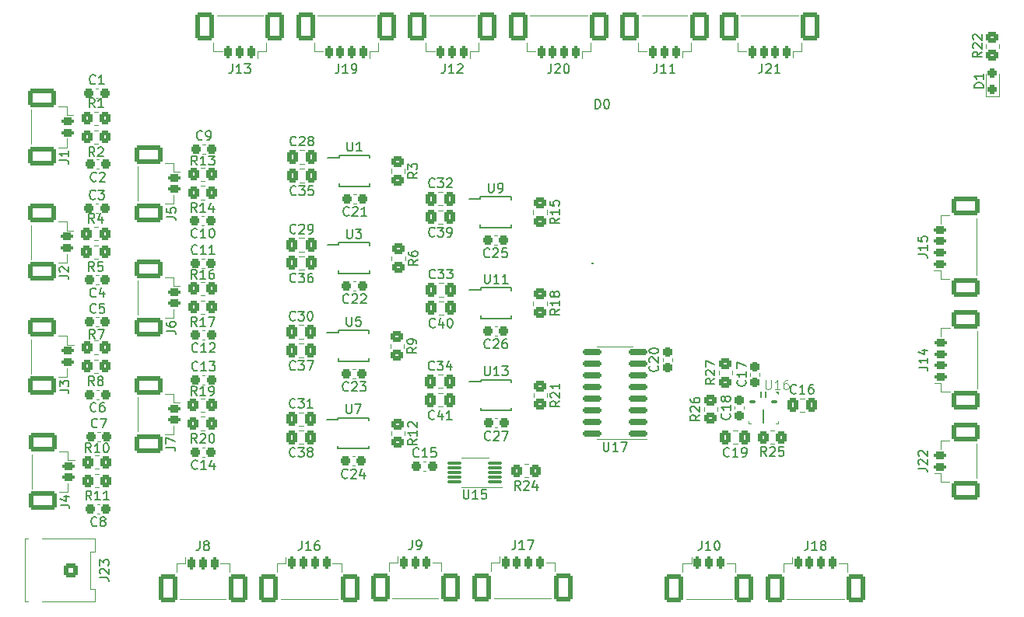
<source format=gto>
%TF.GenerationSoftware,KiCad,Pcbnew,7.0.7*%
%TF.CreationDate,2024-02-25T13:02:43-05:00*%
%TF.ProjectId,Rover Voltage Sense,526f7665-7220-4566-9f6c-746167652053,rev?*%
%TF.SameCoordinates,Original*%
%TF.FileFunction,Legend,Top*%
%TF.FilePolarity,Positive*%
%FSLAX46Y46*%
G04 Gerber Fmt 4.6, Leading zero omitted, Abs format (unit mm)*
G04 Created by KiCad (PCBNEW 7.0.7) date 2024-02-25 13:02:43*
%MOMM*%
%LPD*%
G01*
G04 APERTURE LIST*
G04 Aperture macros list*
%AMRoundRect*
0 Rectangle with rounded corners*
0 $1 Rounding radius*
0 $2 $3 $4 $5 $6 $7 $8 $9 X,Y pos of 4 corners*
0 Add a 4 corners polygon primitive as box body*
4,1,4,$2,$3,$4,$5,$6,$7,$8,$9,$2,$3,0*
0 Add four circle primitives for the rounded corners*
1,1,$1+$1,$2,$3*
1,1,$1+$1,$4,$5*
1,1,$1+$1,$6,$7*
1,1,$1+$1,$8,$9*
0 Add four rect primitives between the rounded corners*
20,1,$1+$1,$2,$3,$4,$5,0*
20,1,$1+$1,$4,$5,$6,$7,0*
20,1,$1+$1,$6,$7,$8,$9,0*
20,1,$1+$1,$8,$9,$2,$3,0*%
%AMFreePoly0*
4,1,17,0.356036,0.828536,0.357500,0.825000,0.357500,-0.125000,0.356036,-0.128536,0.352500,-0.130000,-0.352500,-0.130000,-0.356036,-0.128536,-0.357500,-0.125000,-0.357500,0.125000,-0.356036,0.128536,-0.352500,0.130000,0.097500,0.130000,0.097500,0.825000,0.098964,0.828536,0.102500,0.830000,0.352500,0.830000,0.356036,0.828536,0.356036,0.828536,$1*%
%AMFreePoly1*
4,1,17,0.356036,0.128536,0.357500,0.125000,0.357500,-0.825000,0.356036,-0.828536,0.352500,-0.830000,0.102500,-0.830000,0.098964,-0.828536,0.097500,-0.825000,0.097500,-0.130000,-0.352500,-0.130000,-0.356036,-0.128536,-0.357500,-0.125000,-0.357500,0.125000,-0.356036,0.128536,-0.352500,0.130000,0.352500,0.130000,0.356036,0.128536,0.356036,0.128536,$1*%
%AMFreePoly2*
4,1,41,0.273536,0.631036,0.275000,0.627500,0.275000,-0.627500,0.273536,-0.631036,0.270000,-0.632500,0.085000,-0.632500,0.085000,-1.072500,0.083536,-1.076036,0.080000,-1.077500,-0.170000,-1.077500,-0.173536,-1.076036,-0.175000,-1.072500,-0.175000,-0.632464,-0.870036,-0.627500,-0.871813,-0.626749,-0.873536,-0.626036,-0.873543,-0.626018,-0.873561,-0.626011,-0.874274,-0.624252,-0.875000,-0.622500,
-0.875000,-0.372500,-0.873536,-0.368964,-0.870000,-0.367500,-0.275000,-0.367500,-0.275000,-0.127500,-0.870000,-0.127500,-0.873536,-0.126036,-0.875000,-0.122500,-0.875000,0.127500,-0.873536,0.131036,-0.870000,0.132500,-0.275000,0.132500,-0.275000,0.372500,-0.870000,0.372500,-0.873536,0.373964,-0.875000,0.377500,-0.875000,0.627500,-0.873536,0.631036,-0.870000,0.632500,0.270000,0.632500,
0.273536,0.631036,0.273536,0.631036,$1*%
%AMFreePoly3*
4,1,41,0.873536,0.631036,0.875000,0.627500,0.875000,0.377500,0.873536,0.373964,0.870000,0.372500,0.275000,0.372500,0.275000,0.132500,0.870000,0.132500,0.873536,0.131036,0.875000,0.127500,0.875000,-0.122500,0.873536,-0.126036,0.870000,-0.127500,0.275000,-0.127500,0.275000,-0.367500,0.870000,-0.367500,0.873536,-0.368964,0.875000,-0.372500,0.875000,-0.622500,0.874274,-0.624252,
0.873561,-0.626011,0.873543,-0.626018,0.873536,-0.626036,0.871813,-0.626749,0.870036,-0.627500,0.175000,-0.632464,0.175000,-1.072500,0.173536,-1.076036,0.170000,-1.077500,-0.080000,-1.077500,-0.083536,-1.076036,-0.085000,-1.072500,-0.085000,-0.632500,-0.270000,-0.632500,-0.273536,-0.631036,-0.275000,-0.627500,-0.275000,0.627500,-0.273536,0.631036,-0.270000,0.632500,0.870000,0.632500,
0.873536,0.631036,0.873536,0.631036,$1*%
G04 Aperture macros list end*
%ADD10C,0.150000*%
%ADD11C,0.100000*%
%ADD12C,0.120000*%
%ADD13RoundRect,0.237500X0.237500X-0.287500X0.237500X0.287500X-0.237500X0.287500X-0.237500X-0.287500X0*%
%ADD14RoundRect,0.250000X-0.450000X0.350000X-0.450000X-0.350000X0.450000X-0.350000X0.450000X0.350000X0*%
%ADD15RoundRect,0.200000X-0.200000X-0.450000X0.200000X-0.450000X0.200000X0.450000X-0.200000X0.450000X0*%
%ADD16RoundRect,0.250001X-0.799999X-1.249999X0.799999X-1.249999X0.799999X1.249999X-0.799999X1.249999X0*%
%ADD17RoundRect,0.250000X0.337500X0.475000X-0.337500X0.475000X-0.337500X-0.475000X0.337500X-0.475000X0*%
%ADD18FreePoly0,270.000000*%
%ADD19RoundRect,0.062500X-0.062500X0.237500X-0.062500X-0.237500X0.062500X-0.237500X0.062500X0.237500X0*%
%ADD20FreePoly1,270.000000*%
%ADD21RoundRect,0.063750X-0.286250X0.063750X-0.286250X-0.063750X0.286250X-0.063750X0.286250X0.063750X0*%
%ADD22FreePoly2,0.000000*%
%ADD23RoundRect,0.062500X0.062500X-0.662500X0.062500X0.662500X-0.062500X0.662500X-0.062500X-0.662500X0*%
%ADD24FreePoly3,0.000000*%
%ADD25R,1.400000X0.300000*%
%ADD26RoundRect,0.075000X0.650000X0.075000X-0.650000X0.075000X-0.650000X-0.075000X0.650000X-0.075000X0*%
%ADD27RoundRect,0.200000X-0.450000X0.200000X-0.450000X-0.200000X0.450000X-0.200000X0.450000X0.200000X0*%
%ADD28RoundRect,0.250001X-1.249999X0.799999X-1.249999X-0.799999X1.249999X-0.799999X1.249999X0.799999X0*%
%ADD29RoundRect,0.200000X0.200000X0.450000X-0.200000X0.450000X-0.200000X-0.450000X0.200000X-0.450000X0*%
%ADD30RoundRect,0.250001X0.799999X1.249999X-0.799999X1.249999X-0.799999X-1.249999X0.799999X-1.249999X0*%
%ADD31RoundRect,0.200000X0.450000X-0.200000X0.450000X0.200000X-0.450000X0.200000X-0.450000X-0.200000X0*%
%ADD32RoundRect,0.250001X1.249999X-0.799999X1.249999X0.799999X-1.249999X0.799999X-1.249999X-0.799999X0*%
%ADD33RoundRect,0.237500X0.300000X0.237500X-0.300000X0.237500X-0.300000X-0.237500X0.300000X-0.237500X0*%
%ADD34RoundRect,0.237500X-0.300000X-0.237500X0.300000X-0.237500X0.300000X0.237500X-0.300000X0.237500X0*%
%ADD35RoundRect,0.250000X-0.350000X-0.450000X0.350000X-0.450000X0.350000X0.450000X-0.350000X0.450000X0*%
%ADD36C,3.200000*%
%ADD37O,1.727200X1.727200*%
%ADD38R,1.727200X1.727200*%
%ADD39RoundRect,0.250000X0.450000X-0.350000X0.450000X0.350000X-0.450000X0.350000X-0.450000X-0.350000X0*%
%ADD40C,1.000000*%
%ADD41RoundRect,0.250001X-0.499999X0.499999X-0.499999X-0.499999X0.499999X-0.499999X0.499999X0.499999X0*%
%ADD42C,1.500000*%
%ADD43RoundRect,0.150000X0.825000X0.150000X-0.825000X0.150000X-0.825000X-0.150000X0.825000X-0.150000X0*%
%ADD44RoundRect,0.237500X0.237500X-0.300000X0.237500X0.300000X-0.237500X0.300000X-0.237500X-0.300000X0*%
%ADD45RoundRect,0.250000X-0.337500X-0.475000X0.337500X-0.475000X0.337500X0.475000X-0.337500X0.475000X0*%
%ADD46RoundRect,0.250000X0.350000X0.450000X-0.350000X0.450000X-0.350000X-0.450000X0.350000X-0.450000X0*%
G04 APERTURE END LIST*
D10*
X138024819Y-28038094D02*
X137024819Y-28038094D01*
X137024819Y-28038094D02*
X137024819Y-27799999D01*
X137024819Y-27799999D02*
X137072438Y-27657142D01*
X137072438Y-27657142D02*
X137167676Y-27561904D01*
X137167676Y-27561904D02*
X137262914Y-27514285D01*
X137262914Y-27514285D02*
X137453390Y-27466666D01*
X137453390Y-27466666D02*
X137596247Y-27466666D01*
X137596247Y-27466666D02*
X137786723Y-27514285D01*
X137786723Y-27514285D02*
X137881961Y-27561904D01*
X137881961Y-27561904D02*
X137977200Y-27657142D01*
X137977200Y-27657142D02*
X138024819Y-27799999D01*
X138024819Y-27799999D02*
X138024819Y-28038094D01*
X138024819Y-26514285D02*
X138024819Y-27085713D01*
X138024819Y-26799999D02*
X137024819Y-26799999D01*
X137024819Y-26799999D02*
X137167676Y-26895237D01*
X137167676Y-26895237D02*
X137262914Y-26990475D01*
X137262914Y-26990475D02*
X137310533Y-27085713D01*
X137854819Y-24117857D02*
X137378628Y-24451190D01*
X137854819Y-24689285D02*
X136854819Y-24689285D01*
X136854819Y-24689285D02*
X136854819Y-24308333D01*
X136854819Y-24308333D02*
X136902438Y-24213095D01*
X136902438Y-24213095D02*
X136950057Y-24165476D01*
X136950057Y-24165476D02*
X137045295Y-24117857D01*
X137045295Y-24117857D02*
X137188152Y-24117857D01*
X137188152Y-24117857D02*
X137283390Y-24165476D01*
X137283390Y-24165476D02*
X137331009Y-24213095D01*
X137331009Y-24213095D02*
X137378628Y-24308333D01*
X137378628Y-24308333D02*
X137378628Y-24689285D01*
X136950057Y-23736904D02*
X136902438Y-23689285D01*
X136902438Y-23689285D02*
X136854819Y-23594047D01*
X136854819Y-23594047D02*
X136854819Y-23355952D01*
X136854819Y-23355952D02*
X136902438Y-23260714D01*
X136902438Y-23260714D02*
X136950057Y-23213095D01*
X136950057Y-23213095D02*
X137045295Y-23165476D01*
X137045295Y-23165476D02*
X137140533Y-23165476D01*
X137140533Y-23165476D02*
X137283390Y-23213095D01*
X137283390Y-23213095D02*
X137854819Y-23784523D01*
X137854819Y-23784523D02*
X137854819Y-23165476D01*
X136950057Y-22784523D02*
X136902438Y-22736904D01*
X136902438Y-22736904D02*
X136854819Y-22641666D01*
X136854819Y-22641666D02*
X136854819Y-22403571D01*
X136854819Y-22403571D02*
X136902438Y-22308333D01*
X136902438Y-22308333D02*
X136950057Y-22260714D01*
X136950057Y-22260714D02*
X137045295Y-22213095D01*
X137045295Y-22213095D02*
X137140533Y-22213095D01*
X137140533Y-22213095D02*
X137283390Y-22260714D01*
X137283390Y-22260714D02*
X137854819Y-22832142D01*
X137854819Y-22832142D02*
X137854819Y-22213095D01*
X52762666Y-77430219D02*
X52762666Y-78144504D01*
X52762666Y-78144504D02*
X52715047Y-78287361D01*
X52715047Y-78287361D02*
X52619809Y-78382600D01*
X52619809Y-78382600D02*
X52476952Y-78430219D01*
X52476952Y-78430219D02*
X52381714Y-78430219D01*
X53381714Y-77858790D02*
X53286476Y-77811171D01*
X53286476Y-77811171D02*
X53238857Y-77763552D01*
X53238857Y-77763552D02*
X53191238Y-77668314D01*
X53191238Y-77668314D02*
X53191238Y-77620695D01*
X53191238Y-77620695D02*
X53238857Y-77525457D01*
X53238857Y-77525457D02*
X53286476Y-77477838D01*
X53286476Y-77477838D02*
X53381714Y-77430219D01*
X53381714Y-77430219D02*
X53572190Y-77430219D01*
X53572190Y-77430219D02*
X53667428Y-77477838D01*
X53667428Y-77477838D02*
X53715047Y-77525457D01*
X53715047Y-77525457D02*
X53762666Y-77620695D01*
X53762666Y-77620695D02*
X53762666Y-77668314D01*
X53762666Y-77668314D02*
X53715047Y-77763552D01*
X53715047Y-77763552D02*
X53667428Y-77811171D01*
X53667428Y-77811171D02*
X53572190Y-77858790D01*
X53572190Y-77858790D02*
X53381714Y-77858790D01*
X53381714Y-77858790D02*
X53286476Y-77906409D01*
X53286476Y-77906409D02*
X53238857Y-77954028D01*
X53238857Y-77954028D02*
X53191238Y-78049266D01*
X53191238Y-78049266D02*
X53191238Y-78239742D01*
X53191238Y-78239742D02*
X53238857Y-78334980D01*
X53238857Y-78334980D02*
X53286476Y-78382600D01*
X53286476Y-78382600D02*
X53381714Y-78430219D01*
X53381714Y-78430219D02*
X53572190Y-78430219D01*
X53572190Y-78430219D02*
X53667428Y-78382600D01*
X53667428Y-78382600D02*
X53715047Y-78334980D01*
X53715047Y-78334980D02*
X53762666Y-78239742D01*
X53762666Y-78239742D02*
X53762666Y-78049266D01*
X53762666Y-78049266D02*
X53715047Y-77954028D01*
X53715047Y-77954028D02*
X53667428Y-77906409D01*
X53667428Y-77906409D02*
X53572190Y-77858790D01*
X78269042Y-64096580D02*
X78221423Y-64144200D01*
X78221423Y-64144200D02*
X78078566Y-64191819D01*
X78078566Y-64191819D02*
X77983328Y-64191819D01*
X77983328Y-64191819D02*
X77840471Y-64144200D01*
X77840471Y-64144200D02*
X77745233Y-64048961D01*
X77745233Y-64048961D02*
X77697614Y-63953723D01*
X77697614Y-63953723D02*
X77649995Y-63763247D01*
X77649995Y-63763247D02*
X77649995Y-63620390D01*
X77649995Y-63620390D02*
X77697614Y-63429914D01*
X77697614Y-63429914D02*
X77745233Y-63334676D01*
X77745233Y-63334676D02*
X77840471Y-63239438D01*
X77840471Y-63239438D02*
X77983328Y-63191819D01*
X77983328Y-63191819D02*
X78078566Y-63191819D01*
X78078566Y-63191819D02*
X78221423Y-63239438D01*
X78221423Y-63239438D02*
X78269042Y-63287057D01*
X79126185Y-63525152D02*
X79126185Y-64191819D01*
X78888090Y-63144200D02*
X78649995Y-63858485D01*
X78649995Y-63858485D02*
X79269042Y-63858485D01*
X80173804Y-64191819D02*
X79602376Y-64191819D01*
X79888090Y-64191819D02*
X79888090Y-63191819D01*
X79888090Y-63191819D02*
X79792852Y-63334676D01*
X79792852Y-63334676D02*
X79697614Y-63429914D01*
X79697614Y-63429914D02*
X79602376Y-63477533D01*
D11*
X114307505Y-59871419D02*
X114307505Y-60680942D01*
X114307505Y-60680942D02*
X114355124Y-60776180D01*
X114355124Y-60776180D02*
X114402743Y-60823800D01*
X114402743Y-60823800D02*
X114497981Y-60871419D01*
X114497981Y-60871419D02*
X114688457Y-60871419D01*
X114688457Y-60871419D02*
X114783695Y-60823800D01*
X114783695Y-60823800D02*
X114831314Y-60776180D01*
X114831314Y-60776180D02*
X114878933Y-60680942D01*
X114878933Y-60680942D02*
X114878933Y-59871419D01*
X115878933Y-60871419D02*
X115307505Y-60871419D01*
X115593219Y-60871419D02*
X115593219Y-59871419D01*
X115593219Y-59871419D02*
X115497981Y-60014276D01*
X115497981Y-60014276D02*
X115402743Y-60109514D01*
X115402743Y-60109514D02*
X115307505Y-60157133D01*
X116736076Y-59871419D02*
X116545600Y-59871419D01*
X116545600Y-59871419D02*
X116450362Y-59919038D01*
X116450362Y-59919038D02*
X116402743Y-59966657D01*
X116402743Y-59966657D02*
X116307505Y-60109514D01*
X116307505Y-60109514D02*
X116259886Y-60299990D01*
X116259886Y-60299990D02*
X116259886Y-60680942D01*
X116259886Y-60680942D02*
X116307505Y-60776180D01*
X116307505Y-60776180D02*
X116355124Y-60823800D01*
X116355124Y-60823800D02*
X116450362Y-60871419D01*
X116450362Y-60871419D02*
X116640838Y-60871419D01*
X116640838Y-60871419D02*
X116736076Y-60823800D01*
X116736076Y-60823800D02*
X116783695Y-60776180D01*
X116783695Y-60776180D02*
X116831314Y-60680942D01*
X116831314Y-60680942D02*
X116831314Y-60442847D01*
X116831314Y-60442847D02*
X116783695Y-60347609D01*
X116783695Y-60347609D02*
X116736076Y-60299990D01*
X116736076Y-60299990D02*
X116640838Y-60252371D01*
X116640838Y-60252371D02*
X116450362Y-60252371D01*
X116450362Y-60252371D02*
X116355124Y-60299990D01*
X116355124Y-60299990D02*
X116307505Y-60347609D01*
X116307505Y-60347609D02*
X116259886Y-60442847D01*
D10*
X68804795Y-33929419D02*
X68804795Y-34738942D01*
X68804795Y-34738942D02*
X68852414Y-34834180D01*
X68852414Y-34834180D02*
X68900033Y-34881800D01*
X68900033Y-34881800D02*
X68995271Y-34929419D01*
X68995271Y-34929419D02*
X69185747Y-34929419D01*
X69185747Y-34929419D02*
X69280985Y-34881800D01*
X69280985Y-34881800D02*
X69328604Y-34834180D01*
X69328604Y-34834180D02*
X69376223Y-34738942D01*
X69376223Y-34738942D02*
X69376223Y-33929419D01*
X70376223Y-34929419D02*
X69804795Y-34929419D01*
X70090509Y-34929419D02*
X70090509Y-33929419D01*
X70090509Y-33929419D02*
X69995271Y-34072276D01*
X69995271Y-34072276D02*
X69900033Y-34167514D01*
X69900033Y-34167514D02*
X69804795Y-34215133D01*
X81449505Y-71831019D02*
X81449505Y-72640542D01*
X81449505Y-72640542D02*
X81497124Y-72735780D01*
X81497124Y-72735780D02*
X81544743Y-72783400D01*
X81544743Y-72783400D02*
X81639981Y-72831019D01*
X81639981Y-72831019D02*
X81830457Y-72831019D01*
X81830457Y-72831019D02*
X81925695Y-72783400D01*
X81925695Y-72783400D02*
X81973314Y-72735780D01*
X81973314Y-72735780D02*
X82020933Y-72640542D01*
X82020933Y-72640542D02*
X82020933Y-71831019D01*
X83020933Y-72831019D02*
X82449505Y-72831019D01*
X82735219Y-72831019D02*
X82735219Y-71831019D01*
X82735219Y-71831019D02*
X82639981Y-71973876D01*
X82639981Y-71973876D02*
X82544743Y-72069114D01*
X82544743Y-72069114D02*
X82449505Y-72116733D01*
X83925695Y-71831019D02*
X83449505Y-71831019D01*
X83449505Y-71831019D02*
X83401886Y-72307209D01*
X83401886Y-72307209D02*
X83449505Y-72259590D01*
X83449505Y-72259590D02*
X83544743Y-72211971D01*
X83544743Y-72211971D02*
X83782838Y-72211971D01*
X83782838Y-72211971D02*
X83878076Y-72259590D01*
X83878076Y-72259590D02*
X83925695Y-72307209D01*
X83925695Y-72307209D02*
X83973314Y-72402447D01*
X83973314Y-72402447D02*
X83973314Y-72640542D01*
X83973314Y-72640542D02*
X83925695Y-72735780D01*
X83925695Y-72735780D02*
X83878076Y-72783400D01*
X83878076Y-72783400D02*
X83782838Y-72831019D01*
X83782838Y-72831019D02*
X83544743Y-72831019D01*
X83544743Y-72831019D02*
X83449505Y-72783400D01*
X83449505Y-72783400D02*
X83401886Y-72735780D01*
X37482019Y-48507133D02*
X38196304Y-48507133D01*
X38196304Y-48507133D02*
X38339161Y-48554752D01*
X38339161Y-48554752D02*
X38434400Y-48649990D01*
X38434400Y-48649990D02*
X38482019Y-48792847D01*
X38482019Y-48792847D02*
X38482019Y-48888085D01*
X37577257Y-48078561D02*
X37529638Y-48030942D01*
X37529638Y-48030942D02*
X37482019Y-47935704D01*
X37482019Y-47935704D02*
X37482019Y-47697609D01*
X37482019Y-47697609D02*
X37529638Y-47602371D01*
X37529638Y-47602371D02*
X37577257Y-47554752D01*
X37577257Y-47554752D02*
X37672495Y-47507133D01*
X37672495Y-47507133D02*
X37767733Y-47507133D01*
X37767733Y-47507133D02*
X37910590Y-47554752D01*
X37910590Y-47554752D02*
X38482019Y-48126180D01*
X38482019Y-48126180D02*
X38482019Y-47507133D01*
X63136542Y-68160580D02*
X63088923Y-68208200D01*
X63088923Y-68208200D02*
X62946066Y-68255819D01*
X62946066Y-68255819D02*
X62850828Y-68255819D01*
X62850828Y-68255819D02*
X62707971Y-68208200D01*
X62707971Y-68208200D02*
X62612733Y-68112961D01*
X62612733Y-68112961D02*
X62565114Y-68017723D01*
X62565114Y-68017723D02*
X62517495Y-67827247D01*
X62517495Y-67827247D02*
X62517495Y-67684390D01*
X62517495Y-67684390D02*
X62565114Y-67493914D01*
X62565114Y-67493914D02*
X62612733Y-67398676D01*
X62612733Y-67398676D02*
X62707971Y-67303438D01*
X62707971Y-67303438D02*
X62850828Y-67255819D01*
X62850828Y-67255819D02*
X62946066Y-67255819D01*
X62946066Y-67255819D02*
X63088923Y-67303438D01*
X63088923Y-67303438D02*
X63136542Y-67351057D01*
X63469876Y-67255819D02*
X64088923Y-67255819D01*
X64088923Y-67255819D02*
X63755590Y-67636771D01*
X63755590Y-67636771D02*
X63898447Y-67636771D01*
X63898447Y-67636771D02*
X63993685Y-67684390D01*
X63993685Y-67684390D02*
X64041304Y-67732009D01*
X64041304Y-67732009D02*
X64088923Y-67827247D01*
X64088923Y-67827247D02*
X64088923Y-68065342D01*
X64088923Y-68065342D02*
X64041304Y-68160580D01*
X64041304Y-68160580D02*
X63993685Y-68208200D01*
X63993685Y-68208200D02*
X63898447Y-68255819D01*
X63898447Y-68255819D02*
X63612733Y-68255819D01*
X63612733Y-68255819D02*
X63517495Y-68208200D01*
X63517495Y-68208200D02*
X63469876Y-68160580D01*
X64660352Y-67684390D02*
X64565114Y-67636771D01*
X64565114Y-67636771D02*
X64517495Y-67589152D01*
X64517495Y-67589152D02*
X64469876Y-67493914D01*
X64469876Y-67493914D02*
X64469876Y-67446295D01*
X64469876Y-67446295D02*
X64517495Y-67351057D01*
X64517495Y-67351057D02*
X64565114Y-67303438D01*
X64565114Y-67303438D02*
X64660352Y-67255819D01*
X64660352Y-67255819D02*
X64850828Y-67255819D01*
X64850828Y-67255819D02*
X64946066Y-67303438D01*
X64946066Y-67303438D02*
X64993685Y-67351057D01*
X64993685Y-67351057D02*
X65041304Y-67446295D01*
X65041304Y-67446295D02*
X65041304Y-67493914D01*
X65041304Y-67493914D02*
X64993685Y-67589152D01*
X64993685Y-67589152D02*
X64946066Y-67636771D01*
X64946066Y-67636771D02*
X64850828Y-67684390D01*
X64850828Y-67684390D02*
X64660352Y-67684390D01*
X64660352Y-67684390D02*
X64565114Y-67732009D01*
X64565114Y-67732009D02*
X64517495Y-67779628D01*
X64517495Y-67779628D02*
X64469876Y-67874866D01*
X64469876Y-67874866D02*
X64469876Y-68065342D01*
X64469876Y-68065342D02*
X64517495Y-68160580D01*
X64517495Y-68160580D02*
X64565114Y-68208200D01*
X64565114Y-68208200D02*
X64660352Y-68255819D01*
X64660352Y-68255819D02*
X64850828Y-68255819D01*
X64850828Y-68255819D02*
X64946066Y-68208200D01*
X64946066Y-68208200D02*
X64993685Y-68160580D01*
X64993685Y-68160580D02*
X65041304Y-68065342D01*
X65041304Y-68065342D02*
X65041304Y-67874866D01*
X65041304Y-67874866D02*
X64993685Y-67779628D01*
X64993685Y-67779628D02*
X64946066Y-67732009D01*
X64946066Y-67732009D02*
X64850828Y-67684390D01*
X49137219Y-42090933D02*
X49851504Y-42090933D01*
X49851504Y-42090933D02*
X49994361Y-42138552D01*
X49994361Y-42138552D02*
X50089600Y-42233790D01*
X50089600Y-42233790D02*
X50137219Y-42376647D01*
X50137219Y-42376647D02*
X50137219Y-42471885D01*
X49137219Y-41138552D02*
X49137219Y-41614742D01*
X49137219Y-41614742D02*
X49613409Y-41662361D01*
X49613409Y-41662361D02*
X49565790Y-41614742D01*
X49565790Y-41614742D02*
X49518171Y-41519504D01*
X49518171Y-41519504D02*
X49518171Y-41281409D01*
X49518171Y-41281409D02*
X49565790Y-41186171D01*
X49565790Y-41186171D02*
X49613409Y-41138552D01*
X49613409Y-41138552D02*
X49708647Y-41090933D01*
X49708647Y-41090933D02*
X49946742Y-41090933D01*
X49946742Y-41090933D02*
X50041980Y-41138552D01*
X50041980Y-41138552D02*
X50089600Y-41186171D01*
X50089600Y-41186171D02*
X50137219Y-41281409D01*
X50137219Y-41281409D02*
X50137219Y-41519504D01*
X50137219Y-41519504D02*
X50089600Y-41614742D01*
X50089600Y-41614742D02*
X50041980Y-41662361D01*
X91915319Y-62177657D02*
X91439128Y-62510990D01*
X91915319Y-62749085D02*
X90915319Y-62749085D01*
X90915319Y-62749085D02*
X90915319Y-62368133D01*
X90915319Y-62368133D02*
X90962938Y-62272895D01*
X90962938Y-62272895D02*
X91010557Y-62225276D01*
X91010557Y-62225276D02*
X91105795Y-62177657D01*
X91105795Y-62177657D02*
X91248652Y-62177657D01*
X91248652Y-62177657D02*
X91343890Y-62225276D01*
X91343890Y-62225276D02*
X91391509Y-62272895D01*
X91391509Y-62272895D02*
X91439128Y-62368133D01*
X91439128Y-62368133D02*
X91439128Y-62749085D01*
X91010557Y-61796704D02*
X90962938Y-61749085D01*
X90962938Y-61749085D02*
X90915319Y-61653847D01*
X90915319Y-61653847D02*
X90915319Y-61415752D01*
X90915319Y-61415752D02*
X90962938Y-61320514D01*
X90962938Y-61320514D02*
X91010557Y-61272895D01*
X91010557Y-61272895D02*
X91105795Y-61225276D01*
X91105795Y-61225276D02*
X91201033Y-61225276D01*
X91201033Y-61225276D02*
X91343890Y-61272895D01*
X91343890Y-61272895D02*
X91915319Y-61844323D01*
X91915319Y-61844323D02*
X91915319Y-61225276D01*
X91915319Y-60272895D02*
X91915319Y-60844323D01*
X91915319Y-60558609D02*
X90915319Y-60558609D01*
X90915319Y-60558609D02*
X91058176Y-60653847D01*
X91058176Y-60653847D02*
X91153414Y-60749085D01*
X91153414Y-60749085D02*
X91201033Y-60844323D01*
X63152142Y-58697580D02*
X63104523Y-58745200D01*
X63104523Y-58745200D02*
X62961666Y-58792819D01*
X62961666Y-58792819D02*
X62866428Y-58792819D01*
X62866428Y-58792819D02*
X62723571Y-58745200D01*
X62723571Y-58745200D02*
X62628333Y-58649961D01*
X62628333Y-58649961D02*
X62580714Y-58554723D01*
X62580714Y-58554723D02*
X62533095Y-58364247D01*
X62533095Y-58364247D02*
X62533095Y-58221390D01*
X62533095Y-58221390D02*
X62580714Y-58030914D01*
X62580714Y-58030914D02*
X62628333Y-57935676D01*
X62628333Y-57935676D02*
X62723571Y-57840438D01*
X62723571Y-57840438D02*
X62866428Y-57792819D01*
X62866428Y-57792819D02*
X62961666Y-57792819D01*
X62961666Y-57792819D02*
X63104523Y-57840438D01*
X63104523Y-57840438D02*
X63152142Y-57888057D01*
X63485476Y-57792819D02*
X64104523Y-57792819D01*
X64104523Y-57792819D02*
X63771190Y-58173771D01*
X63771190Y-58173771D02*
X63914047Y-58173771D01*
X63914047Y-58173771D02*
X64009285Y-58221390D01*
X64009285Y-58221390D02*
X64056904Y-58269009D01*
X64056904Y-58269009D02*
X64104523Y-58364247D01*
X64104523Y-58364247D02*
X64104523Y-58602342D01*
X64104523Y-58602342D02*
X64056904Y-58697580D01*
X64056904Y-58697580D02*
X64009285Y-58745200D01*
X64009285Y-58745200D02*
X63914047Y-58792819D01*
X63914047Y-58792819D02*
X63628333Y-58792819D01*
X63628333Y-58792819D02*
X63533095Y-58745200D01*
X63533095Y-58745200D02*
X63485476Y-58697580D01*
X64437857Y-57792819D02*
X65104523Y-57792819D01*
X65104523Y-57792819D02*
X64675952Y-58792819D01*
X56300476Y-25436819D02*
X56300476Y-26151104D01*
X56300476Y-26151104D02*
X56252857Y-26293961D01*
X56252857Y-26293961D02*
X56157619Y-26389200D01*
X56157619Y-26389200D02*
X56014762Y-26436819D01*
X56014762Y-26436819D02*
X55919524Y-26436819D01*
X57300476Y-26436819D02*
X56729048Y-26436819D01*
X57014762Y-26436819D02*
X57014762Y-25436819D01*
X57014762Y-25436819D02*
X56919524Y-25579676D01*
X56919524Y-25579676D02*
X56824286Y-25674914D01*
X56824286Y-25674914D02*
X56729048Y-25722533D01*
X57633810Y-25436819D02*
X58252857Y-25436819D01*
X58252857Y-25436819D02*
X57919524Y-25817771D01*
X57919524Y-25817771D02*
X58062381Y-25817771D01*
X58062381Y-25817771D02*
X58157619Y-25865390D01*
X58157619Y-25865390D02*
X58205238Y-25913009D01*
X58205238Y-25913009D02*
X58252857Y-26008247D01*
X58252857Y-26008247D02*
X58252857Y-26246342D01*
X58252857Y-26246342D02*
X58205238Y-26341580D01*
X58205238Y-26341580D02*
X58157619Y-26389200D01*
X58157619Y-26389200D02*
X58062381Y-26436819D01*
X58062381Y-26436819D02*
X57776667Y-26436819D01*
X57776667Y-26436819D02*
X57681429Y-26389200D01*
X57681429Y-26389200D02*
X57633810Y-26341580D01*
X130974819Y-58477523D02*
X131689104Y-58477523D01*
X131689104Y-58477523D02*
X131831961Y-58525142D01*
X131831961Y-58525142D02*
X131927200Y-58620380D01*
X131927200Y-58620380D02*
X131974819Y-58763237D01*
X131974819Y-58763237D02*
X131974819Y-58858475D01*
X131974819Y-57477523D02*
X131974819Y-58048951D01*
X131974819Y-57763237D02*
X130974819Y-57763237D01*
X130974819Y-57763237D02*
X131117676Y-57858475D01*
X131117676Y-57858475D02*
X131212914Y-57953713D01*
X131212914Y-57953713D02*
X131260533Y-58048951D01*
X131308152Y-56620380D02*
X131974819Y-56620380D01*
X130927200Y-56858475D02*
X131641485Y-57096570D01*
X131641485Y-57096570D02*
X131641485Y-56477523D01*
X37504019Y-60937733D02*
X38218304Y-60937733D01*
X38218304Y-60937733D02*
X38361161Y-60985352D01*
X38361161Y-60985352D02*
X38456400Y-61080590D01*
X38456400Y-61080590D02*
X38504019Y-61223447D01*
X38504019Y-61223447D02*
X38504019Y-61318685D01*
X37504019Y-60556780D02*
X37504019Y-59937733D01*
X37504019Y-59937733D02*
X37884971Y-60271066D01*
X37884971Y-60271066D02*
X37884971Y-60128209D01*
X37884971Y-60128209D02*
X37932590Y-60032971D01*
X37932590Y-60032971D02*
X37980209Y-59985352D01*
X37980209Y-59985352D02*
X38075447Y-59937733D01*
X38075447Y-59937733D02*
X38313542Y-59937733D01*
X38313542Y-59937733D02*
X38408780Y-59985352D01*
X38408780Y-59985352D02*
X38456400Y-60032971D01*
X38456400Y-60032971D02*
X38504019Y-60128209D01*
X38504019Y-60128209D02*
X38504019Y-60413923D01*
X38504019Y-60413923D02*
X38456400Y-60509161D01*
X38456400Y-60509161D02*
X38408780Y-60556780D01*
X84171795Y-38434619D02*
X84171795Y-39244142D01*
X84171795Y-39244142D02*
X84219414Y-39339380D01*
X84219414Y-39339380D02*
X84267033Y-39387000D01*
X84267033Y-39387000D02*
X84362271Y-39434619D01*
X84362271Y-39434619D02*
X84552747Y-39434619D01*
X84552747Y-39434619D02*
X84647985Y-39387000D01*
X84647985Y-39387000D02*
X84695604Y-39339380D01*
X84695604Y-39339380D02*
X84743223Y-39244142D01*
X84743223Y-39244142D02*
X84743223Y-38434619D01*
X85267033Y-39434619D02*
X85457509Y-39434619D01*
X85457509Y-39434619D02*
X85552747Y-39387000D01*
X85552747Y-39387000D02*
X85600366Y-39339380D01*
X85600366Y-39339380D02*
X85695604Y-39196523D01*
X85695604Y-39196523D02*
X85743223Y-39006047D01*
X85743223Y-39006047D02*
X85743223Y-38625095D01*
X85743223Y-38625095D02*
X85695604Y-38529857D01*
X85695604Y-38529857D02*
X85647985Y-38482238D01*
X85647985Y-38482238D02*
X85552747Y-38434619D01*
X85552747Y-38434619D02*
X85362271Y-38434619D01*
X85362271Y-38434619D02*
X85267033Y-38482238D01*
X85267033Y-38482238D02*
X85219414Y-38529857D01*
X85219414Y-38529857D02*
X85171795Y-38625095D01*
X85171795Y-38625095D02*
X85171795Y-38863190D01*
X85171795Y-38863190D02*
X85219414Y-38958428D01*
X85219414Y-38958428D02*
X85267033Y-39006047D01*
X85267033Y-39006047D02*
X85362271Y-39053666D01*
X85362271Y-39053666D02*
X85552747Y-39053666D01*
X85552747Y-39053666D02*
X85647985Y-39006047D01*
X85647985Y-39006047D02*
X85695604Y-38958428D01*
X85695604Y-38958428D02*
X85743223Y-38863190D01*
X52444242Y-44283780D02*
X52396623Y-44331400D01*
X52396623Y-44331400D02*
X52253766Y-44379019D01*
X52253766Y-44379019D02*
X52158528Y-44379019D01*
X52158528Y-44379019D02*
X52015671Y-44331400D01*
X52015671Y-44331400D02*
X51920433Y-44236161D01*
X51920433Y-44236161D02*
X51872814Y-44140923D01*
X51872814Y-44140923D02*
X51825195Y-43950447D01*
X51825195Y-43950447D02*
X51825195Y-43807590D01*
X51825195Y-43807590D02*
X51872814Y-43617114D01*
X51872814Y-43617114D02*
X51920433Y-43521876D01*
X51920433Y-43521876D02*
X52015671Y-43426638D01*
X52015671Y-43426638D02*
X52158528Y-43379019D01*
X52158528Y-43379019D02*
X52253766Y-43379019D01*
X52253766Y-43379019D02*
X52396623Y-43426638D01*
X52396623Y-43426638D02*
X52444242Y-43474257D01*
X53396623Y-44379019D02*
X52825195Y-44379019D01*
X53110909Y-44379019D02*
X53110909Y-43379019D01*
X53110909Y-43379019D02*
X53015671Y-43521876D01*
X53015671Y-43521876D02*
X52920433Y-43617114D01*
X52920433Y-43617114D02*
X52825195Y-43664733D01*
X54015671Y-43379019D02*
X54110909Y-43379019D01*
X54110909Y-43379019D02*
X54206147Y-43426638D01*
X54206147Y-43426638D02*
X54253766Y-43474257D01*
X54253766Y-43474257D02*
X54301385Y-43569495D01*
X54301385Y-43569495D02*
X54349004Y-43759971D01*
X54349004Y-43759971D02*
X54349004Y-43998066D01*
X54349004Y-43998066D02*
X54301385Y-44188542D01*
X54301385Y-44188542D02*
X54253766Y-44283780D01*
X54253766Y-44283780D02*
X54206147Y-44331400D01*
X54206147Y-44331400D02*
X54110909Y-44379019D01*
X54110909Y-44379019D02*
X54015671Y-44379019D01*
X54015671Y-44379019D02*
X53920433Y-44331400D01*
X53920433Y-44331400D02*
X53872814Y-44283780D01*
X53872814Y-44283780D02*
X53825195Y-44188542D01*
X53825195Y-44188542D02*
X53777576Y-43998066D01*
X53777576Y-43998066D02*
X53777576Y-43759971D01*
X53777576Y-43759971D02*
X53825195Y-43569495D01*
X53825195Y-43569495D02*
X53872814Y-43474257D01*
X53872814Y-43474257D02*
X53920433Y-43426638D01*
X53920433Y-43426638D02*
X54015671Y-43379019D01*
X41392233Y-27535380D02*
X41344614Y-27583000D01*
X41344614Y-27583000D02*
X41201757Y-27630619D01*
X41201757Y-27630619D02*
X41106519Y-27630619D01*
X41106519Y-27630619D02*
X40963662Y-27583000D01*
X40963662Y-27583000D02*
X40868424Y-27487761D01*
X40868424Y-27487761D02*
X40820805Y-27392523D01*
X40820805Y-27392523D02*
X40773186Y-27202047D01*
X40773186Y-27202047D02*
X40773186Y-27059190D01*
X40773186Y-27059190D02*
X40820805Y-26868714D01*
X40820805Y-26868714D02*
X40868424Y-26773476D01*
X40868424Y-26773476D02*
X40963662Y-26678238D01*
X40963662Y-26678238D02*
X41106519Y-26630619D01*
X41106519Y-26630619D02*
X41201757Y-26630619D01*
X41201757Y-26630619D02*
X41344614Y-26678238D01*
X41344614Y-26678238D02*
X41392233Y-26725857D01*
X42344614Y-27630619D02*
X41773186Y-27630619D01*
X42058900Y-27630619D02*
X42058900Y-26630619D01*
X42058900Y-26630619D02*
X41963662Y-26773476D01*
X41963662Y-26773476D02*
X41868424Y-26868714D01*
X41868424Y-26868714D02*
X41773186Y-26916333D01*
X52432642Y-48854819D02*
X52099309Y-48378628D01*
X51861214Y-48854819D02*
X51861214Y-47854819D01*
X51861214Y-47854819D02*
X52242166Y-47854819D01*
X52242166Y-47854819D02*
X52337404Y-47902438D01*
X52337404Y-47902438D02*
X52385023Y-47950057D01*
X52385023Y-47950057D02*
X52432642Y-48045295D01*
X52432642Y-48045295D02*
X52432642Y-48188152D01*
X52432642Y-48188152D02*
X52385023Y-48283390D01*
X52385023Y-48283390D02*
X52337404Y-48331009D01*
X52337404Y-48331009D02*
X52242166Y-48378628D01*
X52242166Y-48378628D02*
X51861214Y-48378628D01*
X53385023Y-48854819D02*
X52813595Y-48854819D01*
X53099309Y-48854819D02*
X53099309Y-47854819D01*
X53099309Y-47854819D02*
X53004071Y-47997676D01*
X53004071Y-47997676D02*
X52908833Y-48092914D01*
X52908833Y-48092914D02*
X52813595Y-48140533D01*
X54242166Y-47854819D02*
X54051690Y-47854819D01*
X54051690Y-47854819D02*
X53956452Y-47902438D01*
X53956452Y-47902438D02*
X53908833Y-47950057D01*
X53908833Y-47950057D02*
X53813595Y-48092914D01*
X53813595Y-48092914D02*
X53765976Y-48283390D01*
X53765976Y-48283390D02*
X53765976Y-48664342D01*
X53765976Y-48664342D02*
X53813595Y-48759580D01*
X53813595Y-48759580D02*
X53861214Y-48807200D01*
X53861214Y-48807200D02*
X53956452Y-48854819D01*
X53956452Y-48854819D02*
X54146928Y-48854819D01*
X54146928Y-48854819D02*
X54242166Y-48807200D01*
X54242166Y-48807200D02*
X54289785Y-48759580D01*
X54289785Y-48759580D02*
X54337404Y-48664342D01*
X54337404Y-48664342D02*
X54337404Y-48426247D01*
X54337404Y-48426247D02*
X54289785Y-48331009D01*
X54289785Y-48331009D02*
X54242166Y-48283390D01*
X54242166Y-48283390D02*
X54146928Y-48235771D01*
X54146928Y-48235771D02*
X53956452Y-48235771D01*
X53956452Y-48235771D02*
X53861214Y-48283390D01*
X53861214Y-48283390D02*
X53813595Y-48331009D01*
X53813595Y-48331009D02*
X53765976Y-48426247D01*
X63187342Y-49147180D02*
X63139723Y-49194800D01*
X63139723Y-49194800D02*
X62996866Y-49242419D01*
X62996866Y-49242419D02*
X62901628Y-49242419D01*
X62901628Y-49242419D02*
X62758771Y-49194800D01*
X62758771Y-49194800D02*
X62663533Y-49099561D01*
X62663533Y-49099561D02*
X62615914Y-49004323D01*
X62615914Y-49004323D02*
X62568295Y-48813847D01*
X62568295Y-48813847D02*
X62568295Y-48670990D01*
X62568295Y-48670990D02*
X62615914Y-48480514D01*
X62615914Y-48480514D02*
X62663533Y-48385276D01*
X62663533Y-48385276D02*
X62758771Y-48290038D01*
X62758771Y-48290038D02*
X62901628Y-48242419D01*
X62901628Y-48242419D02*
X62996866Y-48242419D01*
X62996866Y-48242419D02*
X63139723Y-48290038D01*
X63139723Y-48290038D02*
X63187342Y-48337657D01*
X63520676Y-48242419D02*
X64139723Y-48242419D01*
X64139723Y-48242419D02*
X63806390Y-48623371D01*
X63806390Y-48623371D02*
X63949247Y-48623371D01*
X63949247Y-48623371D02*
X64044485Y-48670990D01*
X64044485Y-48670990D02*
X64092104Y-48718609D01*
X64092104Y-48718609D02*
X64139723Y-48813847D01*
X64139723Y-48813847D02*
X64139723Y-49051942D01*
X64139723Y-49051942D02*
X64092104Y-49147180D01*
X64092104Y-49147180D02*
X64044485Y-49194800D01*
X64044485Y-49194800D02*
X63949247Y-49242419D01*
X63949247Y-49242419D02*
X63663533Y-49242419D01*
X63663533Y-49242419D02*
X63568295Y-49194800D01*
X63568295Y-49194800D02*
X63520676Y-49147180D01*
X64996866Y-48242419D02*
X64806390Y-48242419D01*
X64806390Y-48242419D02*
X64711152Y-48290038D01*
X64711152Y-48290038D02*
X64663533Y-48337657D01*
X64663533Y-48337657D02*
X64568295Y-48480514D01*
X64568295Y-48480514D02*
X64520676Y-48670990D01*
X64520676Y-48670990D02*
X64520676Y-49051942D01*
X64520676Y-49051942D02*
X64568295Y-49147180D01*
X64568295Y-49147180D02*
X64615914Y-49194800D01*
X64615914Y-49194800D02*
X64711152Y-49242419D01*
X64711152Y-49242419D02*
X64901628Y-49242419D01*
X64901628Y-49242419D02*
X64996866Y-49194800D01*
X64996866Y-49194800D02*
X65044485Y-49147180D01*
X65044485Y-49147180D02*
X65092104Y-49051942D01*
X65092104Y-49051942D02*
X65092104Y-48813847D01*
X65092104Y-48813847D02*
X65044485Y-48718609D01*
X65044485Y-48718609D02*
X64996866Y-48670990D01*
X64996866Y-48670990D02*
X64901628Y-48623371D01*
X64901628Y-48623371D02*
X64711152Y-48623371D01*
X64711152Y-48623371D02*
X64615914Y-48670990D01*
X64615914Y-48670990D02*
X64568295Y-48718609D01*
X64568295Y-48718609D02*
X64520676Y-48813847D01*
X68763795Y-43438419D02*
X68763795Y-44247942D01*
X68763795Y-44247942D02*
X68811414Y-44343180D01*
X68811414Y-44343180D02*
X68859033Y-44390800D01*
X68859033Y-44390800D02*
X68954271Y-44438419D01*
X68954271Y-44438419D02*
X69144747Y-44438419D01*
X69144747Y-44438419D02*
X69239985Y-44390800D01*
X69239985Y-44390800D02*
X69287604Y-44343180D01*
X69287604Y-44343180D02*
X69335223Y-44247942D01*
X69335223Y-44247942D02*
X69335223Y-43438419D01*
X69716176Y-43438419D02*
X70335223Y-43438419D01*
X70335223Y-43438419D02*
X70001890Y-43819371D01*
X70001890Y-43819371D02*
X70144747Y-43819371D01*
X70144747Y-43819371D02*
X70239985Y-43866990D01*
X70239985Y-43866990D02*
X70287604Y-43914609D01*
X70287604Y-43914609D02*
X70335223Y-44009847D01*
X70335223Y-44009847D02*
X70335223Y-44247942D01*
X70335223Y-44247942D02*
X70287604Y-44343180D01*
X70287604Y-44343180D02*
X70239985Y-44390800D01*
X70239985Y-44390800D02*
X70144747Y-44438419D01*
X70144747Y-44438419D02*
X69859033Y-44438419D01*
X69859033Y-44438419D02*
X69763795Y-44390800D01*
X69763795Y-44390800D02*
X69716176Y-44343180D01*
X52457142Y-36454819D02*
X52123809Y-35978628D01*
X51885714Y-36454819D02*
X51885714Y-35454819D01*
X51885714Y-35454819D02*
X52266666Y-35454819D01*
X52266666Y-35454819D02*
X52361904Y-35502438D01*
X52361904Y-35502438D02*
X52409523Y-35550057D01*
X52409523Y-35550057D02*
X52457142Y-35645295D01*
X52457142Y-35645295D02*
X52457142Y-35788152D01*
X52457142Y-35788152D02*
X52409523Y-35883390D01*
X52409523Y-35883390D02*
X52361904Y-35931009D01*
X52361904Y-35931009D02*
X52266666Y-35978628D01*
X52266666Y-35978628D02*
X51885714Y-35978628D01*
X53409523Y-36454819D02*
X52838095Y-36454819D01*
X53123809Y-36454819D02*
X53123809Y-35454819D01*
X53123809Y-35454819D02*
X53028571Y-35597676D01*
X53028571Y-35597676D02*
X52933333Y-35692914D01*
X52933333Y-35692914D02*
X52838095Y-35740533D01*
X53742857Y-35454819D02*
X54361904Y-35454819D01*
X54361904Y-35454819D02*
X54028571Y-35835771D01*
X54028571Y-35835771D02*
X54171428Y-35835771D01*
X54171428Y-35835771D02*
X54266666Y-35883390D01*
X54266666Y-35883390D02*
X54314285Y-35931009D01*
X54314285Y-35931009D02*
X54361904Y-36026247D01*
X54361904Y-36026247D02*
X54361904Y-36264342D01*
X54361904Y-36264342D02*
X54314285Y-36359580D01*
X54314285Y-36359580D02*
X54266666Y-36407200D01*
X54266666Y-36407200D02*
X54171428Y-36454819D01*
X54171428Y-36454819D02*
X53885714Y-36454819D01*
X53885714Y-36454819D02*
X53790476Y-36407200D01*
X53790476Y-36407200D02*
X53742857Y-36359580D01*
X114404942Y-68153919D02*
X114071609Y-67677728D01*
X113833514Y-68153919D02*
X113833514Y-67153919D01*
X113833514Y-67153919D02*
X114214466Y-67153919D01*
X114214466Y-67153919D02*
X114309704Y-67201538D01*
X114309704Y-67201538D02*
X114357323Y-67249157D01*
X114357323Y-67249157D02*
X114404942Y-67344395D01*
X114404942Y-67344395D02*
X114404942Y-67487252D01*
X114404942Y-67487252D02*
X114357323Y-67582490D01*
X114357323Y-67582490D02*
X114309704Y-67630109D01*
X114309704Y-67630109D02*
X114214466Y-67677728D01*
X114214466Y-67677728D02*
X113833514Y-67677728D01*
X114785895Y-67249157D02*
X114833514Y-67201538D01*
X114833514Y-67201538D02*
X114928752Y-67153919D01*
X114928752Y-67153919D02*
X115166847Y-67153919D01*
X115166847Y-67153919D02*
X115262085Y-67201538D01*
X115262085Y-67201538D02*
X115309704Y-67249157D01*
X115309704Y-67249157D02*
X115357323Y-67344395D01*
X115357323Y-67344395D02*
X115357323Y-67439633D01*
X115357323Y-67439633D02*
X115309704Y-67582490D01*
X115309704Y-67582490D02*
X114738276Y-68153919D01*
X114738276Y-68153919D02*
X115357323Y-68153919D01*
X116262085Y-67153919D02*
X115785895Y-67153919D01*
X115785895Y-67153919D02*
X115738276Y-67630109D01*
X115738276Y-67630109D02*
X115785895Y-67582490D01*
X115785895Y-67582490D02*
X115881133Y-67534871D01*
X115881133Y-67534871D02*
X116119228Y-67534871D01*
X116119228Y-67534871D02*
X116214466Y-67582490D01*
X116214466Y-67582490D02*
X116262085Y-67630109D01*
X116262085Y-67630109D02*
X116309704Y-67725347D01*
X116309704Y-67725347D02*
X116309704Y-67963442D01*
X116309704Y-67963442D02*
X116262085Y-68058680D01*
X116262085Y-68058680D02*
X116214466Y-68106300D01*
X116214466Y-68106300D02*
X116119228Y-68153919D01*
X116119228Y-68153919D02*
X115881133Y-68153919D01*
X115881133Y-68153919D02*
X115785895Y-68106300D01*
X115785895Y-68106300D02*
X115738276Y-68058680D01*
X95504000Y-47095580D02*
X95551619Y-47143200D01*
X95551619Y-47143200D02*
X95504000Y-47190819D01*
X95504000Y-47190819D02*
X95456381Y-47143200D01*
X95456381Y-47143200D02*
X95504000Y-47095580D01*
X95504000Y-47095580D02*
X95504000Y-47190819D01*
X95781905Y-30299819D02*
X95781905Y-29299819D01*
X95781905Y-29299819D02*
X96020000Y-29299819D01*
X96020000Y-29299819D02*
X96162857Y-29347438D01*
X96162857Y-29347438D02*
X96258095Y-29442676D01*
X96258095Y-29442676D02*
X96305714Y-29537914D01*
X96305714Y-29537914D02*
X96353333Y-29728390D01*
X96353333Y-29728390D02*
X96353333Y-29871247D01*
X96353333Y-29871247D02*
X96305714Y-30061723D01*
X96305714Y-30061723D02*
X96258095Y-30156961D01*
X96258095Y-30156961D02*
X96162857Y-30252200D01*
X96162857Y-30252200D02*
X96020000Y-30299819D01*
X96020000Y-30299819D02*
X95781905Y-30299819D01*
X96972381Y-29299819D02*
X97067619Y-29299819D01*
X97067619Y-29299819D02*
X97162857Y-29347438D01*
X97162857Y-29347438D02*
X97210476Y-29395057D01*
X97210476Y-29395057D02*
X97258095Y-29490295D01*
X97258095Y-29490295D02*
X97305714Y-29680771D01*
X97305714Y-29680771D02*
X97305714Y-29918866D01*
X97305714Y-29918866D02*
X97258095Y-30109342D01*
X97258095Y-30109342D02*
X97210476Y-30204580D01*
X97210476Y-30204580D02*
X97162857Y-30252200D01*
X97162857Y-30252200D02*
X97067619Y-30299819D01*
X97067619Y-30299819D02*
X96972381Y-30299819D01*
X96972381Y-30299819D02*
X96877143Y-30252200D01*
X96877143Y-30252200D02*
X96829524Y-30204580D01*
X96829524Y-30204580D02*
X96781905Y-30109342D01*
X96781905Y-30109342D02*
X96734286Y-29918866D01*
X96734286Y-29918866D02*
X96734286Y-29680771D01*
X96734286Y-29680771D02*
X96781905Y-29490295D01*
X96781905Y-29490295D02*
X96829524Y-29395057D01*
X96829524Y-29395057D02*
X96877143Y-29347438D01*
X96877143Y-29347438D02*
X96972381Y-29299819D01*
X108772619Y-59731357D02*
X108296428Y-60064690D01*
X108772619Y-60302785D02*
X107772619Y-60302785D01*
X107772619Y-60302785D02*
X107772619Y-59921833D01*
X107772619Y-59921833D02*
X107820238Y-59826595D01*
X107820238Y-59826595D02*
X107867857Y-59778976D01*
X107867857Y-59778976D02*
X107963095Y-59731357D01*
X107963095Y-59731357D02*
X108105952Y-59731357D01*
X108105952Y-59731357D02*
X108201190Y-59778976D01*
X108201190Y-59778976D02*
X108248809Y-59826595D01*
X108248809Y-59826595D02*
X108296428Y-59921833D01*
X108296428Y-59921833D02*
X108296428Y-60302785D01*
X107867857Y-59350404D02*
X107820238Y-59302785D01*
X107820238Y-59302785D02*
X107772619Y-59207547D01*
X107772619Y-59207547D02*
X107772619Y-58969452D01*
X107772619Y-58969452D02*
X107820238Y-58874214D01*
X107820238Y-58874214D02*
X107867857Y-58826595D01*
X107867857Y-58826595D02*
X107963095Y-58778976D01*
X107963095Y-58778976D02*
X108058333Y-58778976D01*
X108058333Y-58778976D02*
X108201190Y-58826595D01*
X108201190Y-58826595D02*
X108772619Y-59398023D01*
X108772619Y-59398023D02*
X108772619Y-58778976D01*
X107772619Y-58445642D02*
X107772619Y-57778976D01*
X107772619Y-57778976D02*
X108772619Y-58207547D01*
X41390033Y-40092980D02*
X41342414Y-40140600D01*
X41342414Y-40140600D02*
X41199557Y-40188219D01*
X41199557Y-40188219D02*
X41104319Y-40188219D01*
X41104319Y-40188219D02*
X40961462Y-40140600D01*
X40961462Y-40140600D02*
X40866224Y-40045361D01*
X40866224Y-40045361D02*
X40818605Y-39950123D01*
X40818605Y-39950123D02*
X40770986Y-39759647D01*
X40770986Y-39759647D02*
X40770986Y-39616790D01*
X40770986Y-39616790D02*
X40818605Y-39426314D01*
X40818605Y-39426314D02*
X40866224Y-39331076D01*
X40866224Y-39331076D02*
X40961462Y-39235838D01*
X40961462Y-39235838D02*
X41104319Y-39188219D01*
X41104319Y-39188219D02*
X41199557Y-39188219D01*
X41199557Y-39188219D02*
X41342414Y-39235838D01*
X41342414Y-39235838D02*
X41390033Y-39283457D01*
X41723367Y-39188219D02*
X42342414Y-39188219D01*
X42342414Y-39188219D02*
X42009081Y-39569171D01*
X42009081Y-39569171D02*
X42151938Y-39569171D01*
X42151938Y-39569171D02*
X42247176Y-39616790D01*
X42247176Y-39616790D02*
X42294795Y-39664409D01*
X42294795Y-39664409D02*
X42342414Y-39759647D01*
X42342414Y-39759647D02*
X42342414Y-39997742D01*
X42342414Y-39997742D02*
X42294795Y-40092980D01*
X42294795Y-40092980D02*
X42247176Y-40140600D01*
X42247176Y-40140600D02*
X42151938Y-40188219D01*
X42151938Y-40188219D02*
X41866224Y-40188219D01*
X41866224Y-40188219D02*
X41770986Y-40140600D01*
X41770986Y-40140600D02*
X41723367Y-40092980D01*
X41864819Y-81409523D02*
X42579104Y-81409523D01*
X42579104Y-81409523D02*
X42721961Y-81457142D01*
X42721961Y-81457142D02*
X42817200Y-81552380D01*
X42817200Y-81552380D02*
X42864819Y-81695237D01*
X42864819Y-81695237D02*
X42864819Y-81790475D01*
X41960057Y-80980951D02*
X41912438Y-80933332D01*
X41912438Y-80933332D02*
X41864819Y-80838094D01*
X41864819Y-80838094D02*
X41864819Y-80599999D01*
X41864819Y-80599999D02*
X41912438Y-80504761D01*
X41912438Y-80504761D02*
X41960057Y-80457142D01*
X41960057Y-80457142D02*
X42055295Y-80409523D01*
X42055295Y-80409523D02*
X42150533Y-80409523D01*
X42150533Y-80409523D02*
X42293390Y-80457142D01*
X42293390Y-80457142D02*
X42864819Y-81028570D01*
X42864819Y-81028570D02*
X42864819Y-80409523D01*
X41864819Y-80076189D02*
X41864819Y-79457142D01*
X41864819Y-79457142D02*
X42245771Y-79790475D01*
X42245771Y-79790475D02*
X42245771Y-79647618D01*
X42245771Y-79647618D02*
X42293390Y-79552380D01*
X42293390Y-79552380D02*
X42341009Y-79504761D01*
X42341009Y-79504761D02*
X42436247Y-79457142D01*
X42436247Y-79457142D02*
X42674342Y-79457142D01*
X42674342Y-79457142D02*
X42769580Y-79504761D01*
X42769580Y-79504761D02*
X42817200Y-79552380D01*
X42817200Y-79552380D02*
X42864819Y-79647618D01*
X42864819Y-79647618D02*
X42864819Y-79933332D01*
X42864819Y-79933332D02*
X42817200Y-80028570D01*
X42817200Y-80028570D02*
X42769580Y-80076189D01*
X76411519Y-37257266D02*
X75935328Y-37590599D01*
X76411519Y-37828694D02*
X75411519Y-37828694D01*
X75411519Y-37828694D02*
X75411519Y-37447742D01*
X75411519Y-37447742D02*
X75459138Y-37352504D01*
X75459138Y-37352504D02*
X75506757Y-37304885D01*
X75506757Y-37304885D02*
X75601995Y-37257266D01*
X75601995Y-37257266D02*
X75744852Y-37257266D01*
X75744852Y-37257266D02*
X75840090Y-37304885D01*
X75840090Y-37304885D02*
X75887709Y-37352504D01*
X75887709Y-37352504D02*
X75935328Y-37447742D01*
X75935328Y-37447742D02*
X75935328Y-37828694D01*
X75411519Y-36923932D02*
X75411519Y-36304885D01*
X75411519Y-36304885D02*
X75792471Y-36638218D01*
X75792471Y-36638218D02*
X75792471Y-36495361D01*
X75792471Y-36495361D02*
X75840090Y-36400123D01*
X75840090Y-36400123D02*
X75887709Y-36352504D01*
X75887709Y-36352504D02*
X75982947Y-36304885D01*
X75982947Y-36304885D02*
X76221042Y-36304885D01*
X76221042Y-36304885D02*
X76316280Y-36352504D01*
X76316280Y-36352504D02*
X76363900Y-36400123D01*
X76363900Y-36400123D02*
X76411519Y-36495361D01*
X76411519Y-36495361D02*
X76411519Y-36781075D01*
X76411519Y-36781075D02*
X76363900Y-36876313D01*
X76363900Y-36876313D02*
X76316280Y-36923932D01*
X41439633Y-52472780D02*
X41392014Y-52520400D01*
X41392014Y-52520400D02*
X41249157Y-52568019D01*
X41249157Y-52568019D02*
X41153919Y-52568019D01*
X41153919Y-52568019D02*
X41011062Y-52520400D01*
X41011062Y-52520400D02*
X40915824Y-52425161D01*
X40915824Y-52425161D02*
X40868205Y-52329923D01*
X40868205Y-52329923D02*
X40820586Y-52139447D01*
X40820586Y-52139447D02*
X40820586Y-51996590D01*
X40820586Y-51996590D02*
X40868205Y-51806114D01*
X40868205Y-51806114D02*
X40915824Y-51710876D01*
X40915824Y-51710876D02*
X41011062Y-51615638D01*
X41011062Y-51615638D02*
X41153919Y-51568019D01*
X41153919Y-51568019D02*
X41249157Y-51568019D01*
X41249157Y-51568019D02*
X41392014Y-51615638D01*
X41392014Y-51615638D02*
X41439633Y-51663257D01*
X42344395Y-51568019D02*
X41868205Y-51568019D01*
X41868205Y-51568019D02*
X41820586Y-52044209D01*
X41820586Y-52044209D02*
X41868205Y-51996590D01*
X41868205Y-51996590D02*
X41963443Y-51948971D01*
X41963443Y-51948971D02*
X42201538Y-51948971D01*
X42201538Y-51948971D02*
X42296776Y-51996590D01*
X42296776Y-51996590D02*
X42344395Y-52044209D01*
X42344395Y-52044209D02*
X42392014Y-52139447D01*
X42392014Y-52139447D02*
X42392014Y-52377542D01*
X42392014Y-52377542D02*
X42344395Y-52472780D01*
X42344395Y-52472780D02*
X42296776Y-52520400D01*
X42296776Y-52520400D02*
X42201538Y-52568019D01*
X42201538Y-52568019D02*
X41963443Y-52568019D01*
X41963443Y-52568019D02*
X41868205Y-52520400D01*
X41868205Y-52520400D02*
X41820586Y-52472780D01*
X68728595Y-52988819D02*
X68728595Y-53798342D01*
X68728595Y-53798342D02*
X68776214Y-53893580D01*
X68776214Y-53893580D02*
X68823833Y-53941200D01*
X68823833Y-53941200D02*
X68919071Y-53988819D01*
X68919071Y-53988819D02*
X69109547Y-53988819D01*
X69109547Y-53988819D02*
X69204785Y-53941200D01*
X69204785Y-53941200D02*
X69252404Y-53893580D01*
X69252404Y-53893580D02*
X69300023Y-53798342D01*
X69300023Y-53798342D02*
X69300023Y-52988819D01*
X70252404Y-52988819D02*
X69776214Y-52988819D01*
X69776214Y-52988819D02*
X69728595Y-53465009D01*
X69728595Y-53465009D02*
X69776214Y-53417390D01*
X69776214Y-53417390D02*
X69871452Y-53369771D01*
X69871452Y-53369771D02*
X70109547Y-53369771D01*
X70109547Y-53369771D02*
X70204785Y-53417390D01*
X70204785Y-53417390D02*
X70252404Y-53465009D01*
X70252404Y-53465009D02*
X70300023Y-53560247D01*
X70300023Y-53560247D02*
X70300023Y-53798342D01*
X70300023Y-53798342D02*
X70252404Y-53893580D01*
X70252404Y-53893580D02*
X70204785Y-53941200D01*
X70204785Y-53941200D02*
X70109547Y-53988819D01*
X70109547Y-53988819D02*
X69871452Y-53988819D01*
X69871452Y-53988819D02*
X69776214Y-53941200D01*
X69776214Y-53941200D02*
X69728595Y-53893580D01*
X52519342Y-58771980D02*
X52471723Y-58819600D01*
X52471723Y-58819600D02*
X52328866Y-58867219D01*
X52328866Y-58867219D02*
X52233628Y-58867219D01*
X52233628Y-58867219D02*
X52090771Y-58819600D01*
X52090771Y-58819600D02*
X51995533Y-58724361D01*
X51995533Y-58724361D02*
X51947914Y-58629123D01*
X51947914Y-58629123D02*
X51900295Y-58438647D01*
X51900295Y-58438647D02*
X51900295Y-58295790D01*
X51900295Y-58295790D02*
X51947914Y-58105314D01*
X51947914Y-58105314D02*
X51995533Y-58010076D01*
X51995533Y-58010076D02*
X52090771Y-57914838D01*
X52090771Y-57914838D02*
X52233628Y-57867219D01*
X52233628Y-57867219D02*
X52328866Y-57867219D01*
X52328866Y-57867219D02*
X52471723Y-57914838D01*
X52471723Y-57914838D02*
X52519342Y-57962457D01*
X53471723Y-58867219D02*
X52900295Y-58867219D01*
X53186009Y-58867219D02*
X53186009Y-57867219D01*
X53186009Y-57867219D02*
X53090771Y-58010076D01*
X53090771Y-58010076D02*
X52995533Y-58105314D01*
X52995533Y-58105314D02*
X52900295Y-58152933D01*
X53805057Y-57867219D02*
X54424104Y-57867219D01*
X54424104Y-57867219D02*
X54090771Y-58248171D01*
X54090771Y-58248171D02*
X54233628Y-58248171D01*
X54233628Y-58248171D02*
X54328866Y-58295790D01*
X54328866Y-58295790D02*
X54376485Y-58343409D01*
X54376485Y-58343409D02*
X54424104Y-58438647D01*
X54424104Y-58438647D02*
X54424104Y-58676742D01*
X54424104Y-58676742D02*
X54376485Y-58771980D01*
X54376485Y-58771980D02*
X54328866Y-58819600D01*
X54328866Y-58819600D02*
X54233628Y-58867219D01*
X54233628Y-58867219D02*
X53947914Y-58867219D01*
X53947914Y-58867219D02*
X53852676Y-58819600D01*
X53852676Y-58819600D02*
X53805057Y-58771980D01*
X96693105Y-66619619D02*
X96693105Y-67429142D01*
X96693105Y-67429142D02*
X96740724Y-67524380D01*
X96740724Y-67524380D02*
X96788343Y-67572000D01*
X96788343Y-67572000D02*
X96883581Y-67619619D01*
X96883581Y-67619619D02*
X97074057Y-67619619D01*
X97074057Y-67619619D02*
X97169295Y-67572000D01*
X97169295Y-67572000D02*
X97216914Y-67524380D01*
X97216914Y-67524380D02*
X97264533Y-67429142D01*
X97264533Y-67429142D02*
X97264533Y-66619619D01*
X98264533Y-67619619D02*
X97693105Y-67619619D01*
X97978819Y-67619619D02*
X97978819Y-66619619D01*
X97978819Y-66619619D02*
X97883581Y-66762476D01*
X97883581Y-66762476D02*
X97788343Y-66857714D01*
X97788343Y-66857714D02*
X97693105Y-66905333D01*
X98597867Y-66619619D02*
X99264533Y-66619619D01*
X99264533Y-66619619D02*
X98835962Y-67619619D01*
X76405719Y-66317857D02*
X75929528Y-66651190D01*
X76405719Y-66889285D02*
X75405719Y-66889285D01*
X75405719Y-66889285D02*
X75405719Y-66508333D01*
X75405719Y-66508333D02*
X75453338Y-66413095D01*
X75453338Y-66413095D02*
X75500957Y-66365476D01*
X75500957Y-66365476D02*
X75596195Y-66317857D01*
X75596195Y-66317857D02*
X75739052Y-66317857D01*
X75739052Y-66317857D02*
X75834290Y-66365476D01*
X75834290Y-66365476D02*
X75881909Y-66413095D01*
X75881909Y-66413095D02*
X75929528Y-66508333D01*
X75929528Y-66508333D02*
X75929528Y-66889285D01*
X76405719Y-65365476D02*
X76405719Y-65936904D01*
X76405719Y-65651190D02*
X75405719Y-65651190D01*
X75405719Y-65651190D02*
X75548576Y-65746428D01*
X75548576Y-65746428D02*
X75643814Y-65841666D01*
X75643814Y-65841666D02*
X75691433Y-65936904D01*
X75500957Y-64984523D02*
X75453338Y-64936904D01*
X75453338Y-64936904D02*
X75405719Y-64841666D01*
X75405719Y-64841666D02*
X75405719Y-64603571D01*
X75405719Y-64603571D02*
X75453338Y-64508333D01*
X75453338Y-64508333D02*
X75500957Y-64460714D01*
X75500957Y-64460714D02*
X75596195Y-64413095D01*
X75596195Y-64413095D02*
X75691433Y-64413095D01*
X75691433Y-64413095D02*
X75834290Y-64460714D01*
X75834290Y-64460714D02*
X76405719Y-65032142D01*
X76405719Y-65032142D02*
X76405719Y-64413095D01*
X68915142Y-60987580D02*
X68867523Y-61035200D01*
X68867523Y-61035200D02*
X68724666Y-61082819D01*
X68724666Y-61082819D02*
X68629428Y-61082819D01*
X68629428Y-61082819D02*
X68486571Y-61035200D01*
X68486571Y-61035200D02*
X68391333Y-60939961D01*
X68391333Y-60939961D02*
X68343714Y-60844723D01*
X68343714Y-60844723D02*
X68296095Y-60654247D01*
X68296095Y-60654247D02*
X68296095Y-60511390D01*
X68296095Y-60511390D02*
X68343714Y-60320914D01*
X68343714Y-60320914D02*
X68391333Y-60225676D01*
X68391333Y-60225676D02*
X68486571Y-60130438D01*
X68486571Y-60130438D02*
X68629428Y-60082819D01*
X68629428Y-60082819D02*
X68724666Y-60082819D01*
X68724666Y-60082819D02*
X68867523Y-60130438D01*
X68867523Y-60130438D02*
X68915142Y-60178057D01*
X69296095Y-60178057D02*
X69343714Y-60130438D01*
X69343714Y-60130438D02*
X69438952Y-60082819D01*
X69438952Y-60082819D02*
X69677047Y-60082819D01*
X69677047Y-60082819D02*
X69772285Y-60130438D01*
X69772285Y-60130438D02*
X69819904Y-60178057D01*
X69819904Y-60178057D02*
X69867523Y-60273295D01*
X69867523Y-60273295D02*
X69867523Y-60368533D01*
X69867523Y-60368533D02*
X69819904Y-60511390D01*
X69819904Y-60511390D02*
X69248476Y-61082819D01*
X69248476Y-61082819D02*
X69867523Y-61082819D01*
X70200857Y-60082819D02*
X70819904Y-60082819D01*
X70819904Y-60082819D02*
X70486571Y-60463771D01*
X70486571Y-60463771D02*
X70629428Y-60463771D01*
X70629428Y-60463771D02*
X70724666Y-60511390D01*
X70724666Y-60511390D02*
X70772285Y-60559009D01*
X70772285Y-60559009D02*
X70819904Y-60654247D01*
X70819904Y-60654247D02*
X70819904Y-60892342D01*
X70819904Y-60892342D02*
X70772285Y-60987580D01*
X70772285Y-60987580D02*
X70724666Y-61035200D01*
X70724666Y-61035200D02*
X70629428Y-61082819D01*
X70629428Y-61082819D02*
X70343714Y-61082819D01*
X70343714Y-61082819D02*
X70248476Y-61035200D01*
X70248476Y-61035200D02*
X70200857Y-60987580D01*
X84368142Y-66356380D02*
X84320523Y-66404000D01*
X84320523Y-66404000D02*
X84177666Y-66451619D01*
X84177666Y-66451619D02*
X84082428Y-66451619D01*
X84082428Y-66451619D02*
X83939571Y-66404000D01*
X83939571Y-66404000D02*
X83844333Y-66308761D01*
X83844333Y-66308761D02*
X83796714Y-66213523D01*
X83796714Y-66213523D02*
X83749095Y-66023047D01*
X83749095Y-66023047D02*
X83749095Y-65880190D01*
X83749095Y-65880190D02*
X83796714Y-65689714D01*
X83796714Y-65689714D02*
X83844333Y-65594476D01*
X83844333Y-65594476D02*
X83939571Y-65499238D01*
X83939571Y-65499238D02*
X84082428Y-65451619D01*
X84082428Y-65451619D02*
X84177666Y-65451619D01*
X84177666Y-65451619D02*
X84320523Y-65499238D01*
X84320523Y-65499238D02*
X84368142Y-65546857D01*
X84749095Y-65546857D02*
X84796714Y-65499238D01*
X84796714Y-65499238D02*
X84891952Y-65451619D01*
X84891952Y-65451619D02*
X85130047Y-65451619D01*
X85130047Y-65451619D02*
X85225285Y-65499238D01*
X85225285Y-65499238D02*
X85272904Y-65546857D01*
X85272904Y-65546857D02*
X85320523Y-65642095D01*
X85320523Y-65642095D02*
X85320523Y-65737333D01*
X85320523Y-65737333D02*
X85272904Y-65880190D01*
X85272904Y-65880190D02*
X84701476Y-66451619D01*
X84701476Y-66451619D02*
X85320523Y-66451619D01*
X85653857Y-65451619D02*
X86320523Y-65451619D01*
X86320523Y-65451619D02*
X85891952Y-66451619D01*
X41463933Y-63232180D02*
X41416314Y-63279800D01*
X41416314Y-63279800D02*
X41273457Y-63327419D01*
X41273457Y-63327419D02*
X41178219Y-63327419D01*
X41178219Y-63327419D02*
X41035362Y-63279800D01*
X41035362Y-63279800D02*
X40940124Y-63184561D01*
X40940124Y-63184561D02*
X40892505Y-63089323D01*
X40892505Y-63089323D02*
X40844886Y-62898847D01*
X40844886Y-62898847D02*
X40844886Y-62755990D01*
X40844886Y-62755990D02*
X40892505Y-62565514D01*
X40892505Y-62565514D02*
X40940124Y-62470276D01*
X40940124Y-62470276D02*
X41035362Y-62375038D01*
X41035362Y-62375038D02*
X41178219Y-62327419D01*
X41178219Y-62327419D02*
X41273457Y-62327419D01*
X41273457Y-62327419D02*
X41416314Y-62375038D01*
X41416314Y-62375038D02*
X41463933Y-62422657D01*
X42321076Y-62327419D02*
X42130600Y-62327419D01*
X42130600Y-62327419D02*
X42035362Y-62375038D01*
X42035362Y-62375038D02*
X41987743Y-62422657D01*
X41987743Y-62422657D02*
X41892505Y-62565514D01*
X41892505Y-62565514D02*
X41844886Y-62755990D01*
X41844886Y-62755990D02*
X41844886Y-63136942D01*
X41844886Y-63136942D02*
X41892505Y-63232180D01*
X41892505Y-63232180D02*
X41940124Y-63279800D01*
X41940124Y-63279800D02*
X42035362Y-63327419D01*
X42035362Y-63327419D02*
X42225838Y-63327419D01*
X42225838Y-63327419D02*
X42321076Y-63279800D01*
X42321076Y-63279800D02*
X42368695Y-63232180D01*
X42368695Y-63232180D02*
X42416314Y-63136942D01*
X42416314Y-63136942D02*
X42416314Y-62898847D01*
X42416314Y-62898847D02*
X42368695Y-62803609D01*
X42368695Y-62803609D02*
X42321076Y-62755990D01*
X42321076Y-62755990D02*
X42225838Y-62708371D01*
X42225838Y-62708371D02*
X42035362Y-62708371D01*
X42035362Y-62708371D02*
X41940124Y-62755990D01*
X41940124Y-62755990D02*
X41892505Y-62803609D01*
X41892505Y-62803609D02*
X41844886Y-62898847D01*
X63228342Y-39638180D02*
X63180723Y-39685800D01*
X63180723Y-39685800D02*
X63037866Y-39733419D01*
X63037866Y-39733419D02*
X62942628Y-39733419D01*
X62942628Y-39733419D02*
X62799771Y-39685800D01*
X62799771Y-39685800D02*
X62704533Y-39590561D01*
X62704533Y-39590561D02*
X62656914Y-39495323D01*
X62656914Y-39495323D02*
X62609295Y-39304847D01*
X62609295Y-39304847D02*
X62609295Y-39161990D01*
X62609295Y-39161990D02*
X62656914Y-38971514D01*
X62656914Y-38971514D02*
X62704533Y-38876276D01*
X62704533Y-38876276D02*
X62799771Y-38781038D01*
X62799771Y-38781038D02*
X62942628Y-38733419D01*
X62942628Y-38733419D02*
X63037866Y-38733419D01*
X63037866Y-38733419D02*
X63180723Y-38781038D01*
X63180723Y-38781038D02*
X63228342Y-38828657D01*
X63561676Y-38733419D02*
X64180723Y-38733419D01*
X64180723Y-38733419D02*
X63847390Y-39114371D01*
X63847390Y-39114371D02*
X63990247Y-39114371D01*
X63990247Y-39114371D02*
X64085485Y-39161990D01*
X64085485Y-39161990D02*
X64133104Y-39209609D01*
X64133104Y-39209609D02*
X64180723Y-39304847D01*
X64180723Y-39304847D02*
X64180723Y-39542942D01*
X64180723Y-39542942D02*
X64133104Y-39638180D01*
X64133104Y-39638180D02*
X64085485Y-39685800D01*
X64085485Y-39685800D02*
X63990247Y-39733419D01*
X63990247Y-39733419D02*
X63704533Y-39733419D01*
X63704533Y-39733419D02*
X63609295Y-39685800D01*
X63609295Y-39685800D02*
X63561676Y-39638180D01*
X65085485Y-38733419D02*
X64609295Y-38733419D01*
X64609295Y-38733419D02*
X64561676Y-39209609D01*
X64561676Y-39209609D02*
X64609295Y-39161990D01*
X64609295Y-39161990D02*
X64704533Y-39114371D01*
X64704533Y-39114371D02*
X64942628Y-39114371D01*
X64942628Y-39114371D02*
X65037866Y-39161990D01*
X65037866Y-39161990D02*
X65085485Y-39209609D01*
X65085485Y-39209609D02*
X65133104Y-39304847D01*
X65133104Y-39304847D02*
X65133104Y-39542942D01*
X65133104Y-39542942D02*
X65085485Y-39638180D01*
X65085485Y-39638180D02*
X65037866Y-39685800D01*
X65037866Y-39685800D02*
X64942628Y-39733419D01*
X64942628Y-39733419D02*
X64704533Y-39733419D01*
X64704533Y-39733419D02*
X64609295Y-39685800D01*
X64609295Y-39685800D02*
X64561676Y-39638180D01*
X84290842Y-46417380D02*
X84243223Y-46465000D01*
X84243223Y-46465000D02*
X84100366Y-46512619D01*
X84100366Y-46512619D02*
X84005128Y-46512619D01*
X84005128Y-46512619D02*
X83862271Y-46465000D01*
X83862271Y-46465000D02*
X83767033Y-46369761D01*
X83767033Y-46369761D02*
X83719414Y-46274523D01*
X83719414Y-46274523D02*
X83671795Y-46084047D01*
X83671795Y-46084047D02*
X83671795Y-45941190D01*
X83671795Y-45941190D02*
X83719414Y-45750714D01*
X83719414Y-45750714D02*
X83767033Y-45655476D01*
X83767033Y-45655476D02*
X83862271Y-45560238D01*
X83862271Y-45560238D02*
X84005128Y-45512619D01*
X84005128Y-45512619D02*
X84100366Y-45512619D01*
X84100366Y-45512619D02*
X84243223Y-45560238D01*
X84243223Y-45560238D02*
X84290842Y-45607857D01*
X84671795Y-45607857D02*
X84719414Y-45560238D01*
X84719414Y-45560238D02*
X84814652Y-45512619D01*
X84814652Y-45512619D02*
X85052747Y-45512619D01*
X85052747Y-45512619D02*
X85147985Y-45560238D01*
X85147985Y-45560238D02*
X85195604Y-45607857D01*
X85195604Y-45607857D02*
X85243223Y-45703095D01*
X85243223Y-45703095D02*
X85243223Y-45798333D01*
X85243223Y-45798333D02*
X85195604Y-45941190D01*
X85195604Y-45941190D02*
X84624176Y-46512619D01*
X84624176Y-46512619D02*
X85243223Y-46512619D01*
X86147985Y-45512619D02*
X85671795Y-45512619D01*
X85671795Y-45512619D02*
X85624176Y-45988809D01*
X85624176Y-45988809D02*
X85671795Y-45941190D01*
X85671795Y-45941190D02*
X85767033Y-45893571D01*
X85767033Y-45893571D02*
X86005128Y-45893571D01*
X86005128Y-45893571D02*
X86100366Y-45941190D01*
X86100366Y-45941190D02*
X86147985Y-45988809D01*
X86147985Y-45988809D02*
X86195604Y-46084047D01*
X86195604Y-46084047D02*
X86195604Y-46322142D01*
X86195604Y-46322142D02*
X86147985Y-46417380D01*
X86147985Y-46417380D02*
X86100366Y-46465000D01*
X86100366Y-46465000D02*
X86005128Y-46512619D01*
X86005128Y-46512619D02*
X85767033Y-46512619D01*
X85767033Y-46512619D02*
X85671795Y-46465000D01*
X85671795Y-46465000D02*
X85624176Y-46417380D01*
X102508476Y-25414819D02*
X102508476Y-26129104D01*
X102508476Y-26129104D02*
X102460857Y-26271961D01*
X102460857Y-26271961D02*
X102365619Y-26367200D01*
X102365619Y-26367200D02*
X102222762Y-26414819D01*
X102222762Y-26414819D02*
X102127524Y-26414819D01*
X103508476Y-26414819D02*
X102937048Y-26414819D01*
X103222762Y-26414819D02*
X103222762Y-25414819D01*
X103222762Y-25414819D02*
X103127524Y-25557676D01*
X103127524Y-25557676D02*
X103032286Y-25652914D01*
X103032286Y-25652914D02*
X102937048Y-25700533D01*
X104460857Y-26414819D02*
X103889429Y-26414819D01*
X104175143Y-26414819D02*
X104175143Y-25414819D01*
X104175143Y-25414819D02*
X104079905Y-25557676D01*
X104079905Y-25557676D02*
X103984667Y-25652914D01*
X103984667Y-25652914D02*
X103889429Y-25700533D01*
X83746405Y-58373619D02*
X83746405Y-59183142D01*
X83746405Y-59183142D02*
X83794024Y-59278380D01*
X83794024Y-59278380D02*
X83841643Y-59326000D01*
X83841643Y-59326000D02*
X83936881Y-59373619D01*
X83936881Y-59373619D02*
X84127357Y-59373619D01*
X84127357Y-59373619D02*
X84222595Y-59326000D01*
X84222595Y-59326000D02*
X84270214Y-59278380D01*
X84270214Y-59278380D02*
X84317833Y-59183142D01*
X84317833Y-59183142D02*
X84317833Y-58373619D01*
X85317833Y-59373619D02*
X84746405Y-59373619D01*
X85032119Y-59373619D02*
X85032119Y-58373619D01*
X85032119Y-58373619D02*
X84936881Y-58516476D01*
X84936881Y-58516476D02*
X84841643Y-58611714D01*
X84841643Y-58611714D02*
X84746405Y-58659333D01*
X85651167Y-58373619D02*
X86270214Y-58373619D01*
X86270214Y-58373619D02*
X85936881Y-58754571D01*
X85936881Y-58754571D02*
X86079738Y-58754571D01*
X86079738Y-58754571D02*
X86174976Y-58802190D01*
X86174976Y-58802190D02*
X86222595Y-58849809D01*
X86222595Y-58849809D02*
X86270214Y-58945047D01*
X86270214Y-58945047D02*
X86270214Y-59183142D01*
X86270214Y-59183142D02*
X86222595Y-59278380D01*
X86222595Y-59278380D02*
X86174976Y-59326000D01*
X86174976Y-59326000D02*
X86079738Y-59373619D01*
X86079738Y-59373619D02*
X85794024Y-59373619D01*
X85794024Y-59373619D02*
X85698786Y-59326000D01*
X85698786Y-59326000D02*
X85651167Y-59278380D01*
X107147019Y-63693757D02*
X106670828Y-64027090D01*
X107147019Y-64265185D02*
X106147019Y-64265185D01*
X106147019Y-64265185D02*
X106147019Y-63884233D01*
X106147019Y-63884233D02*
X106194638Y-63788995D01*
X106194638Y-63788995D02*
X106242257Y-63741376D01*
X106242257Y-63741376D02*
X106337495Y-63693757D01*
X106337495Y-63693757D02*
X106480352Y-63693757D01*
X106480352Y-63693757D02*
X106575590Y-63741376D01*
X106575590Y-63741376D02*
X106623209Y-63788995D01*
X106623209Y-63788995D02*
X106670828Y-63884233D01*
X106670828Y-63884233D02*
X106670828Y-64265185D01*
X106242257Y-63312804D02*
X106194638Y-63265185D01*
X106194638Y-63265185D02*
X106147019Y-63169947D01*
X106147019Y-63169947D02*
X106147019Y-62931852D01*
X106147019Y-62931852D02*
X106194638Y-62836614D01*
X106194638Y-62836614D02*
X106242257Y-62788995D01*
X106242257Y-62788995D02*
X106337495Y-62741376D01*
X106337495Y-62741376D02*
X106432733Y-62741376D01*
X106432733Y-62741376D02*
X106575590Y-62788995D01*
X106575590Y-62788995D02*
X107147019Y-63360423D01*
X107147019Y-63360423D02*
X107147019Y-62741376D01*
X106147019Y-61884233D02*
X106147019Y-62074709D01*
X106147019Y-62074709D02*
X106194638Y-62169947D01*
X106194638Y-62169947D02*
X106242257Y-62217566D01*
X106242257Y-62217566D02*
X106385114Y-62312804D01*
X106385114Y-62312804D02*
X106575590Y-62360423D01*
X106575590Y-62360423D02*
X106956542Y-62360423D01*
X106956542Y-62360423D02*
X107051780Y-62312804D01*
X107051780Y-62312804D02*
X107099400Y-62265185D01*
X107099400Y-62265185D02*
X107147019Y-62169947D01*
X107147019Y-62169947D02*
X107147019Y-61979471D01*
X107147019Y-61979471D02*
X107099400Y-61884233D01*
X107099400Y-61884233D02*
X107051780Y-61836614D01*
X107051780Y-61836614D02*
X106956542Y-61788995D01*
X106956542Y-61788995D02*
X106718447Y-61788995D01*
X106718447Y-61788995D02*
X106623209Y-61836614D01*
X106623209Y-61836614D02*
X106575590Y-61884233D01*
X106575590Y-61884233D02*
X106527971Y-61979471D01*
X106527971Y-61979471D02*
X106527971Y-62169947D01*
X106527971Y-62169947D02*
X106575590Y-62265185D01*
X106575590Y-62265185D02*
X106623209Y-62312804D01*
X106623209Y-62312804D02*
X106718447Y-62360423D01*
X37587019Y-73490733D02*
X38301304Y-73490733D01*
X38301304Y-73490733D02*
X38444161Y-73538352D01*
X38444161Y-73538352D02*
X38539400Y-73633590D01*
X38539400Y-73633590D02*
X38587019Y-73776447D01*
X38587019Y-73776447D02*
X38587019Y-73871685D01*
X37920352Y-72585971D02*
X38587019Y-72585971D01*
X37539400Y-72824066D02*
X38253685Y-73062161D01*
X38253685Y-73062161D02*
X38253685Y-72443114D01*
X67867476Y-25436819D02*
X67867476Y-26151104D01*
X67867476Y-26151104D02*
X67819857Y-26293961D01*
X67819857Y-26293961D02*
X67724619Y-26389200D01*
X67724619Y-26389200D02*
X67581762Y-26436819D01*
X67581762Y-26436819D02*
X67486524Y-26436819D01*
X68867476Y-26436819D02*
X68296048Y-26436819D01*
X68581762Y-26436819D02*
X68581762Y-25436819D01*
X68581762Y-25436819D02*
X68486524Y-25579676D01*
X68486524Y-25579676D02*
X68391286Y-25674914D01*
X68391286Y-25674914D02*
X68296048Y-25722533D01*
X69343667Y-26436819D02*
X69534143Y-26436819D01*
X69534143Y-26436819D02*
X69629381Y-26389200D01*
X69629381Y-26389200D02*
X69677000Y-26341580D01*
X69677000Y-26341580D02*
X69772238Y-26198723D01*
X69772238Y-26198723D02*
X69819857Y-26008247D01*
X69819857Y-26008247D02*
X69819857Y-25627295D01*
X69819857Y-25627295D02*
X69772238Y-25532057D01*
X69772238Y-25532057D02*
X69724619Y-25484438D01*
X69724619Y-25484438D02*
X69629381Y-25436819D01*
X69629381Y-25436819D02*
X69438905Y-25436819D01*
X69438905Y-25436819D02*
X69343667Y-25484438D01*
X69343667Y-25484438D02*
X69296048Y-25532057D01*
X69296048Y-25532057D02*
X69248429Y-25627295D01*
X69248429Y-25627295D02*
X69248429Y-25865390D01*
X69248429Y-25865390D02*
X69296048Y-25960628D01*
X69296048Y-25960628D02*
X69343667Y-26008247D01*
X69343667Y-26008247D02*
X69438905Y-26055866D01*
X69438905Y-26055866D02*
X69629381Y-26055866D01*
X69629381Y-26055866D02*
X69724619Y-26008247D01*
X69724619Y-26008247D02*
X69772238Y-25960628D01*
X69772238Y-25960628D02*
X69819857Y-25865390D01*
X76456519Y-46766266D02*
X75980328Y-47099599D01*
X76456519Y-47337694D02*
X75456519Y-47337694D01*
X75456519Y-47337694D02*
X75456519Y-46956742D01*
X75456519Y-46956742D02*
X75504138Y-46861504D01*
X75504138Y-46861504D02*
X75551757Y-46813885D01*
X75551757Y-46813885D02*
X75646995Y-46766266D01*
X75646995Y-46766266D02*
X75789852Y-46766266D01*
X75789852Y-46766266D02*
X75885090Y-46813885D01*
X75885090Y-46813885D02*
X75932709Y-46861504D01*
X75932709Y-46861504D02*
X75980328Y-46956742D01*
X75980328Y-46956742D02*
X75980328Y-47337694D01*
X75456519Y-45909123D02*
X75456519Y-46099599D01*
X75456519Y-46099599D02*
X75504138Y-46194837D01*
X75504138Y-46194837D02*
X75551757Y-46242456D01*
X75551757Y-46242456D02*
X75694614Y-46337694D01*
X75694614Y-46337694D02*
X75885090Y-46385313D01*
X75885090Y-46385313D02*
X76266042Y-46385313D01*
X76266042Y-46385313D02*
X76361280Y-46337694D01*
X76361280Y-46337694D02*
X76408900Y-46290075D01*
X76408900Y-46290075D02*
X76456519Y-46194837D01*
X76456519Y-46194837D02*
X76456519Y-46004361D01*
X76456519Y-46004361D02*
X76408900Y-45909123D01*
X76408900Y-45909123D02*
X76361280Y-45861504D01*
X76361280Y-45861504D02*
X76266042Y-45813885D01*
X76266042Y-45813885D02*
X76027947Y-45813885D01*
X76027947Y-45813885D02*
X75932709Y-45861504D01*
X75932709Y-45861504D02*
X75885090Y-45909123D01*
X75885090Y-45909123D02*
X75837471Y-46004361D01*
X75837471Y-46004361D02*
X75837471Y-46194837D01*
X75837471Y-46194837D02*
X75885090Y-46290075D01*
X75885090Y-46290075D02*
X75932709Y-46337694D01*
X75932709Y-46337694D02*
X76027947Y-46385313D01*
X52432642Y-54027819D02*
X52099309Y-53551628D01*
X51861214Y-54027819D02*
X51861214Y-53027819D01*
X51861214Y-53027819D02*
X52242166Y-53027819D01*
X52242166Y-53027819D02*
X52337404Y-53075438D01*
X52337404Y-53075438D02*
X52385023Y-53123057D01*
X52385023Y-53123057D02*
X52432642Y-53218295D01*
X52432642Y-53218295D02*
X52432642Y-53361152D01*
X52432642Y-53361152D02*
X52385023Y-53456390D01*
X52385023Y-53456390D02*
X52337404Y-53504009D01*
X52337404Y-53504009D02*
X52242166Y-53551628D01*
X52242166Y-53551628D02*
X51861214Y-53551628D01*
X53385023Y-54027819D02*
X52813595Y-54027819D01*
X53099309Y-54027819D02*
X53099309Y-53027819D01*
X53099309Y-53027819D02*
X53004071Y-53170676D01*
X53004071Y-53170676D02*
X52908833Y-53265914D01*
X52908833Y-53265914D02*
X52813595Y-53313533D01*
X53718357Y-53027819D02*
X54385023Y-53027819D01*
X54385023Y-53027819D02*
X53956452Y-54027819D01*
X68832042Y-70496580D02*
X68784423Y-70544200D01*
X68784423Y-70544200D02*
X68641566Y-70591819D01*
X68641566Y-70591819D02*
X68546328Y-70591819D01*
X68546328Y-70591819D02*
X68403471Y-70544200D01*
X68403471Y-70544200D02*
X68308233Y-70448961D01*
X68308233Y-70448961D02*
X68260614Y-70353723D01*
X68260614Y-70353723D02*
X68212995Y-70163247D01*
X68212995Y-70163247D02*
X68212995Y-70020390D01*
X68212995Y-70020390D02*
X68260614Y-69829914D01*
X68260614Y-69829914D02*
X68308233Y-69734676D01*
X68308233Y-69734676D02*
X68403471Y-69639438D01*
X68403471Y-69639438D02*
X68546328Y-69591819D01*
X68546328Y-69591819D02*
X68641566Y-69591819D01*
X68641566Y-69591819D02*
X68784423Y-69639438D01*
X68784423Y-69639438D02*
X68832042Y-69687057D01*
X69212995Y-69687057D02*
X69260614Y-69639438D01*
X69260614Y-69639438D02*
X69355852Y-69591819D01*
X69355852Y-69591819D02*
X69593947Y-69591819D01*
X69593947Y-69591819D02*
X69689185Y-69639438D01*
X69689185Y-69639438D02*
X69736804Y-69687057D01*
X69736804Y-69687057D02*
X69784423Y-69782295D01*
X69784423Y-69782295D02*
X69784423Y-69877533D01*
X69784423Y-69877533D02*
X69736804Y-70020390D01*
X69736804Y-70020390D02*
X69165376Y-70591819D01*
X69165376Y-70591819D02*
X69784423Y-70591819D01*
X70641566Y-69925152D02*
X70641566Y-70591819D01*
X70403471Y-69544200D02*
X70165376Y-70258485D01*
X70165376Y-70258485D02*
X70784423Y-70258485D01*
X110395980Y-63541357D02*
X110443600Y-63588976D01*
X110443600Y-63588976D02*
X110491219Y-63731833D01*
X110491219Y-63731833D02*
X110491219Y-63827071D01*
X110491219Y-63827071D02*
X110443600Y-63969928D01*
X110443600Y-63969928D02*
X110348361Y-64065166D01*
X110348361Y-64065166D02*
X110253123Y-64112785D01*
X110253123Y-64112785D02*
X110062647Y-64160404D01*
X110062647Y-64160404D02*
X109919790Y-64160404D01*
X109919790Y-64160404D02*
X109729314Y-64112785D01*
X109729314Y-64112785D02*
X109634076Y-64065166D01*
X109634076Y-64065166D02*
X109538838Y-63969928D01*
X109538838Y-63969928D02*
X109491219Y-63827071D01*
X109491219Y-63827071D02*
X109491219Y-63731833D01*
X109491219Y-63731833D02*
X109538838Y-63588976D01*
X109538838Y-63588976D02*
X109586457Y-63541357D01*
X110491219Y-62588976D02*
X110491219Y-63160404D01*
X110491219Y-62874690D02*
X109491219Y-62874690D01*
X109491219Y-62874690D02*
X109634076Y-62969928D01*
X109634076Y-62969928D02*
X109729314Y-63065166D01*
X109729314Y-63065166D02*
X109776933Y-63160404D01*
X109919790Y-62017547D02*
X109872171Y-62112785D01*
X109872171Y-62112785D02*
X109824552Y-62160404D01*
X109824552Y-62160404D02*
X109729314Y-62208023D01*
X109729314Y-62208023D02*
X109681695Y-62208023D01*
X109681695Y-62208023D02*
X109586457Y-62160404D01*
X109586457Y-62160404D02*
X109538838Y-62112785D01*
X109538838Y-62112785D02*
X109491219Y-62017547D01*
X109491219Y-62017547D02*
X109491219Y-61827071D01*
X109491219Y-61827071D02*
X109538838Y-61731833D01*
X109538838Y-61731833D02*
X109586457Y-61684214D01*
X109586457Y-61684214D02*
X109681695Y-61636595D01*
X109681695Y-61636595D02*
X109729314Y-61636595D01*
X109729314Y-61636595D02*
X109824552Y-61684214D01*
X109824552Y-61684214D02*
X109872171Y-61731833D01*
X109872171Y-61731833D02*
X109919790Y-61827071D01*
X109919790Y-61827071D02*
X109919790Y-62017547D01*
X109919790Y-62017547D02*
X109967409Y-62112785D01*
X109967409Y-62112785D02*
X110015028Y-62160404D01*
X110015028Y-62160404D02*
X110110266Y-62208023D01*
X110110266Y-62208023D02*
X110300742Y-62208023D01*
X110300742Y-62208023D02*
X110395980Y-62160404D01*
X110395980Y-62160404D02*
X110443600Y-62112785D01*
X110443600Y-62112785D02*
X110491219Y-62017547D01*
X110491219Y-62017547D02*
X110491219Y-61827071D01*
X110491219Y-61827071D02*
X110443600Y-61731833D01*
X110443600Y-61731833D02*
X110395980Y-61684214D01*
X110395980Y-61684214D02*
X110300742Y-61636595D01*
X110300742Y-61636595D02*
X110110266Y-61636595D01*
X110110266Y-61636595D02*
X110015028Y-61684214D01*
X110015028Y-61684214D02*
X109967409Y-61731833D01*
X109967409Y-61731833D02*
X109919790Y-61827071D01*
X41280133Y-42736819D02*
X40946800Y-42260628D01*
X40708705Y-42736819D02*
X40708705Y-41736819D01*
X40708705Y-41736819D02*
X41089657Y-41736819D01*
X41089657Y-41736819D02*
X41184895Y-41784438D01*
X41184895Y-41784438D02*
X41232514Y-41832057D01*
X41232514Y-41832057D02*
X41280133Y-41927295D01*
X41280133Y-41927295D02*
X41280133Y-42070152D01*
X41280133Y-42070152D02*
X41232514Y-42165390D01*
X41232514Y-42165390D02*
X41184895Y-42213009D01*
X41184895Y-42213009D02*
X41089657Y-42260628D01*
X41089657Y-42260628D02*
X40708705Y-42260628D01*
X42137276Y-42070152D02*
X42137276Y-42736819D01*
X41899181Y-41689200D02*
X41661086Y-42403485D01*
X41661086Y-42403485D02*
X42280133Y-42403485D01*
X52468542Y-46071980D02*
X52420923Y-46119600D01*
X52420923Y-46119600D02*
X52278066Y-46167219D01*
X52278066Y-46167219D02*
X52182828Y-46167219D01*
X52182828Y-46167219D02*
X52039971Y-46119600D01*
X52039971Y-46119600D02*
X51944733Y-46024361D01*
X51944733Y-46024361D02*
X51897114Y-45929123D01*
X51897114Y-45929123D02*
X51849495Y-45738647D01*
X51849495Y-45738647D02*
X51849495Y-45595790D01*
X51849495Y-45595790D02*
X51897114Y-45405314D01*
X51897114Y-45405314D02*
X51944733Y-45310076D01*
X51944733Y-45310076D02*
X52039971Y-45214838D01*
X52039971Y-45214838D02*
X52182828Y-45167219D01*
X52182828Y-45167219D02*
X52278066Y-45167219D01*
X52278066Y-45167219D02*
X52420923Y-45214838D01*
X52420923Y-45214838D02*
X52468542Y-45262457D01*
X53420923Y-46167219D02*
X52849495Y-46167219D01*
X53135209Y-46167219D02*
X53135209Y-45167219D01*
X53135209Y-45167219D02*
X53039971Y-45310076D01*
X53039971Y-45310076D02*
X52944733Y-45405314D01*
X52944733Y-45405314D02*
X52849495Y-45452933D01*
X54373304Y-46167219D02*
X53801876Y-46167219D01*
X54087590Y-46167219D02*
X54087590Y-45167219D01*
X54087590Y-45167219D02*
X53992352Y-45310076D01*
X53992352Y-45310076D02*
X53897114Y-45405314D01*
X53897114Y-45405314D02*
X53801876Y-45452933D01*
X41314733Y-30178119D02*
X40981400Y-29701928D01*
X40743305Y-30178119D02*
X40743305Y-29178119D01*
X40743305Y-29178119D02*
X41124257Y-29178119D01*
X41124257Y-29178119D02*
X41219495Y-29225738D01*
X41219495Y-29225738D02*
X41267114Y-29273357D01*
X41267114Y-29273357D02*
X41314733Y-29368595D01*
X41314733Y-29368595D02*
X41314733Y-29511452D01*
X41314733Y-29511452D02*
X41267114Y-29606690D01*
X41267114Y-29606690D02*
X41219495Y-29654309D01*
X41219495Y-29654309D02*
X41124257Y-29701928D01*
X41124257Y-29701928D02*
X40743305Y-29701928D01*
X42267114Y-30178119D02*
X41695686Y-30178119D01*
X41981400Y-30178119D02*
X41981400Y-29178119D01*
X41981400Y-29178119D02*
X41886162Y-29320976D01*
X41886162Y-29320976D02*
X41790924Y-29416214D01*
X41790924Y-29416214D02*
X41695686Y-29463833D01*
X78304242Y-38803580D02*
X78256623Y-38851200D01*
X78256623Y-38851200D02*
X78113766Y-38898819D01*
X78113766Y-38898819D02*
X78018528Y-38898819D01*
X78018528Y-38898819D02*
X77875671Y-38851200D01*
X77875671Y-38851200D02*
X77780433Y-38755961D01*
X77780433Y-38755961D02*
X77732814Y-38660723D01*
X77732814Y-38660723D02*
X77685195Y-38470247D01*
X77685195Y-38470247D02*
X77685195Y-38327390D01*
X77685195Y-38327390D02*
X77732814Y-38136914D01*
X77732814Y-38136914D02*
X77780433Y-38041676D01*
X77780433Y-38041676D02*
X77875671Y-37946438D01*
X77875671Y-37946438D02*
X78018528Y-37898819D01*
X78018528Y-37898819D02*
X78113766Y-37898819D01*
X78113766Y-37898819D02*
X78256623Y-37946438D01*
X78256623Y-37946438D02*
X78304242Y-37994057D01*
X78637576Y-37898819D02*
X79256623Y-37898819D01*
X79256623Y-37898819D02*
X78923290Y-38279771D01*
X78923290Y-38279771D02*
X79066147Y-38279771D01*
X79066147Y-38279771D02*
X79161385Y-38327390D01*
X79161385Y-38327390D02*
X79209004Y-38375009D01*
X79209004Y-38375009D02*
X79256623Y-38470247D01*
X79256623Y-38470247D02*
X79256623Y-38708342D01*
X79256623Y-38708342D02*
X79209004Y-38803580D01*
X79209004Y-38803580D02*
X79161385Y-38851200D01*
X79161385Y-38851200D02*
X79066147Y-38898819D01*
X79066147Y-38898819D02*
X78780433Y-38898819D01*
X78780433Y-38898819D02*
X78685195Y-38851200D01*
X78685195Y-38851200D02*
X78637576Y-38803580D01*
X79637576Y-37994057D02*
X79685195Y-37946438D01*
X79685195Y-37946438D02*
X79780433Y-37898819D01*
X79780433Y-37898819D02*
X80018528Y-37898819D01*
X80018528Y-37898819D02*
X80113766Y-37946438D01*
X80113766Y-37946438D02*
X80161385Y-37994057D01*
X80161385Y-37994057D02*
X80209004Y-38089295D01*
X80209004Y-38089295D02*
X80209004Y-38184533D01*
X80209004Y-38184533D02*
X80161385Y-38327390D01*
X80161385Y-38327390D02*
X79589957Y-38898819D01*
X79589957Y-38898819D02*
X80209004Y-38898819D01*
X91874319Y-52152657D02*
X91398128Y-52485990D01*
X91874319Y-52724085D02*
X90874319Y-52724085D01*
X90874319Y-52724085D02*
X90874319Y-52343133D01*
X90874319Y-52343133D02*
X90921938Y-52247895D01*
X90921938Y-52247895D02*
X90969557Y-52200276D01*
X90969557Y-52200276D02*
X91064795Y-52152657D01*
X91064795Y-52152657D02*
X91207652Y-52152657D01*
X91207652Y-52152657D02*
X91302890Y-52200276D01*
X91302890Y-52200276D02*
X91350509Y-52247895D01*
X91350509Y-52247895D02*
X91398128Y-52343133D01*
X91398128Y-52343133D02*
X91398128Y-52724085D01*
X91874319Y-51200276D02*
X91874319Y-51771704D01*
X91874319Y-51485990D02*
X90874319Y-51485990D01*
X90874319Y-51485990D02*
X91017176Y-51581228D01*
X91017176Y-51581228D02*
X91112414Y-51676466D01*
X91112414Y-51676466D02*
X91160033Y-51771704D01*
X91302890Y-50628847D02*
X91255271Y-50724085D01*
X91255271Y-50724085D02*
X91207652Y-50771704D01*
X91207652Y-50771704D02*
X91112414Y-50819323D01*
X91112414Y-50819323D02*
X91064795Y-50819323D01*
X91064795Y-50819323D02*
X90969557Y-50771704D01*
X90969557Y-50771704D02*
X90921938Y-50724085D01*
X90921938Y-50724085D02*
X90874319Y-50628847D01*
X90874319Y-50628847D02*
X90874319Y-50438371D01*
X90874319Y-50438371D02*
X90921938Y-50343133D01*
X90921938Y-50343133D02*
X90969557Y-50295514D01*
X90969557Y-50295514D02*
X91064795Y-50247895D01*
X91064795Y-50247895D02*
X91112414Y-50247895D01*
X91112414Y-50247895D02*
X91207652Y-50295514D01*
X91207652Y-50295514D02*
X91255271Y-50343133D01*
X91255271Y-50343133D02*
X91302890Y-50438371D01*
X91302890Y-50438371D02*
X91302890Y-50628847D01*
X91302890Y-50628847D02*
X91350509Y-50724085D01*
X91350509Y-50724085D02*
X91398128Y-50771704D01*
X91398128Y-50771704D02*
X91493366Y-50819323D01*
X91493366Y-50819323D02*
X91683842Y-50819323D01*
X91683842Y-50819323D02*
X91779080Y-50771704D01*
X91779080Y-50771704D02*
X91826700Y-50724085D01*
X91826700Y-50724085D02*
X91874319Y-50628847D01*
X91874319Y-50628847D02*
X91874319Y-50438371D01*
X91874319Y-50438371D02*
X91826700Y-50343133D01*
X91826700Y-50343133D02*
X91779080Y-50295514D01*
X91779080Y-50295514D02*
X91683842Y-50247895D01*
X91683842Y-50247895D02*
X91493366Y-50247895D01*
X91493366Y-50247895D02*
X91398128Y-50295514D01*
X91398128Y-50295514D02*
X91350509Y-50343133D01*
X91350509Y-50343133D02*
X91302890Y-50438371D01*
X117649842Y-61277980D02*
X117602223Y-61325600D01*
X117602223Y-61325600D02*
X117459366Y-61373219D01*
X117459366Y-61373219D02*
X117364128Y-61373219D01*
X117364128Y-61373219D02*
X117221271Y-61325600D01*
X117221271Y-61325600D02*
X117126033Y-61230361D01*
X117126033Y-61230361D02*
X117078414Y-61135123D01*
X117078414Y-61135123D02*
X117030795Y-60944647D01*
X117030795Y-60944647D02*
X117030795Y-60801790D01*
X117030795Y-60801790D02*
X117078414Y-60611314D01*
X117078414Y-60611314D02*
X117126033Y-60516076D01*
X117126033Y-60516076D02*
X117221271Y-60420838D01*
X117221271Y-60420838D02*
X117364128Y-60373219D01*
X117364128Y-60373219D02*
X117459366Y-60373219D01*
X117459366Y-60373219D02*
X117602223Y-60420838D01*
X117602223Y-60420838D02*
X117649842Y-60468457D01*
X118602223Y-61373219D02*
X118030795Y-61373219D01*
X118316509Y-61373219D02*
X118316509Y-60373219D01*
X118316509Y-60373219D02*
X118221271Y-60516076D01*
X118221271Y-60516076D02*
X118126033Y-60611314D01*
X118126033Y-60611314D02*
X118030795Y-60658933D01*
X119459366Y-60373219D02*
X119268890Y-60373219D01*
X119268890Y-60373219D02*
X119173652Y-60420838D01*
X119173652Y-60420838D02*
X119126033Y-60468457D01*
X119126033Y-60468457D02*
X119030795Y-60611314D01*
X119030795Y-60611314D02*
X118983176Y-60801790D01*
X118983176Y-60801790D02*
X118983176Y-61182742D01*
X118983176Y-61182742D02*
X119030795Y-61277980D01*
X119030795Y-61277980D02*
X119078414Y-61325600D01*
X119078414Y-61325600D02*
X119173652Y-61373219D01*
X119173652Y-61373219D02*
X119364128Y-61373219D01*
X119364128Y-61373219D02*
X119459366Y-61325600D01*
X119459366Y-61325600D02*
X119506985Y-61277980D01*
X119506985Y-61277980D02*
X119554604Y-61182742D01*
X119554604Y-61182742D02*
X119554604Y-60944647D01*
X119554604Y-60944647D02*
X119506985Y-60849409D01*
X119506985Y-60849409D02*
X119459366Y-60801790D01*
X119459366Y-60801790D02*
X119364128Y-60754171D01*
X119364128Y-60754171D02*
X119173652Y-60754171D01*
X119173652Y-60754171D02*
X119078414Y-60801790D01*
X119078414Y-60801790D02*
X119030795Y-60849409D01*
X119030795Y-60849409D02*
X118983176Y-60944647D01*
X78355042Y-48717580D02*
X78307423Y-48765200D01*
X78307423Y-48765200D02*
X78164566Y-48812819D01*
X78164566Y-48812819D02*
X78069328Y-48812819D01*
X78069328Y-48812819D02*
X77926471Y-48765200D01*
X77926471Y-48765200D02*
X77831233Y-48669961D01*
X77831233Y-48669961D02*
X77783614Y-48574723D01*
X77783614Y-48574723D02*
X77735995Y-48384247D01*
X77735995Y-48384247D02*
X77735995Y-48241390D01*
X77735995Y-48241390D02*
X77783614Y-48050914D01*
X77783614Y-48050914D02*
X77831233Y-47955676D01*
X77831233Y-47955676D02*
X77926471Y-47860438D01*
X77926471Y-47860438D02*
X78069328Y-47812819D01*
X78069328Y-47812819D02*
X78164566Y-47812819D01*
X78164566Y-47812819D02*
X78307423Y-47860438D01*
X78307423Y-47860438D02*
X78355042Y-47908057D01*
X78688376Y-47812819D02*
X79307423Y-47812819D01*
X79307423Y-47812819D02*
X78974090Y-48193771D01*
X78974090Y-48193771D02*
X79116947Y-48193771D01*
X79116947Y-48193771D02*
X79212185Y-48241390D01*
X79212185Y-48241390D02*
X79259804Y-48289009D01*
X79259804Y-48289009D02*
X79307423Y-48384247D01*
X79307423Y-48384247D02*
X79307423Y-48622342D01*
X79307423Y-48622342D02*
X79259804Y-48717580D01*
X79259804Y-48717580D02*
X79212185Y-48765200D01*
X79212185Y-48765200D02*
X79116947Y-48812819D01*
X79116947Y-48812819D02*
X78831233Y-48812819D01*
X78831233Y-48812819D02*
X78735995Y-48765200D01*
X78735995Y-48765200D02*
X78688376Y-48717580D01*
X79640757Y-47812819D02*
X80259804Y-47812819D01*
X80259804Y-47812819D02*
X79926471Y-48193771D01*
X79926471Y-48193771D02*
X80069328Y-48193771D01*
X80069328Y-48193771D02*
X80164566Y-48241390D01*
X80164566Y-48241390D02*
X80212185Y-48289009D01*
X80212185Y-48289009D02*
X80259804Y-48384247D01*
X80259804Y-48384247D02*
X80259804Y-48622342D01*
X80259804Y-48622342D02*
X80212185Y-48717580D01*
X80212185Y-48717580D02*
X80164566Y-48765200D01*
X80164566Y-48765200D02*
X80069328Y-48812819D01*
X80069328Y-48812819D02*
X79783614Y-48812819D01*
X79783614Y-48812819D02*
X79688376Y-48765200D01*
X79688376Y-48765200D02*
X79640757Y-48717580D01*
X130932819Y-69516523D02*
X131647104Y-69516523D01*
X131647104Y-69516523D02*
X131789961Y-69564142D01*
X131789961Y-69564142D02*
X131885200Y-69659380D01*
X131885200Y-69659380D02*
X131932819Y-69802237D01*
X131932819Y-69802237D02*
X131932819Y-69897475D01*
X131028057Y-69087951D02*
X130980438Y-69040332D01*
X130980438Y-69040332D02*
X130932819Y-68945094D01*
X130932819Y-68945094D02*
X130932819Y-68706999D01*
X130932819Y-68706999D02*
X130980438Y-68611761D01*
X130980438Y-68611761D02*
X131028057Y-68564142D01*
X131028057Y-68564142D02*
X131123295Y-68516523D01*
X131123295Y-68516523D02*
X131218533Y-68516523D01*
X131218533Y-68516523D02*
X131361390Y-68564142D01*
X131361390Y-68564142D02*
X131932819Y-69135570D01*
X131932819Y-69135570D02*
X131932819Y-68516523D01*
X131028057Y-68135570D02*
X130980438Y-68087951D01*
X130980438Y-68087951D02*
X130932819Y-67992713D01*
X130932819Y-67992713D02*
X130932819Y-67754618D01*
X130932819Y-67754618D02*
X130980438Y-67659380D01*
X130980438Y-67659380D02*
X131028057Y-67611761D01*
X131028057Y-67611761D02*
X131123295Y-67564142D01*
X131123295Y-67564142D02*
X131218533Y-67564142D01*
X131218533Y-67564142D02*
X131361390Y-67611761D01*
X131361390Y-67611761D02*
X131932819Y-68183189D01*
X131932819Y-68183189D02*
X131932819Y-67564142D01*
X41264133Y-48019019D02*
X40930800Y-47542828D01*
X40692705Y-48019019D02*
X40692705Y-47019019D01*
X40692705Y-47019019D02*
X41073657Y-47019019D01*
X41073657Y-47019019D02*
X41168895Y-47066638D01*
X41168895Y-47066638D02*
X41216514Y-47114257D01*
X41216514Y-47114257D02*
X41264133Y-47209495D01*
X41264133Y-47209495D02*
X41264133Y-47352352D01*
X41264133Y-47352352D02*
X41216514Y-47447590D01*
X41216514Y-47447590D02*
X41168895Y-47495209D01*
X41168895Y-47495209D02*
X41073657Y-47542828D01*
X41073657Y-47542828D02*
X40692705Y-47542828D01*
X42168895Y-47019019D02*
X41692705Y-47019019D01*
X41692705Y-47019019D02*
X41645086Y-47495209D01*
X41645086Y-47495209D02*
X41692705Y-47447590D01*
X41692705Y-47447590D02*
X41787943Y-47399971D01*
X41787943Y-47399971D02*
X42026038Y-47399971D01*
X42026038Y-47399971D02*
X42121276Y-47447590D01*
X42121276Y-47447590D02*
X42168895Y-47495209D01*
X42168895Y-47495209D02*
X42216514Y-47590447D01*
X42216514Y-47590447D02*
X42216514Y-47828542D01*
X42216514Y-47828542D02*
X42168895Y-47923780D01*
X42168895Y-47923780D02*
X42121276Y-47971400D01*
X42121276Y-47971400D02*
X42026038Y-48019019D01*
X42026038Y-48019019D02*
X41787943Y-48019019D01*
X41787943Y-48019019D02*
X41692705Y-47971400D01*
X41692705Y-47971400D02*
X41645086Y-47923780D01*
X78355042Y-54071580D02*
X78307423Y-54119200D01*
X78307423Y-54119200D02*
X78164566Y-54166819D01*
X78164566Y-54166819D02*
X78069328Y-54166819D01*
X78069328Y-54166819D02*
X77926471Y-54119200D01*
X77926471Y-54119200D02*
X77831233Y-54023961D01*
X77831233Y-54023961D02*
X77783614Y-53928723D01*
X77783614Y-53928723D02*
X77735995Y-53738247D01*
X77735995Y-53738247D02*
X77735995Y-53595390D01*
X77735995Y-53595390D02*
X77783614Y-53404914D01*
X77783614Y-53404914D02*
X77831233Y-53309676D01*
X77831233Y-53309676D02*
X77926471Y-53214438D01*
X77926471Y-53214438D02*
X78069328Y-53166819D01*
X78069328Y-53166819D02*
X78164566Y-53166819D01*
X78164566Y-53166819D02*
X78307423Y-53214438D01*
X78307423Y-53214438D02*
X78355042Y-53262057D01*
X79212185Y-53500152D02*
X79212185Y-54166819D01*
X78974090Y-53119200D02*
X78735995Y-53833485D01*
X78735995Y-53833485D02*
X79355042Y-53833485D01*
X79926471Y-53166819D02*
X80021709Y-53166819D01*
X80021709Y-53166819D02*
X80116947Y-53214438D01*
X80116947Y-53214438D02*
X80164566Y-53262057D01*
X80164566Y-53262057D02*
X80212185Y-53357295D01*
X80212185Y-53357295D02*
X80259804Y-53547771D01*
X80259804Y-53547771D02*
X80259804Y-53785866D01*
X80259804Y-53785866D02*
X80212185Y-53976342D01*
X80212185Y-53976342D02*
X80164566Y-54071580D01*
X80164566Y-54071580D02*
X80116947Y-54119200D01*
X80116947Y-54119200D02*
X80021709Y-54166819D01*
X80021709Y-54166819D02*
X79926471Y-54166819D01*
X79926471Y-54166819D02*
X79831233Y-54119200D01*
X79831233Y-54119200D02*
X79783614Y-54071580D01*
X79783614Y-54071580D02*
X79735995Y-53976342D01*
X79735995Y-53976342D02*
X79688376Y-53785866D01*
X79688376Y-53785866D02*
X79688376Y-53547771D01*
X79688376Y-53547771D02*
X79735995Y-53357295D01*
X79735995Y-53357295D02*
X79783614Y-53262057D01*
X79783614Y-53262057D02*
X79831233Y-53214438D01*
X79831233Y-53214438D02*
X79926471Y-53166819D01*
X63228342Y-34246180D02*
X63180723Y-34293800D01*
X63180723Y-34293800D02*
X63037866Y-34341419D01*
X63037866Y-34341419D02*
X62942628Y-34341419D01*
X62942628Y-34341419D02*
X62799771Y-34293800D01*
X62799771Y-34293800D02*
X62704533Y-34198561D01*
X62704533Y-34198561D02*
X62656914Y-34103323D01*
X62656914Y-34103323D02*
X62609295Y-33912847D01*
X62609295Y-33912847D02*
X62609295Y-33769990D01*
X62609295Y-33769990D02*
X62656914Y-33579514D01*
X62656914Y-33579514D02*
X62704533Y-33484276D01*
X62704533Y-33484276D02*
X62799771Y-33389038D01*
X62799771Y-33389038D02*
X62942628Y-33341419D01*
X62942628Y-33341419D02*
X63037866Y-33341419D01*
X63037866Y-33341419D02*
X63180723Y-33389038D01*
X63180723Y-33389038D02*
X63228342Y-33436657D01*
X63609295Y-33436657D02*
X63656914Y-33389038D01*
X63656914Y-33389038D02*
X63752152Y-33341419D01*
X63752152Y-33341419D02*
X63990247Y-33341419D01*
X63990247Y-33341419D02*
X64085485Y-33389038D01*
X64085485Y-33389038D02*
X64133104Y-33436657D01*
X64133104Y-33436657D02*
X64180723Y-33531895D01*
X64180723Y-33531895D02*
X64180723Y-33627133D01*
X64180723Y-33627133D02*
X64133104Y-33769990D01*
X64133104Y-33769990D02*
X63561676Y-34341419D01*
X63561676Y-34341419D02*
X64180723Y-34341419D01*
X64752152Y-33769990D02*
X64656914Y-33722371D01*
X64656914Y-33722371D02*
X64609295Y-33674752D01*
X64609295Y-33674752D02*
X64561676Y-33579514D01*
X64561676Y-33579514D02*
X64561676Y-33531895D01*
X64561676Y-33531895D02*
X64609295Y-33436657D01*
X64609295Y-33436657D02*
X64656914Y-33389038D01*
X64656914Y-33389038D02*
X64752152Y-33341419D01*
X64752152Y-33341419D02*
X64942628Y-33341419D01*
X64942628Y-33341419D02*
X65037866Y-33389038D01*
X65037866Y-33389038D02*
X65085485Y-33436657D01*
X65085485Y-33436657D02*
X65133104Y-33531895D01*
X65133104Y-33531895D02*
X65133104Y-33579514D01*
X65133104Y-33579514D02*
X65085485Y-33674752D01*
X65085485Y-33674752D02*
X65037866Y-33722371D01*
X65037866Y-33722371D02*
X64942628Y-33769990D01*
X64942628Y-33769990D02*
X64752152Y-33769990D01*
X64752152Y-33769990D02*
X64656914Y-33817609D01*
X64656914Y-33817609D02*
X64609295Y-33865228D01*
X64609295Y-33865228D02*
X64561676Y-33960466D01*
X64561676Y-33960466D02*
X64561676Y-34150942D01*
X64561676Y-34150942D02*
X64609295Y-34246180D01*
X64609295Y-34246180D02*
X64656914Y-34293800D01*
X64656914Y-34293800D02*
X64752152Y-34341419D01*
X64752152Y-34341419D02*
X64942628Y-34341419D01*
X64942628Y-34341419D02*
X65037866Y-34293800D01*
X65037866Y-34293800D02*
X65085485Y-34246180D01*
X65085485Y-34246180D02*
X65133104Y-34150942D01*
X65133104Y-34150942D02*
X65133104Y-33960466D01*
X65133104Y-33960466D02*
X65085485Y-33865228D01*
X65085485Y-33865228D02*
X65037866Y-33817609D01*
X65037866Y-33817609D02*
X64942628Y-33769990D01*
X53022033Y-33625980D02*
X52974414Y-33673600D01*
X52974414Y-33673600D02*
X52831557Y-33721219D01*
X52831557Y-33721219D02*
X52736319Y-33721219D01*
X52736319Y-33721219D02*
X52593462Y-33673600D01*
X52593462Y-33673600D02*
X52498224Y-33578361D01*
X52498224Y-33578361D02*
X52450605Y-33483123D01*
X52450605Y-33483123D02*
X52402986Y-33292647D01*
X52402986Y-33292647D02*
X52402986Y-33149790D01*
X52402986Y-33149790D02*
X52450605Y-32959314D01*
X52450605Y-32959314D02*
X52498224Y-32864076D01*
X52498224Y-32864076D02*
X52593462Y-32768838D01*
X52593462Y-32768838D02*
X52736319Y-32721219D01*
X52736319Y-32721219D02*
X52831557Y-32721219D01*
X52831557Y-32721219D02*
X52974414Y-32768838D01*
X52974414Y-32768838D02*
X53022033Y-32816457D01*
X53498224Y-33721219D02*
X53688700Y-33721219D01*
X53688700Y-33721219D02*
X53783938Y-33673600D01*
X53783938Y-33673600D02*
X53831557Y-33625980D01*
X53831557Y-33625980D02*
X53926795Y-33483123D01*
X53926795Y-33483123D02*
X53974414Y-33292647D01*
X53974414Y-33292647D02*
X53974414Y-32911695D01*
X53974414Y-32911695D02*
X53926795Y-32816457D01*
X53926795Y-32816457D02*
X53879176Y-32768838D01*
X53879176Y-32768838D02*
X53783938Y-32721219D01*
X53783938Y-32721219D02*
X53593462Y-32721219D01*
X53593462Y-32721219D02*
X53498224Y-32768838D01*
X53498224Y-32768838D02*
X53450605Y-32816457D01*
X53450605Y-32816457D02*
X53402986Y-32911695D01*
X53402986Y-32911695D02*
X53402986Y-33149790D01*
X53402986Y-33149790D02*
X53450605Y-33245028D01*
X53450605Y-33245028D02*
X53498224Y-33292647D01*
X53498224Y-33292647D02*
X53593462Y-33340266D01*
X53593462Y-33340266D02*
X53783938Y-33340266D01*
X53783938Y-33340266D02*
X53879176Y-33292647D01*
X53879176Y-33292647D02*
X53926795Y-33245028D01*
X53926795Y-33245028D02*
X53974414Y-33149790D01*
X41298733Y-35511119D02*
X40965400Y-35034928D01*
X40727305Y-35511119D02*
X40727305Y-34511119D01*
X40727305Y-34511119D02*
X41108257Y-34511119D01*
X41108257Y-34511119D02*
X41203495Y-34558738D01*
X41203495Y-34558738D02*
X41251114Y-34606357D01*
X41251114Y-34606357D02*
X41298733Y-34701595D01*
X41298733Y-34701595D02*
X41298733Y-34844452D01*
X41298733Y-34844452D02*
X41251114Y-34939690D01*
X41251114Y-34939690D02*
X41203495Y-34987309D01*
X41203495Y-34987309D02*
X41108257Y-35034928D01*
X41108257Y-35034928D02*
X40727305Y-35034928D01*
X41679686Y-34606357D02*
X41727305Y-34558738D01*
X41727305Y-34558738D02*
X41822543Y-34511119D01*
X41822543Y-34511119D02*
X42060638Y-34511119D01*
X42060638Y-34511119D02*
X42155876Y-34558738D01*
X42155876Y-34558738D02*
X42203495Y-34606357D01*
X42203495Y-34606357D02*
X42251114Y-34701595D01*
X42251114Y-34701595D02*
X42251114Y-34796833D01*
X42251114Y-34796833D02*
X42203495Y-34939690D01*
X42203495Y-34939690D02*
X41632067Y-35511119D01*
X41632067Y-35511119D02*
X42251114Y-35511119D01*
X102561580Y-58325157D02*
X102609200Y-58372776D01*
X102609200Y-58372776D02*
X102656819Y-58515633D01*
X102656819Y-58515633D02*
X102656819Y-58610871D01*
X102656819Y-58610871D02*
X102609200Y-58753728D01*
X102609200Y-58753728D02*
X102513961Y-58848966D01*
X102513961Y-58848966D02*
X102418723Y-58896585D01*
X102418723Y-58896585D02*
X102228247Y-58944204D01*
X102228247Y-58944204D02*
X102085390Y-58944204D01*
X102085390Y-58944204D02*
X101894914Y-58896585D01*
X101894914Y-58896585D02*
X101799676Y-58848966D01*
X101799676Y-58848966D02*
X101704438Y-58753728D01*
X101704438Y-58753728D02*
X101656819Y-58610871D01*
X101656819Y-58610871D02*
X101656819Y-58515633D01*
X101656819Y-58515633D02*
X101704438Y-58372776D01*
X101704438Y-58372776D02*
X101752057Y-58325157D01*
X101752057Y-57944204D02*
X101704438Y-57896585D01*
X101704438Y-57896585D02*
X101656819Y-57801347D01*
X101656819Y-57801347D02*
X101656819Y-57563252D01*
X101656819Y-57563252D02*
X101704438Y-57468014D01*
X101704438Y-57468014D02*
X101752057Y-57420395D01*
X101752057Y-57420395D02*
X101847295Y-57372776D01*
X101847295Y-57372776D02*
X101942533Y-57372776D01*
X101942533Y-57372776D02*
X102085390Y-57420395D01*
X102085390Y-57420395D02*
X102656819Y-57991823D01*
X102656819Y-57991823D02*
X102656819Y-57372776D01*
X101656819Y-56753728D02*
X101656819Y-56658490D01*
X101656819Y-56658490D02*
X101704438Y-56563252D01*
X101704438Y-56563252D02*
X101752057Y-56515633D01*
X101752057Y-56515633D02*
X101847295Y-56468014D01*
X101847295Y-56468014D02*
X102037771Y-56420395D01*
X102037771Y-56420395D02*
X102275866Y-56420395D01*
X102275866Y-56420395D02*
X102466342Y-56468014D01*
X102466342Y-56468014D02*
X102561580Y-56515633D01*
X102561580Y-56515633D02*
X102609200Y-56563252D01*
X102609200Y-56563252D02*
X102656819Y-56658490D01*
X102656819Y-56658490D02*
X102656819Y-56753728D01*
X102656819Y-56753728D02*
X102609200Y-56848966D01*
X102609200Y-56848966D02*
X102561580Y-56896585D01*
X102561580Y-56896585D02*
X102466342Y-56944204D01*
X102466342Y-56944204D02*
X102275866Y-56991823D01*
X102275866Y-56991823D02*
X102037771Y-56991823D01*
X102037771Y-56991823D02*
X101847295Y-56944204D01*
X101847295Y-56944204D02*
X101752057Y-56896585D01*
X101752057Y-56896585D02*
X101704438Y-56848966D01*
X101704438Y-56848966D02*
X101656819Y-56753728D01*
X75866666Y-77338819D02*
X75866666Y-78053104D01*
X75866666Y-78053104D02*
X75819047Y-78195961D01*
X75819047Y-78195961D02*
X75723809Y-78291200D01*
X75723809Y-78291200D02*
X75580952Y-78338819D01*
X75580952Y-78338819D02*
X75485714Y-78338819D01*
X76390476Y-78338819D02*
X76580952Y-78338819D01*
X76580952Y-78338819D02*
X76676190Y-78291200D01*
X76676190Y-78291200D02*
X76723809Y-78243580D01*
X76723809Y-78243580D02*
X76819047Y-78100723D01*
X76819047Y-78100723D02*
X76866666Y-77910247D01*
X76866666Y-77910247D02*
X76866666Y-77529295D01*
X76866666Y-77529295D02*
X76819047Y-77434057D01*
X76819047Y-77434057D02*
X76771428Y-77386438D01*
X76771428Y-77386438D02*
X76676190Y-77338819D01*
X76676190Y-77338819D02*
X76485714Y-77338819D01*
X76485714Y-77338819D02*
X76390476Y-77386438D01*
X76390476Y-77386438D02*
X76342857Y-77434057D01*
X76342857Y-77434057D02*
X76295238Y-77529295D01*
X76295238Y-77529295D02*
X76295238Y-77767390D01*
X76295238Y-77767390D02*
X76342857Y-77862628D01*
X76342857Y-77862628D02*
X76390476Y-77910247D01*
X76390476Y-77910247D02*
X76485714Y-77957866D01*
X76485714Y-77957866D02*
X76676190Y-77957866D01*
X76676190Y-77957866D02*
X76771428Y-77910247D01*
X76771428Y-77910247D02*
X76819047Y-77862628D01*
X76819047Y-77862628D02*
X76866666Y-77767390D01*
X118921476Y-77404819D02*
X118921476Y-78119104D01*
X118921476Y-78119104D02*
X118873857Y-78261961D01*
X118873857Y-78261961D02*
X118778619Y-78357200D01*
X118778619Y-78357200D02*
X118635762Y-78404819D01*
X118635762Y-78404819D02*
X118540524Y-78404819D01*
X119921476Y-78404819D02*
X119350048Y-78404819D01*
X119635762Y-78404819D02*
X119635762Y-77404819D01*
X119635762Y-77404819D02*
X119540524Y-77547676D01*
X119540524Y-77547676D02*
X119445286Y-77642914D01*
X119445286Y-77642914D02*
X119350048Y-77690533D01*
X120492905Y-77833390D02*
X120397667Y-77785771D01*
X120397667Y-77785771D02*
X120350048Y-77738152D01*
X120350048Y-77738152D02*
X120302429Y-77642914D01*
X120302429Y-77642914D02*
X120302429Y-77595295D01*
X120302429Y-77595295D02*
X120350048Y-77500057D01*
X120350048Y-77500057D02*
X120397667Y-77452438D01*
X120397667Y-77452438D02*
X120492905Y-77404819D01*
X120492905Y-77404819D02*
X120683381Y-77404819D01*
X120683381Y-77404819D02*
X120778619Y-77452438D01*
X120778619Y-77452438D02*
X120826238Y-77500057D01*
X120826238Y-77500057D02*
X120873857Y-77595295D01*
X120873857Y-77595295D02*
X120873857Y-77642914D01*
X120873857Y-77642914D02*
X120826238Y-77738152D01*
X120826238Y-77738152D02*
X120778619Y-77785771D01*
X120778619Y-77785771D02*
X120683381Y-77833390D01*
X120683381Y-77833390D02*
X120492905Y-77833390D01*
X120492905Y-77833390D02*
X120397667Y-77881009D01*
X120397667Y-77881009D02*
X120350048Y-77928628D01*
X120350048Y-77928628D02*
X120302429Y-78023866D01*
X120302429Y-78023866D02*
X120302429Y-78214342D01*
X120302429Y-78214342D02*
X120350048Y-78309580D01*
X120350048Y-78309580D02*
X120397667Y-78357200D01*
X120397667Y-78357200D02*
X120492905Y-78404819D01*
X120492905Y-78404819D02*
X120683381Y-78404819D01*
X120683381Y-78404819D02*
X120778619Y-78357200D01*
X120778619Y-78357200D02*
X120826238Y-78309580D01*
X120826238Y-78309580D02*
X120873857Y-78214342D01*
X120873857Y-78214342D02*
X120873857Y-78023866D01*
X120873857Y-78023866D02*
X120826238Y-77928628D01*
X120826238Y-77928628D02*
X120778619Y-77881009D01*
X120778619Y-77881009D02*
X120683381Y-77833390D01*
X68712995Y-62513819D02*
X68712995Y-63323342D01*
X68712995Y-63323342D02*
X68760614Y-63418580D01*
X68760614Y-63418580D02*
X68808233Y-63466200D01*
X68808233Y-63466200D02*
X68903471Y-63513819D01*
X68903471Y-63513819D02*
X69093947Y-63513819D01*
X69093947Y-63513819D02*
X69189185Y-63466200D01*
X69189185Y-63466200D02*
X69236804Y-63418580D01*
X69236804Y-63418580D02*
X69284423Y-63323342D01*
X69284423Y-63323342D02*
X69284423Y-62513819D01*
X69665376Y-62513819D02*
X70332042Y-62513819D01*
X70332042Y-62513819D02*
X69903471Y-63513819D01*
X41492733Y-38152380D02*
X41445114Y-38200000D01*
X41445114Y-38200000D02*
X41302257Y-38247619D01*
X41302257Y-38247619D02*
X41207019Y-38247619D01*
X41207019Y-38247619D02*
X41064162Y-38200000D01*
X41064162Y-38200000D02*
X40968924Y-38104761D01*
X40968924Y-38104761D02*
X40921305Y-38009523D01*
X40921305Y-38009523D02*
X40873686Y-37819047D01*
X40873686Y-37819047D02*
X40873686Y-37676190D01*
X40873686Y-37676190D02*
X40921305Y-37485714D01*
X40921305Y-37485714D02*
X40968924Y-37390476D01*
X40968924Y-37390476D02*
X41064162Y-37295238D01*
X41064162Y-37295238D02*
X41207019Y-37247619D01*
X41207019Y-37247619D02*
X41302257Y-37247619D01*
X41302257Y-37247619D02*
X41445114Y-37295238D01*
X41445114Y-37295238D02*
X41492733Y-37342857D01*
X41873686Y-37342857D02*
X41921305Y-37295238D01*
X41921305Y-37295238D02*
X42016543Y-37247619D01*
X42016543Y-37247619D02*
X42254638Y-37247619D01*
X42254638Y-37247619D02*
X42349876Y-37295238D01*
X42349876Y-37295238D02*
X42397495Y-37342857D01*
X42397495Y-37342857D02*
X42445114Y-37438095D01*
X42445114Y-37438095D02*
X42445114Y-37533333D01*
X42445114Y-37533333D02*
X42397495Y-37676190D01*
X42397495Y-37676190D02*
X41826067Y-38247619D01*
X41826067Y-38247619D02*
X42445114Y-38247619D01*
X52493942Y-69505980D02*
X52446323Y-69553600D01*
X52446323Y-69553600D02*
X52303466Y-69601219D01*
X52303466Y-69601219D02*
X52208228Y-69601219D01*
X52208228Y-69601219D02*
X52065371Y-69553600D01*
X52065371Y-69553600D02*
X51970133Y-69458361D01*
X51970133Y-69458361D02*
X51922514Y-69363123D01*
X51922514Y-69363123D02*
X51874895Y-69172647D01*
X51874895Y-69172647D02*
X51874895Y-69029790D01*
X51874895Y-69029790D02*
X51922514Y-68839314D01*
X51922514Y-68839314D02*
X51970133Y-68744076D01*
X51970133Y-68744076D02*
X52065371Y-68648838D01*
X52065371Y-68648838D02*
X52208228Y-68601219D01*
X52208228Y-68601219D02*
X52303466Y-68601219D01*
X52303466Y-68601219D02*
X52446323Y-68648838D01*
X52446323Y-68648838D02*
X52493942Y-68696457D01*
X53446323Y-69601219D02*
X52874895Y-69601219D01*
X53160609Y-69601219D02*
X53160609Y-68601219D01*
X53160609Y-68601219D02*
X53065371Y-68744076D01*
X53065371Y-68744076D02*
X52970133Y-68839314D01*
X52970133Y-68839314D02*
X52874895Y-68886933D01*
X54303466Y-68934552D02*
X54303466Y-69601219D01*
X54065371Y-68553600D02*
X53827276Y-69267885D01*
X53827276Y-69267885D02*
X54446323Y-69267885D01*
X84327142Y-56331380D02*
X84279523Y-56379000D01*
X84279523Y-56379000D02*
X84136666Y-56426619D01*
X84136666Y-56426619D02*
X84041428Y-56426619D01*
X84041428Y-56426619D02*
X83898571Y-56379000D01*
X83898571Y-56379000D02*
X83803333Y-56283761D01*
X83803333Y-56283761D02*
X83755714Y-56188523D01*
X83755714Y-56188523D02*
X83708095Y-55998047D01*
X83708095Y-55998047D02*
X83708095Y-55855190D01*
X83708095Y-55855190D02*
X83755714Y-55664714D01*
X83755714Y-55664714D02*
X83803333Y-55569476D01*
X83803333Y-55569476D02*
X83898571Y-55474238D01*
X83898571Y-55474238D02*
X84041428Y-55426619D01*
X84041428Y-55426619D02*
X84136666Y-55426619D01*
X84136666Y-55426619D02*
X84279523Y-55474238D01*
X84279523Y-55474238D02*
X84327142Y-55521857D01*
X84708095Y-55521857D02*
X84755714Y-55474238D01*
X84755714Y-55474238D02*
X84850952Y-55426619D01*
X84850952Y-55426619D02*
X85089047Y-55426619D01*
X85089047Y-55426619D02*
X85184285Y-55474238D01*
X85184285Y-55474238D02*
X85231904Y-55521857D01*
X85231904Y-55521857D02*
X85279523Y-55617095D01*
X85279523Y-55617095D02*
X85279523Y-55712333D01*
X85279523Y-55712333D02*
X85231904Y-55855190D01*
X85231904Y-55855190D02*
X84660476Y-56426619D01*
X84660476Y-56426619D02*
X85279523Y-56426619D01*
X86136666Y-55426619D02*
X85946190Y-55426619D01*
X85946190Y-55426619D02*
X85850952Y-55474238D01*
X85850952Y-55474238D02*
X85803333Y-55521857D01*
X85803333Y-55521857D02*
X85708095Y-55664714D01*
X85708095Y-55664714D02*
X85660476Y-55855190D01*
X85660476Y-55855190D02*
X85660476Y-56236142D01*
X85660476Y-56236142D02*
X85708095Y-56331380D01*
X85708095Y-56331380D02*
X85755714Y-56379000D01*
X85755714Y-56379000D02*
X85850952Y-56426619D01*
X85850952Y-56426619D02*
X86041428Y-56426619D01*
X86041428Y-56426619D02*
X86136666Y-56379000D01*
X86136666Y-56379000D02*
X86184285Y-56331380D01*
X86184285Y-56331380D02*
X86231904Y-56236142D01*
X86231904Y-56236142D02*
X86231904Y-55998047D01*
X86231904Y-55998047D02*
X86184285Y-55902809D01*
X86184285Y-55902809D02*
X86136666Y-55855190D01*
X86136666Y-55855190D02*
X86041428Y-55807571D01*
X86041428Y-55807571D02*
X85850952Y-55807571D01*
X85850952Y-55807571D02*
X85755714Y-55855190D01*
X85755714Y-55855190D02*
X85708095Y-55902809D01*
X85708095Y-55902809D02*
X85660476Y-55998047D01*
X110360842Y-68138480D02*
X110313223Y-68186100D01*
X110313223Y-68186100D02*
X110170366Y-68233719D01*
X110170366Y-68233719D02*
X110075128Y-68233719D01*
X110075128Y-68233719D02*
X109932271Y-68186100D01*
X109932271Y-68186100D02*
X109837033Y-68090861D01*
X109837033Y-68090861D02*
X109789414Y-67995623D01*
X109789414Y-67995623D02*
X109741795Y-67805147D01*
X109741795Y-67805147D02*
X109741795Y-67662290D01*
X109741795Y-67662290D02*
X109789414Y-67471814D01*
X109789414Y-67471814D02*
X109837033Y-67376576D01*
X109837033Y-67376576D02*
X109932271Y-67281338D01*
X109932271Y-67281338D02*
X110075128Y-67233719D01*
X110075128Y-67233719D02*
X110170366Y-67233719D01*
X110170366Y-67233719D02*
X110313223Y-67281338D01*
X110313223Y-67281338D02*
X110360842Y-67328957D01*
X111313223Y-68233719D02*
X110741795Y-68233719D01*
X111027509Y-68233719D02*
X111027509Y-67233719D01*
X111027509Y-67233719D02*
X110932271Y-67376576D01*
X110932271Y-67376576D02*
X110837033Y-67471814D01*
X110837033Y-67471814D02*
X110741795Y-67519433D01*
X111789414Y-68233719D02*
X111979890Y-68233719D01*
X111979890Y-68233719D02*
X112075128Y-68186100D01*
X112075128Y-68186100D02*
X112122747Y-68138480D01*
X112122747Y-68138480D02*
X112217985Y-67995623D01*
X112217985Y-67995623D02*
X112265604Y-67805147D01*
X112265604Y-67805147D02*
X112265604Y-67424195D01*
X112265604Y-67424195D02*
X112217985Y-67328957D01*
X112217985Y-67328957D02*
X112170366Y-67281338D01*
X112170366Y-67281338D02*
X112075128Y-67233719D01*
X112075128Y-67233719D02*
X111884652Y-67233719D01*
X111884652Y-67233719D02*
X111789414Y-67281338D01*
X111789414Y-67281338D02*
X111741795Y-67328957D01*
X111741795Y-67328957D02*
X111694176Y-67424195D01*
X111694176Y-67424195D02*
X111694176Y-67662290D01*
X111694176Y-67662290D02*
X111741795Y-67757528D01*
X111741795Y-67757528D02*
X111789414Y-67805147D01*
X111789414Y-67805147D02*
X111884652Y-67852766D01*
X111884652Y-67852766D02*
X112075128Y-67852766D01*
X112075128Y-67852766D02*
X112170366Y-67805147D01*
X112170366Y-67805147D02*
X112217985Y-67757528D01*
X112217985Y-67757528D02*
X112265604Y-67662290D01*
X40925542Y-67754819D02*
X40592209Y-67278628D01*
X40354114Y-67754819D02*
X40354114Y-66754819D01*
X40354114Y-66754819D02*
X40735066Y-66754819D01*
X40735066Y-66754819D02*
X40830304Y-66802438D01*
X40830304Y-66802438D02*
X40877923Y-66850057D01*
X40877923Y-66850057D02*
X40925542Y-66945295D01*
X40925542Y-66945295D02*
X40925542Y-67088152D01*
X40925542Y-67088152D02*
X40877923Y-67183390D01*
X40877923Y-67183390D02*
X40830304Y-67231009D01*
X40830304Y-67231009D02*
X40735066Y-67278628D01*
X40735066Y-67278628D02*
X40354114Y-67278628D01*
X41877923Y-67754819D02*
X41306495Y-67754819D01*
X41592209Y-67754819D02*
X41592209Y-66754819D01*
X41592209Y-66754819D02*
X41496971Y-66897676D01*
X41496971Y-66897676D02*
X41401733Y-66992914D01*
X41401733Y-66992914D02*
X41306495Y-67040533D01*
X42496971Y-66754819D02*
X42592209Y-66754819D01*
X42592209Y-66754819D02*
X42687447Y-66802438D01*
X42687447Y-66802438D02*
X42735066Y-66850057D01*
X42735066Y-66850057D02*
X42782685Y-66945295D01*
X42782685Y-66945295D02*
X42830304Y-67135771D01*
X42830304Y-67135771D02*
X42830304Y-67373866D01*
X42830304Y-67373866D02*
X42782685Y-67564342D01*
X42782685Y-67564342D02*
X42735066Y-67659580D01*
X42735066Y-67659580D02*
X42687447Y-67707200D01*
X42687447Y-67707200D02*
X42592209Y-67754819D01*
X42592209Y-67754819D02*
X42496971Y-67754819D01*
X42496971Y-67754819D02*
X42401733Y-67707200D01*
X42401733Y-67707200D02*
X42354114Y-67659580D01*
X42354114Y-67659580D02*
X42306495Y-67564342D01*
X42306495Y-67564342D02*
X42258876Y-67373866D01*
X42258876Y-67373866D02*
X42258876Y-67135771D01*
X42258876Y-67135771D02*
X42306495Y-66945295D01*
X42306495Y-66945295D02*
X42354114Y-66850057D01*
X42354114Y-66850057D02*
X42401733Y-66802438D01*
X42401733Y-66802438D02*
X42496971Y-66754819D01*
X87074476Y-77338819D02*
X87074476Y-78053104D01*
X87074476Y-78053104D02*
X87026857Y-78195961D01*
X87026857Y-78195961D02*
X86931619Y-78291200D01*
X86931619Y-78291200D02*
X86788762Y-78338819D01*
X86788762Y-78338819D02*
X86693524Y-78338819D01*
X88074476Y-78338819D02*
X87503048Y-78338819D01*
X87788762Y-78338819D02*
X87788762Y-77338819D01*
X87788762Y-77338819D02*
X87693524Y-77481676D01*
X87693524Y-77481676D02*
X87598286Y-77576914D01*
X87598286Y-77576914D02*
X87503048Y-77624533D01*
X88407810Y-77338819D02*
X89074476Y-77338819D01*
X89074476Y-77338819D02*
X88645905Y-78338819D01*
X76335319Y-56332666D02*
X75859128Y-56665999D01*
X76335319Y-56904094D02*
X75335319Y-56904094D01*
X75335319Y-56904094D02*
X75335319Y-56523142D01*
X75335319Y-56523142D02*
X75382938Y-56427904D01*
X75382938Y-56427904D02*
X75430557Y-56380285D01*
X75430557Y-56380285D02*
X75525795Y-56332666D01*
X75525795Y-56332666D02*
X75668652Y-56332666D01*
X75668652Y-56332666D02*
X75763890Y-56380285D01*
X75763890Y-56380285D02*
X75811509Y-56427904D01*
X75811509Y-56427904D02*
X75859128Y-56523142D01*
X75859128Y-56523142D02*
X75859128Y-56904094D01*
X76335319Y-55856475D02*
X76335319Y-55665999D01*
X76335319Y-55665999D02*
X76287700Y-55570761D01*
X76287700Y-55570761D02*
X76240080Y-55523142D01*
X76240080Y-55523142D02*
X76097223Y-55427904D01*
X76097223Y-55427904D02*
X75906747Y-55380285D01*
X75906747Y-55380285D02*
X75525795Y-55380285D01*
X75525795Y-55380285D02*
X75430557Y-55427904D01*
X75430557Y-55427904D02*
X75382938Y-55475523D01*
X75382938Y-55475523D02*
X75335319Y-55570761D01*
X75335319Y-55570761D02*
X75335319Y-55761237D01*
X75335319Y-55761237D02*
X75382938Y-55856475D01*
X75382938Y-55856475D02*
X75430557Y-55904094D01*
X75430557Y-55904094D02*
X75525795Y-55951713D01*
X75525795Y-55951713D02*
X75763890Y-55951713D01*
X75763890Y-55951713D02*
X75859128Y-55904094D01*
X75859128Y-55904094D02*
X75906747Y-55856475D01*
X75906747Y-55856475D02*
X75954366Y-55761237D01*
X75954366Y-55761237D02*
X75954366Y-55570761D01*
X75954366Y-55570761D02*
X75906747Y-55475523D01*
X75906747Y-55475523D02*
X75859128Y-55427904D01*
X75859128Y-55427904D02*
X75763890Y-55380285D01*
X78304242Y-44157580D02*
X78256623Y-44205200D01*
X78256623Y-44205200D02*
X78113766Y-44252819D01*
X78113766Y-44252819D02*
X78018528Y-44252819D01*
X78018528Y-44252819D02*
X77875671Y-44205200D01*
X77875671Y-44205200D02*
X77780433Y-44109961D01*
X77780433Y-44109961D02*
X77732814Y-44014723D01*
X77732814Y-44014723D02*
X77685195Y-43824247D01*
X77685195Y-43824247D02*
X77685195Y-43681390D01*
X77685195Y-43681390D02*
X77732814Y-43490914D01*
X77732814Y-43490914D02*
X77780433Y-43395676D01*
X77780433Y-43395676D02*
X77875671Y-43300438D01*
X77875671Y-43300438D02*
X78018528Y-43252819D01*
X78018528Y-43252819D02*
X78113766Y-43252819D01*
X78113766Y-43252819D02*
X78256623Y-43300438D01*
X78256623Y-43300438D02*
X78304242Y-43348057D01*
X78637576Y-43252819D02*
X79256623Y-43252819D01*
X79256623Y-43252819D02*
X78923290Y-43633771D01*
X78923290Y-43633771D02*
X79066147Y-43633771D01*
X79066147Y-43633771D02*
X79161385Y-43681390D01*
X79161385Y-43681390D02*
X79209004Y-43729009D01*
X79209004Y-43729009D02*
X79256623Y-43824247D01*
X79256623Y-43824247D02*
X79256623Y-44062342D01*
X79256623Y-44062342D02*
X79209004Y-44157580D01*
X79209004Y-44157580D02*
X79161385Y-44205200D01*
X79161385Y-44205200D02*
X79066147Y-44252819D01*
X79066147Y-44252819D02*
X78780433Y-44252819D01*
X78780433Y-44252819D02*
X78685195Y-44205200D01*
X78685195Y-44205200D02*
X78637576Y-44157580D01*
X79732814Y-44252819D02*
X79923290Y-44252819D01*
X79923290Y-44252819D02*
X80018528Y-44205200D01*
X80018528Y-44205200D02*
X80066147Y-44157580D01*
X80066147Y-44157580D02*
X80161385Y-44014723D01*
X80161385Y-44014723D02*
X80209004Y-43824247D01*
X80209004Y-43824247D02*
X80209004Y-43443295D01*
X80209004Y-43443295D02*
X80161385Y-43348057D01*
X80161385Y-43348057D02*
X80113766Y-43300438D01*
X80113766Y-43300438D02*
X80018528Y-43252819D01*
X80018528Y-43252819D02*
X79828052Y-43252819D01*
X79828052Y-43252819D02*
X79732814Y-43300438D01*
X79732814Y-43300438D02*
X79685195Y-43348057D01*
X79685195Y-43348057D02*
X79637576Y-43443295D01*
X79637576Y-43443295D02*
X79637576Y-43681390D01*
X79637576Y-43681390D02*
X79685195Y-43776628D01*
X79685195Y-43776628D02*
X79732814Y-43824247D01*
X79732814Y-43824247D02*
X79828052Y-43871866D01*
X79828052Y-43871866D02*
X80018528Y-43871866D01*
X80018528Y-43871866D02*
X80113766Y-43824247D01*
X80113766Y-43824247D02*
X80161385Y-43776628D01*
X80161385Y-43776628D02*
X80209004Y-43681390D01*
X41590033Y-64974980D02*
X41542414Y-65022600D01*
X41542414Y-65022600D02*
X41399557Y-65070219D01*
X41399557Y-65070219D02*
X41304319Y-65070219D01*
X41304319Y-65070219D02*
X41161462Y-65022600D01*
X41161462Y-65022600D02*
X41066224Y-64927361D01*
X41066224Y-64927361D02*
X41018605Y-64832123D01*
X41018605Y-64832123D02*
X40970986Y-64641647D01*
X40970986Y-64641647D02*
X40970986Y-64498790D01*
X40970986Y-64498790D02*
X41018605Y-64308314D01*
X41018605Y-64308314D02*
X41066224Y-64213076D01*
X41066224Y-64213076D02*
X41161462Y-64117838D01*
X41161462Y-64117838D02*
X41304319Y-64070219D01*
X41304319Y-64070219D02*
X41399557Y-64070219D01*
X41399557Y-64070219D02*
X41542414Y-64117838D01*
X41542414Y-64117838D02*
X41590033Y-64165457D01*
X41923367Y-64070219D02*
X42590033Y-64070219D01*
X42590033Y-64070219D02*
X42161462Y-65070219D01*
X107354476Y-77404819D02*
X107354476Y-78119104D01*
X107354476Y-78119104D02*
X107306857Y-78261961D01*
X107306857Y-78261961D02*
X107211619Y-78357200D01*
X107211619Y-78357200D02*
X107068762Y-78404819D01*
X107068762Y-78404819D02*
X106973524Y-78404819D01*
X108354476Y-78404819D02*
X107783048Y-78404819D01*
X108068762Y-78404819D02*
X108068762Y-77404819D01*
X108068762Y-77404819D02*
X107973524Y-77547676D01*
X107973524Y-77547676D02*
X107878286Y-77642914D01*
X107878286Y-77642914D02*
X107783048Y-77690533D01*
X108973524Y-77404819D02*
X109068762Y-77404819D01*
X109068762Y-77404819D02*
X109164000Y-77452438D01*
X109164000Y-77452438D02*
X109211619Y-77500057D01*
X109211619Y-77500057D02*
X109259238Y-77595295D01*
X109259238Y-77595295D02*
X109306857Y-77785771D01*
X109306857Y-77785771D02*
X109306857Y-78023866D01*
X109306857Y-78023866D02*
X109259238Y-78214342D01*
X109259238Y-78214342D02*
X109211619Y-78309580D01*
X109211619Y-78309580D02*
X109164000Y-78357200D01*
X109164000Y-78357200D02*
X109068762Y-78404819D01*
X109068762Y-78404819D02*
X108973524Y-78404819D01*
X108973524Y-78404819D02*
X108878286Y-78357200D01*
X108878286Y-78357200D02*
X108830667Y-78309580D01*
X108830667Y-78309580D02*
X108783048Y-78214342D01*
X108783048Y-78214342D02*
X108735429Y-78023866D01*
X108735429Y-78023866D02*
X108735429Y-77785771D01*
X108735429Y-77785771D02*
X108783048Y-77595295D01*
X108783048Y-77595295D02*
X108830667Y-77500057D01*
X108830667Y-77500057D02*
X108878286Y-77452438D01*
X108878286Y-77452438D02*
X108973524Y-77404819D01*
X63152142Y-53305580D02*
X63104523Y-53353200D01*
X63104523Y-53353200D02*
X62961666Y-53400819D01*
X62961666Y-53400819D02*
X62866428Y-53400819D01*
X62866428Y-53400819D02*
X62723571Y-53353200D01*
X62723571Y-53353200D02*
X62628333Y-53257961D01*
X62628333Y-53257961D02*
X62580714Y-53162723D01*
X62580714Y-53162723D02*
X62533095Y-52972247D01*
X62533095Y-52972247D02*
X62533095Y-52829390D01*
X62533095Y-52829390D02*
X62580714Y-52638914D01*
X62580714Y-52638914D02*
X62628333Y-52543676D01*
X62628333Y-52543676D02*
X62723571Y-52448438D01*
X62723571Y-52448438D02*
X62866428Y-52400819D01*
X62866428Y-52400819D02*
X62961666Y-52400819D01*
X62961666Y-52400819D02*
X63104523Y-52448438D01*
X63104523Y-52448438D02*
X63152142Y-52496057D01*
X63485476Y-52400819D02*
X64104523Y-52400819D01*
X64104523Y-52400819D02*
X63771190Y-52781771D01*
X63771190Y-52781771D02*
X63914047Y-52781771D01*
X63914047Y-52781771D02*
X64009285Y-52829390D01*
X64009285Y-52829390D02*
X64056904Y-52877009D01*
X64056904Y-52877009D02*
X64104523Y-52972247D01*
X64104523Y-52972247D02*
X64104523Y-53210342D01*
X64104523Y-53210342D02*
X64056904Y-53305580D01*
X64056904Y-53305580D02*
X64009285Y-53353200D01*
X64009285Y-53353200D02*
X63914047Y-53400819D01*
X63914047Y-53400819D02*
X63628333Y-53400819D01*
X63628333Y-53400819D02*
X63533095Y-53353200D01*
X63533095Y-53353200D02*
X63485476Y-53305580D01*
X64723571Y-52400819D02*
X64818809Y-52400819D01*
X64818809Y-52400819D02*
X64914047Y-52448438D01*
X64914047Y-52448438D02*
X64961666Y-52496057D01*
X64961666Y-52496057D02*
X65009285Y-52591295D01*
X65009285Y-52591295D02*
X65056904Y-52781771D01*
X65056904Y-52781771D02*
X65056904Y-53019866D01*
X65056904Y-53019866D02*
X65009285Y-53210342D01*
X65009285Y-53210342D02*
X64961666Y-53305580D01*
X64961666Y-53305580D02*
X64914047Y-53353200D01*
X64914047Y-53353200D02*
X64818809Y-53400819D01*
X64818809Y-53400819D02*
X64723571Y-53400819D01*
X64723571Y-53400819D02*
X64628333Y-53353200D01*
X64628333Y-53353200D02*
X64580714Y-53305580D01*
X64580714Y-53305580D02*
X64533095Y-53210342D01*
X64533095Y-53210342D02*
X64485476Y-53019866D01*
X64485476Y-53019866D02*
X64485476Y-52781771D01*
X64485476Y-52781771D02*
X64533095Y-52591295D01*
X64533095Y-52591295D02*
X64580714Y-52496057D01*
X64580714Y-52496057D02*
X64628333Y-52448438D01*
X64628333Y-52448438D02*
X64723571Y-52400819D01*
X68950342Y-51421180D02*
X68902723Y-51468800D01*
X68902723Y-51468800D02*
X68759866Y-51516419D01*
X68759866Y-51516419D02*
X68664628Y-51516419D01*
X68664628Y-51516419D02*
X68521771Y-51468800D01*
X68521771Y-51468800D02*
X68426533Y-51373561D01*
X68426533Y-51373561D02*
X68378914Y-51278323D01*
X68378914Y-51278323D02*
X68331295Y-51087847D01*
X68331295Y-51087847D02*
X68331295Y-50944990D01*
X68331295Y-50944990D02*
X68378914Y-50754514D01*
X68378914Y-50754514D02*
X68426533Y-50659276D01*
X68426533Y-50659276D02*
X68521771Y-50564038D01*
X68521771Y-50564038D02*
X68664628Y-50516419D01*
X68664628Y-50516419D02*
X68759866Y-50516419D01*
X68759866Y-50516419D02*
X68902723Y-50564038D01*
X68902723Y-50564038D02*
X68950342Y-50611657D01*
X69331295Y-50611657D02*
X69378914Y-50564038D01*
X69378914Y-50564038D02*
X69474152Y-50516419D01*
X69474152Y-50516419D02*
X69712247Y-50516419D01*
X69712247Y-50516419D02*
X69807485Y-50564038D01*
X69807485Y-50564038D02*
X69855104Y-50611657D01*
X69855104Y-50611657D02*
X69902723Y-50706895D01*
X69902723Y-50706895D02*
X69902723Y-50802133D01*
X69902723Y-50802133D02*
X69855104Y-50944990D01*
X69855104Y-50944990D02*
X69283676Y-51516419D01*
X69283676Y-51516419D02*
X69902723Y-51516419D01*
X70283676Y-50611657D02*
X70331295Y-50564038D01*
X70331295Y-50564038D02*
X70426533Y-50516419D01*
X70426533Y-50516419D02*
X70664628Y-50516419D01*
X70664628Y-50516419D02*
X70759866Y-50564038D01*
X70759866Y-50564038D02*
X70807485Y-50611657D01*
X70807485Y-50611657D02*
X70855104Y-50706895D01*
X70855104Y-50706895D02*
X70855104Y-50802133D01*
X70855104Y-50802133D02*
X70807485Y-50944990D01*
X70807485Y-50944990D02*
X70236057Y-51516419D01*
X70236057Y-51516419D02*
X70855104Y-51516419D01*
X78269042Y-58704580D02*
X78221423Y-58752200D01*
X78221423Y-58752200D02*
X78078566Y-58799819D01*
X78078566Y-58799819D02*
X77983328Y-58799819D01*
X77983328Y-58799819D02*
X77840471Y-58752200D01*
X77840471Y-58752200D02*
X77745233Y-58656961D01*
X77745233Y-58656961D02*
X77697614Y-58561723D01*
X77697614Y-58561723D02*
X77649995Y-58371247D01*
X77649995Y-58371247D02*
X77649995Y-58228390D01*
X77649995Y-58228390D02*
X77697614Y-58037914D01*
X77697614Y-58037914D02*
X77745233Y-57942676D01*
X77745233Y-57942676D02*
X77840471Y-57847438D01*
X77840471Y-57847438D02*
X77983328Y-57799819D01*
X77983328Y-57799819D02*
X78078566Y-57799819D01*
X78078566Y-57799819D02*
X78221423Y-57847438D01*
X78221423Y-57847438D02*
X78269042Y-57895057D01*
X78602376Y-57799819D02*
X79221423Y-57799819D01*
X79221423Y-57799819D02*
X78888090Y-58180771D01*
X78888090Y-58180771D02*
X79030947Y-58180771D01*
X79030947Y-58180771D02*
X79126185Y-58228390D01*
X79126185Y-58228390D02*
X79173804Y-58276009D01*
X79173804Y-58276009D02*
X79221423Y-58371247D01*
X79221423Y-58371247D02*
X79221423Y-58609342D01*
X79221423Y-58609342D02*
X79173804Y-58704580D01*
X79173804Y-58704580D02*
X79126185Y-58752200D01*
X79126185Y-58752200D02*
X79030947Y-58799819D01*
X79030947Y-58799819D02*
X78745233Y-58799819D01*
X78745233Y-58799819D02*
X78649995Y-58752200D01*
X78649995Y-58752200D02*
X78602376Y-58704580D01*
X80078566Y-58133152D02*
X80078566Y-58799819D01*
X79840471Y-57752200D02*
X79602376Y-58466485D01*
X79602376Y-58466485D02*
X80221423Y-58466485D01*
X52519342Y-56755180D02*
X52471723Y-56802800D01*
X52471723Y-56802800D02*
X52328866Y-56850419D01*
X52328866Y-56850419D02*
X52233628Y-56850419D01*
X52233628Y-56850419D02*
X52090771Y-56802800D01*
X52090771Y-56802800D02*
X51995533Y-56707561D01*
X51995533Y-56707561D02*
X51947914Y-56612323D01*
X51947914Y-56612323D02*
X51900295Y-56421847D01*
X51900295Y-56421847D02*
X51900295Y-56278990D01*
X51900295Y-56278990D02*
X51947914Y-56088514D01*
X51947914Y-56088514D02*
X51995533Y-55993276D01*
X51995533Y-55993276D02*
X52090771Y-55898038D01*
X52090771Y-55898038D02*
X52233628Y-55850419D01*
X52233628Y-55850419D02*
X52328866Y-55850419D01*
X52328866Y-55850419D02*
X52471723Y-55898038D01*
X52471723Y-55898038D02*
X52519342Y-55945657D01*
X53471723Y-56850419D02*
X52900295Y-56850419D01*
X53186009Y-56850419D02*
X53186009Y-55850419D01*
X53186009Y-55850419D02*
X53090771Y-55993276D01*
X53090771Y-55993276D02*
X52995533Y-56088514D01*
X52995533Y-56088514D02*
X52900295Y-56136133D01*
X53852676Y-55945657D02*
X53900295Y-55898038D01*
X53900295Y-55898038D02*
X53995533Y-55850419D01*
X53995533Y-55850419D02*
X54233628Y-55850419D01*
X54233628Y-55850419D02*
X54328866Y-55898038D01*
X54328866Y-55898038D02*
X54376485Y-55945657D01*
X54376485Y-55945657D02*
X54424104Y-56040895D01*
X54424104Y-56040895D02*
X54424104Y-56136133D01*
X54424104Y-56136133D02*
X54376485Y-56278990D01*
X54376485Y-56278990D02*
X53805057Y-56850419D01*
X53805057Y-56850419D02*
X54424104Y-56850419D01*
X41333333Y-55354819D02*
X41000000Y-54878628D01*
X40761905Y-55354819D02*
X40761905Y-54354819D01*
X40761905Y-54354819D02*
X41142857Y-54354819D01*
X41142857Y-54354819D02*
X41238095Y-54402438D01*
X41238095Y-54402438D02*
X41285714Y-54450057D01*
X41285714Y-54450057D02*
X41333333Y-54545295D01*
X41333333Y-54545295D02*
X41333333Y-54688152D01*
X41333333Y-54688152D02*
X41285714Y-54783390D01*
X41285714Y-54783390D02*
X41238095Y-54831009D01*
X41238095Y-54831009D02*
X41142857Y-54878628D01*
X41142857Y-54878628D02*
X40761905Y-54878628D01*
X41666667Y-54354819D02*
X42333333Y-54354819D01*
X42333333Y-54354819D02*
X41904762Y-55354819D01*
X41539233Y-75708980D02*
X41491614Y-75756600D01*
X41491614Y-75756600D02*
X41348757Y-75804219D01*
X41348757Y-75804219D02*
X41253519Y-75804219D01*
X41253519Y-75804219D02*
X41110662Y-75756600D01*
X41110662Y-75756600D02*
X41015424Y-75661361D01*
X41015424Y-75661361D02*
X40967805Y-75566123D01*
X40967805Y-75566123D02*
X40920186Y-75375647D01*
X40920186Y-75375647D02*
X40920186Y-75232790D01*
X40920186Y-75232790D02*
X40967805Y-75042314D01*
X40967805Y-75042314D02*
X41015424Y-74947076D01*
X41015424Y-74947076D02*
X41110662Y-74851838D01*
X41110662Y-74851838D02*
X41253519Y-74804219D01*
X41253519Y-74804219D02*
X41348757Y-74804219D01*
X41348757Y-74804219D02*
X41491614Y-74851838D01*
X41491614Y-74851838D02*
X41539233Y-74899457D01*
X42110662Y-75232790D02*
X42015424Y-75185171D01*
X42015424Y-75185171D02*
X41967805Y-75137552D01*
X41967805Y-75137552D02*
X41920186Y-75042314D01*
X41920186Y-75042314D02*
X41920186Y-74994695D01*
X41920186Y-74994695D02*
X41967805Y-74899457D01*
X41967805Y-74899457D02*
X42015424Y-74851838D01*
X42015424Y-74851838D02*
X42110662Y-74804219D01*
X42110662Y-74804219D02*
X42301138Y-74804219D01*
X42301138Y-74804219D02*
X42396376Y-74851838D01*
X42396376Y-74851838D02*
X42443995Y-74899457D01*
X42443995Y-74899457D02*
X42491614Y-74994695D01*
X42491614Y-74994695D02*
X42491614Y-75042314D01*
X42491614Y-75042314D02*
X42443995Y-75137552D01*
X42443995Y-75137552D02*
X42396376Y-75185171D01*
X42396376Y-75185171D02*
X42301138Y-75232790D01*
X42301138Y-75232790D02*
X42110662Y-75232790D01*
X42110662Y-75232790D02*
X42015424Y-75280409D01*
X42015424Y-75280409D02*
X41967805Y-75328028D01*
X41967805Y-75328028D02*
X41920186Y-75423266D01*
X41920186Y-75423266D02*
X41920186Y-75613742D01*
X41920186Y-75613742D02*
X41967805Y-75708980D01*
X41967805Y-75708980D02*
X42015424Y-75756600D01*
X42015424Y-75756600D02*
X42110662Y-75804219D01*
X42110662Y-75804219D02*
X42301138Y-75804219D01*
X42301138Y-75804219D02*
X42396376Y-75756600D01*
X42396376Y-75756600D02*
X42443995Y-75708980D01*
X42443995Y-75708980D02*
X42491614Y-75613742D01*
X42491614Y-75613742D02*
X42491614Y-75423266D01*
X42491614Y-75423266D02*
X42443995Y-75328028D01*
X42443995Y-75328028D02*
X42396376Y-75280409D01*
X42396376Y-75280409D02*
X42301138Y-75232790D01*
X113938476Y-25414819D02*
X113938476Y-26129104D01*
X113938476Y-26129104D02*
X113890857Y-26271961D01*
X113890857Y-26271961D02*
X113795619Y-26367200D01*
X113795619Y-26367200D02*
X113652762Y-26414819D01*
X113652762Y-26414819D02*
X113557524Y-26414819D01*
X114367048Y-25510057D02*
X114414667Y-25462438D01*
X114414667Y-25462438D02*
X114509905Y-25414819D01*
X114509905Y-25414819D02*
X114748000Y-25414819D01*
X114748000Y-25414819D02*
X114843238Y-25462438D01*
X114843238Y-25462438D02*
X114890857Y-25510057D01*
X114890857Y-25510057D02*
X114938476Y-25605295D01*
X114938476Y-25605295D02*
X114938476Y-25700533D01*
X114938476Y-25700533D02*
X114890857Y-25843390D01*
X114890857Y-25843390D02*
X114319429Y-26414819D01*
X114319429Y-26414819D02*
X114938476Y-26414819D01*
X115890857Y-26414819D02*
X115319429Y-26414819D01*
X115605143Y-26414819D02*
X115605143Y-25414819D01*
X115605143Y-25414819D02*
X115509905Y-25557676D01*
X115509905Y-25557676D02*
X115414667Y-25652914D01*
X115414667Y-25652914D02*
X115319429Y-25700533D01*
X76573242Y-68179780D02*
X76525623Y-68227400D01*
X76525623Y-68227400D02*
X76382766Y-68275019D01*
X76382766Y-68275019D02*
X76287528Y-68275019D01*
X76287528Y-68275019D02*
X76144671Y-68227400D01*
X76144671Y-68227400D02*
X76049433Y-68132161D01*
X76049433Y-68132161D02*
X76001814Y-68036923D01*
X76001814Y-68036923D02*
X75954195Y-67846447D01*
X75954195Y-67846447D02*
X75954195Y-67703590D01*
X75954195Y-67703590D02*
X76001814Y-67513114D01*
X76001814Y-67513114D02*
X76049433Y-67417876D01*
X76049433Y-67417876D02*
X76144671Y-67322638D01*
X76144671Y-67322638D02*
X76287528Y-67275019D01*
X76287528Y-67275019D02*
X76382766Y-67275019D01*
X76382766Y-67275019D02*
X76525623Y-67322638D01*
X76525623Y-67322638D02*
X76573242Y-67370257D01*
X77525623Y-68275019D02*
X76954195Y-68275019D01*
X77239909Y-68275019D02*
X77239909Y-67275019D01*
X77239909Y-67275019D02*
X77144671Y-67417876D01*
X77144671Y-67417876D02*
X77049433Y-67513114D01*
X77049433Y-67513114D02*
X76954195Y-67560733D01*
X78430385Y-67275019D02*
X77954195Y-67275019D01*
X77954195Y-67275019D02*
X77906576Y-67751209D01*
X77906576Y-67751209D02*
X77954195Y-67703590D01*
X77954195Y-67703590D02*
X78049433Y-67655971D01*
X78049433Y-67655971D02*
X78287528Y-67655971D01*
X78287528Y-67655971D02*
X78382766Y-67703590D01*
X78382766Y-67703590D02*
X78430385Y-67751209D01*
X78430385Y-67751209D02*
X78478004Y-67846447D01*
X78478004Y-67846447D02*
X78478004Y-68084542D01*
X78478004Y-68084542D02*
X78430385Y-68179780D01*
X78430385Y-68179780D02*
X78382766Y-68227400D01*
X78382766Y-68227400D02*
X78287528Y-68275019D01*
X78287528Y-68275019D02*
X78049433Y-68275019D01*
X78049433Y-68275019D02*
X77954195Y-68227400D01*
X77954195Y-68227400D02*
X77906576Y-68179780D01*
X91864519Y-42238657D02*
X91388328Y-42571990D01*
X91864519Y-42810085D02*
X90864519Y-42810085D01*
X90864519Y-42810085D02*
X90864519Y-42429133D01*
X90864519Y-42429133D02*
X90912138Y-42333895D01*
X90912138Y-42333895D02*
X90959757Y-42286276D01*
X90959757Y-42286276D02*
X91054995Y-42238657D01*
X91054995Y-42238657D02*
X91197852Y-42238657D01*
X91197852Y-42238657D02*
X91293090Y-42286276D01*
X91293090Y-42286276D02*
X91340709Y-42333895D01*
X91340709Y-42333895D02*
X91388328Y-42429133D01*
X91388328Y-42429133D02*
X91388328Y-42810085D01*
X91864519Y-41286276D02*
X91864519Y-41857704D01*
X91864519Y-41571990D02*
X90864519Y-41571990D01*
X90864519Y-41571990D02*
X91007376Y-41667228D01*
X91007376Y-41667228D02*
X91102614Y-41762466D01*
X91102614Y-41762466D02*
X91150233Y-41857704D01*
X90864519Y-40381514D02*
X90864519Y-40857704D01*
X90864519Y-40857704D02*
X91340709Y-40905323D01*
X91340709Y-40905323D02*
X91293090Y-40857704D01*
X91293090Y-40857704D02*
X91245471Y-40762466D01*
X91245471Y-40762466D02*
X91245471Y-40524371D01*
X91245471Y-40524371D02*
X91293090Y-40429133D01*
X91293090Y-40429133D02*
X91340709Y-40381514D01*
X91340709Y-40381514D02*
X91435947Y-40333895D01*
X91435947Y-40333895D02*
X91674042Y-40333895D01*
X91674042Y-40333895D02*
X91769280Y-40381514D01*
X91769280Y-40381514D02*
X91816900Y-40429133D01*
X91816900Y-40429133D02*
X91864519Y-40524371D01*
X91864519Y-40524371D02*
X91864519Y-40762466D01*
X91864519Y-40762466D02*
X91816900Y-40857704D01*
X91816900Y-40857704D02*
X91769280Y-40905323D01*
X63853476Y-77404819D02*
X63853476Y-78119104D01*
X63853476Y-78119104D02*
X63805857Y-78261961D01*
X63805857Y-78261961D02*
X63710619Y-78357200D01*
X63710619Y-78357200D02*
X63567762Y-78404819D01*
X63567762Y-78404819D02*
X63472524Y-78404819D01*
X64853476Y-78404819D02*
X64282048Y-78404819D01*
X64567762Y-78404819D02*
X64567762Y-77404819D01*
X64567762Y-77404819D02*
X64472524Y-77547676D01*
X64472524Y-77547676D02*
X64377286Y-77642914D01*
X64377286Y-77642914D02*
X64282048Y-77690533D01*
X65710619Y-77404819D02*
X65520143Y-77404819D01*
X65520143Y-77404819D02*
X65424905Y-77452438D01*
X65424905Y-77452438D02*
X65377286Y-77500057D01*
X65377286Y-77500057D02*
X65282048Y-77642914D01*
X65282048Y-77642914D02*
X65234429Y-77833390D01*
X65234429Y-77833390D02*
X65234429Y-78214342D01*
X65234429Y-78214342D02*
X65282048Y-78309580D01*
X65282048Y-78309580D02*
X65329667Y-78357200D01*
X65329667Y-78357200D02*
X65424905Y-78404819D01*
X65424905Y-78404819D02*
X65615381Y-78404819D01*
X65615381Y-78404819D02*
X65710619Y-78357200D01*
X65710619Y-78357200D02*
X65758238Y-78309580D01*
X65758238Y-78309580D02*
X65805857Y-78214342D01*
X65805857Y-78214342D02*
X65805857Y-77976247D01*
X65805857Y-77976247D02*
X65758238Y-77881009D01*
X65758238Y-77881009D02*
X65710619Y-77833390D01*
X65710619Y-77833390D02*
X65615381Y-77785771D01*
X65615381Y-77785771D02*
X65424905Y-77785771D01*
X65424905Y-77785771D02*
X65329667Y-77833390D01*
X65329667Y-77833390D02*
X65282048Y-77881009D01*
X65282048Y-77881009D02*
X65234429Y-77976247D01*
X112097780Y-59909157D02*
X112145400Y-59956776D01*
X112145400Y-59956776D02*
X112193019Y-60099633D01*
X112193019Y-60099633D02*
X112193019Y-60194871D01*
X112193019Y-60194871D02*
X112145400Y-60337728D01*
X112145400Y-60337728D02*
X112050161Y-60432966D01*
X112050161Y-60432966D02*
X111954923Y-60480585D01*
X111954923Y-60480585D02*
X111764447Y-60528204D01*
X111764447Y-60528204D02*
X111621590Y-60528204D01*
X111621590Y-60528204D02*
X111431114Y-60480585D01*
X111431114Y-60480585D02*
X111335876Y-60432966D01*
X111335876Y-60432966D02*
X111240638Y-60337728D01*
X111240638Y-60337728D02*
X111193019Y-60194871D01*
X111193019Y-60194871D02*
X111193019Y-60099633D01*
X111193019Y-60099633D02*
X111240638Y-59956776D01*
X111240638Y-59956776D02*
X111288257Y-59909157D01*
X112193019Y-58956776D02*
X112193019Y-59528204D01*
X112193019Y-59242490D02*
X111193019Y-59242490D01*
X111193019Y-59242490D02*
X111335876Y-59337728D01*
X111335876Y-59337728D02*
X111431114Y-59432966D01*
X111431114Y-59432966D02*
X111478733Y-59528204D01*
X111193019Y-58623442D02*
X111193019Y-57956776D01*
X111193019Y-57956776D02*
X112193019Y-58385347D01*
X68991342Y-41896180D02*
X68943723Y-41943800D01*
X68943723Y-41943800D02*
X68800866Y-41991419D01*
X68800866Y-41991419D02*
X68705628Y-41991419D01*
X68705628Y-41991419D02*
X68562771Y-41943800D01*
X68562771Y-41943800D02*
X68467533Y-41848561D01*
X68467533Y-41848561D02*
X68419914Y-41753323D01*
X68419914Y-41753323D02*
X68372295Y-41562847D01*
X68372295Y-41562847D02*
X68372295Y-41419990D01*
X68372295Y-41419990D02*
X68419914Y-41229514D01*
X68419914Y-41229514D02*
X68467533Y-41134276D01*
X68467533Y-41134276D02*
X68562771Y-41039038D01*
X68562771Y-41039038D02*
X68705628Y-40991419D01*
X68705628Y-40991419D02*
X68800866Y-40991419D01*
X68800866Y-40991419D02*
X68943723Y-41039038D01*
X68943723Y-41039038D02*
X68991342Y-41086657D01*
X69372295Y-41086657D02*
X69419914Y-41039038D01*
X69419914Y-41039038D02*
X69515152Y-40991419D01*
X69515152Y-40991419D02*
X69753247Y-40991419D01*
X69753247Y-40991419D02*
X69848485Y-41039038D01*
X69848485Y-41039038D02*
X69896104Y-41086657D01*
X69896104Y-41086657D02*
X69943723Y-41181895D01*
X69943723Y-41181895D02*
X69943723Y-41277133D01*
X69943723Y-41277133D02*
X69896104Y-41419990D01*
X69896104Y-41419990D02*
X69324676Y-41991419D01*
X69324676Y-41991419D02*
X69943723Y-41991419D01*
X70896104Y-41991419D02*
X70324676Y-41991419D01*
X70610390Y-41991419D02*
X70610390Y-40991419D01*
X70610390Y-40991419D02*
X70515152Y-41134276D01*
X70515152Y-41134276D02*
X70419914Y-41229514D01*
X70419914Y-41229514D02*
X70324676Y-41277133D01*
X52412842Y-41582419D02*
X52079509Y-41106228D01*
X51841414Y-41582419D02*
X51841414Y-40582419D01*
X51841414Y-40582419D02*
X52222366Y-40582419D01*
X52222366Y-40582419D02*
X52317604Y-40630038D01*
X52317604Y-40630038D02*
X52365223Y-40677657D01*
X52365223Y-40677657D02*
X52412842Y-40772895D01*
X52412842Y-40772895D02*
X52412842Y-40915752D01*
X52412842Y-40915752D02*
X52365223Y-41010990D01*
X52365223Y-41010990D02*
X52317604Y-41058609D01*
X52317604Y-41058609D02*
X52222366Y-41106228D01*
X52222366Y-41106228D02*
X51841414Y-41106228D01*
X53365223Y-41582419D02*
X52793795Y-41582419D01*
X53079509Y-41582419D02*
X53079509Y-40582419D01*
X53079509Y-40582419D02*
X52984271Y-40725276D01*
X52984271Y-40725276D02*
X52889033Y-40820514D01*
X52889033Y-40820514D02*
X52793795Y-40868133D01*
X54222366Y-40915752D02*
X54222366Y-41582419D01*
X53984271Y-40534800D02*
X53746176Y-41249085D01*
X53746176Y-41249085D02*
X54365223Y-41249085D01*
X52407242Y-61554819D02*
X52073909Y-61078628D01*
X51835814Y-61554819D02*
X51835814Y-60554819D01*
X51835814Y-60554819D02*
X52216766Y-60554819D01*
X52216766Y-60554819D02*
X52312004Y-60602438D01*
X52312004Y-60602438D02*
X52359623Y-60650057D01*
X52359623Y-60650057D02*
X52407242Y-60745295D01*
X52407242Y-60745295D02*
X52407242Y-60888152D01*
X52407242Y-60888152D02*
X52359623Y-60983390D01*
X52359623Y-60983390D02*
X52312004Y-61031009D01*
X52312004Y-61031009D02*
X52216766Y-61078628D01*
X52216766Y-61078628D02*
X51835814Y-61078628D01*
X53359623Y-61554819D02*
X52788195Y-61554819D01*
X53073909Y-61554819D02*
X53073909Y-60554819D01*
X53073909Y-60554819D02*
X52978671Y-60697676D01*
X52978671Y-60697676D02*
X52883433Y-60792914D01*
X52883433Y-60792914D02*
X52788195Y-60840533D01*
X53835814Y-61554819D02*
X54026290Y-61554819D01*
X54026290Y-61554819D02*
X54121528Y-61507200D01*
X54121528Y-61507200D02*
X54169147Y-61459580D01*
X54169147Y-61459580D02*
X54264385Y-61316723D01*
X54264385Y-61316723D02*
X54312004Y-61126247D01*
X54312004Y-61126247D02*
X54312004Y-60745295D01*
X54312004Y-60745295D02*
X54264385Y-60650057D01*
X54264385Y-60650057D02*
X54216766Y-60602438D01*
X54216766Y-60602438D02*
X54121528Y-60554819D01*
X54121528Y-60554819D02*
X53931052Y-60554819D01*
X53931052Y-60554819D02*
X53835814Y-60602438D01*
X53835814Y-60602438D02*
X53788195Y-60650057D01*
X53788195Y-60650057D02*
X53740576Y-60745295D01*
X53740576Y-60745295D02*
X53740576Y-60983390D01*
X53740576Y-60983390D02*
X53788195Y-61078628D01*
X53788195Y-61078628D02*
X53835814Y-61126247D01*
X53835814Y-61126247D02*
X53931052Y-61173866D01*
X53931052Y-61173866D02*
X54121528Y-61173866D01*
X54121528Y-61173866D02*
X54216766Y-61126247D01*
X54216766Y-61126247D02*
X54264385Y-61078628D01*
X54264385Y-61078628D02*
X54312004Y-60983390D01*
X41270133Y-60475019D02*
X40936800Y-59998828D01*
X40698705Y-60475019D02*
X40698705Y-59475019D01*
X40698705Y-59475019D02*
X41079657Y-59475019D01*
X41079657Y-59475019D02*
X41174895Y-59522638D01*
X41174895Y-59522638D02*
X41222514Y-59570257D01*
X41222514Y-59570257D02*
X41270133Y-59665495D01*
X41270133Y-59665495D02*
X41270133Y-59808352D01*
X41270133Y-59808352D02*
X41222514Y-59903590D01*
X41222514Y-59903590D02*
X41174895Y-59951209D01*
X41174895Y-59951209D02*
X41079657Y-59998828D01*
X41079657Y-59998828D02*
X40698705Y-59998828D01*
X41841562Y-59903590D02*
X41746324Y-59855971D01*
X41746324Y-59855971D02*
X41698705Y-59808352D01*
X41698705Y-59808352D02*
X41651086Y-59713114D01*
X41651086Y-59713114D02*
X41651086Y-59665495D01*
X41651086Y-59665495D02*
X41698705Y-59570257D01*
X41698705Y-59570257D02*
X41746324Y-59522638D01*
X41746324Y-59522638D02*
X41841562Y-59475019D01*
X41841562Y-59475019D02*
X42032038Y-59475019D01*
X42032038Y-59475019D02*
X42127276Y-59522638D01*
X42127276Y-59522638D02*
X42174895Y-59570257D01*
X42174895Y-59570257D02*
X42222514Y-59665495D01*
X42222514Y-59665495D02*
X42222514Y-59713114D01*
X42222514Y-59713114D02*
X42174895Y-59808352D01*
X42174895Y-59808352D02*
X42127276Y-59855971D01*
X42127276Y-59855971D02*
X42032038Y-59903590D01*
X42032038Y-59903590D02*
X41841562Y-59903590D01*
X41841562Y-59903590D02*
X41746324Y-59951209D01*
X41746324Y-59951209D02*
X41698705Y-59998828D01*
X41698705Y-59998828D02*
X41651086Y-60094066D01*
X41651086Y-60094066D02*
X41651086Y-60284542D01*
X41651086Y-60284542D02*
X41698705Y-60379780D01*
X41698705Y-60379780D02*
X41746324Y-60427400D01*
X41746324Y-60427400D02*
X41841562Y-60475019D01*
X41841562Y-60475019D02*
X42032038Y-60475019D01*
X42032038Y-60475019D02*
X42127276Y-60427400D01*
X42127276Y-60427400D02*
X42174895Y-60379780D01*
X42174895Y-60379780D02*
X42222514Y-60284542D01*
X42222514Y-60284542D02*
X42222514Y-60094066D01*
X42222514Y-60094066D02*
X42174895Y-59998828D01*
X42174895Y-59998828D02*
X42127276Y-59951209D01*
X42127276Y-59951209D02*
X42032038Y-59903590D01*
X63136542Y-62806580D02*
X63088923Y-62854200D01*
X63088923Y-62854200D02*
X62946066Y-62901819D01*
X62946066Y-62901819D02*
X62850828Y-62901819D01*
X62850828Y-62901819D02*
X62707971Y-62854200D01*
X62707971Y-62854200D02*
X62612733Y-62758961D01*
X62612733Y-62758961D02*
X62565114Y-62663723D01*
X62565114Y-62663723D02*
X62517495Y-62473247D01*
X62517495Y-62473247D02*
X62517495Y-62330390D01*
X62517495Y-62330390D02*
X62565114Y-62139914D01*
X62565114Y-62139914D02*
X62612733Y-62044676D01*
X62612733Y-62044676D02*
X62707971Y-61949438D01*
X62707971Y-61949438D02*
X62850828Y-61901819D01*
X62850828Y-61901819D02*
X62946066Y-61901819D01*
X62946066Y-61901819D02*
X63088923Y-61949438D01*
X63088923Y-61949438D02*
X63136542Y-61997057D01*
X63469876Y-61901819D02*
X64088923Y-61901819D01*
X64088923Y-61901819D02*
X63755590Y-62282771D01*
X63755590Y-62282771D02*
X63898447Y-62282771D01*
X63898447Y-62282771D02*
X63993685Y-62330390D01*
X63993685Y-62330390D02*
X64041304Y-62378009D01*
X64041304Y-62378009D02*
X64088923Y-62473247D01*
X64088923Y-62473247D02*
X64088923Y-62711342D01*
X64088923Y-62711342D02*
X64041304Y-62806580D01*
X64041304Y-62806580D02*
X63993685Y-62854200D01*
X63993685Y-62854200D02*
X63898447Y-62901819D01*
X63898447Y-62901819D02*
X63612733Y-62901819D01*
X63612733Y-62901819D02*
X63517495Y-62854200D01*
X63517495Y-62854200D02*
X63469876Y-62806580D01*
X65041304Y-62901819D02*
X64469876Y-62901819D01*
X64755590Y-62901819D02*
X64755590Y-61901819D01*
X64755590Y-61901819D02*
X64660352Y-62044676D01*
X64660352Y-62044676D02*
X64565114Y-62139914D01*
X64565114Y-62139914D02*
X64469876Y-62187533D01*
X40960342Y-72951819D02*
X40627009Y-72475628D01*
X40388914Y-72951819D02*
X40388914Y-71951819D01*
X40388914Y-71951819D02*
X40769866Y-71951819D01*
X40769866Y-71951819D02*
X40865104Y-71999438D01*
X40865104Y-71999438D02*
X40912723Y-72047057D01*
X40912723Y-72047057D02*
X40960342Y-72142295D01*
X40960342Y-72142295D02*
X40960342Y-72285152D01*
X40960342Y-72285152D02*
X40912723Y-72380390D01*
X40912723Y-72380390D02*
X40865104Y-72428009D01*
X40865104Y-72428009D02*
X40769866Y-72475628D01*
X40769866Y-72475628D02*
X40388914Y-72475628D01*
X41912723Y-72951819D02*
X41341295Y-72951819D01*
X41627009Y-72951819D02*
X41627009Y-71951819D01*
X41627009Y-71951819D02*
X41531771Y-72094676D01*
X41531771Y-72094676D02*
X41436533Y-72189914D01*
X41436533Y-72189914D02*
X41341295Y-72237533D01*
X42865104Y-72951819D02*
X42293676Y-72951819D01*
X42579390Y-72951819D02*
X42579390Y-71951819D01*
X42579390Y-71951819D02*
X42484152Y-72094676D01*
X42484152Y-72094676D02*
X42388914Y-72189914D01*
X42388914Y-72189914D02*
X42293676Y-72237533D01*
X83746405Y-48340619D02*
X83746405Y-49150142D01*
X83746405Y-49150142D02*
X83794024Y-49245380D01*
X83794024Y-49245380D02*
X83841643Y-49293000D01*
X83841643Y-49293000D02*
X83936881Y-49340619D01*
X83936881Y-49340619D02*
X84127357Y-49340619D01*
X84127357Y-49340619D02*
X84222595Y-49293000D01*
X84222595Y-49293000D02*
X84270214Y-49245380D01*
X84270214Y-49245380D02*
X84317833Y-49150142D01*
X84317833Y-49150142D02*
X84317833Y-48340619D01*
X85317833Y-49340619D02*
X84746405Y-49340619D01*
X85032119Y-49340619D02*
X85032119Y-48340619D01*
X85032119Y-48340619D02*
X84936881Y-48483476D01*
X84936881Y-48483476D02*
X84841643Y-48578714D01*
X84841643Y-48578714D02*
X84746405Y-48626333D01*
X86270214Y-49340619D02*
X85698786Y-49340619D01*
X85984500Y-49340619D02*
X85984500Y-48340619D01*
X85984500Y-48340619D02*
X85889262Y-48483476D01*
X85889262Y-48483476D02*
X85794024Y-48578714D01*
X85794024Y-48578714D02*
X85698786Y-48626333D01*
X49086419Y-67211533D02*
X49800704Y-67211533D01*
X49800704Y-67211533D02*
X49943561Y-67259152D01*
X49943561Y-67259152D02*
X50038800Y-67354390D01*
X50038800Y-67354390D02*
X50086419Y-67497247D01*
X50086419Y-67497247D02*
X50086419Y-67592485D01*
X49086419Y-66830580D02*
X49086419Y-66163914D01*
X49086419Y-66163914D02*
X50086419Y-66592485D01*
X37491219Y-35924133D02*
X38205504Y-35924133D01*
X38205504Y-35924133D02*
X38348361Y-35971752D01*
X38348361Y-35971752D02*
X38443600Y-36066990D01*
X38443600Y-36066990D02*
X38491219Y-36209847D01*
X38491219Y-36209847D02*
X38491219Y-36305085D01*
X38491219Y-34924133D02*
X38491219Y-35495561D01*
X38491219Y-35209847D02*
X37491219Y-35209847D01*
X37491219Y-35209847D02*
X37634076Y-35305085D01*
X37634076Y-35305085D02*
X37729314Y-35400323D01*
X37729314Y-35400323D02*
X37776933Y-35495561D01*
X130908819Y-46178523D02*
X131623104Y-46178523D01*
X131623104Y-46178523D02*
X131765961Y-46226142D01*
X131765961Y-46226142D02*
X131861200Y-46321380D01*
X131861200Y-46321380D02*
X131908819Y-46464237D01*
X131908819Y-46464237D02*
X131908819Y-46559475D01*
X131908819Y-45178523D02*
X131908819Y-45749951D01*
X131908819Y-45464237D02*
X130908819Y-45464237D01*
X130908819Y-45464237D02*
X131051676Y-45559475D01*
X131051676Y-45559475D02*
X131146914Y-45654713D01*
X131146914Y-45654713D02*
X131194533Y-45749951D01*
X130908819Y-44273761D02*
X130908819Y-44749951D01*
X130908819Y-44749951D02*
X131385009Y-44797570D01*
X131385009Y-44797570D02*
X131337390Y-44749951D01*
X131337390Y-44749951D02*
X131289771Y-44654713D01*
X131289771Y-44654713D02*
X131289771Y-44416618D01*
X131289771Y-44416618D02*
X131337390Y-44321380D01*
X131337390Y-44321380D02*
X131385009Y-44273761D01*
X131385009Y-44273761D02*
X131480247Y-44226142D01*
X131480247Y-44226142D02*
X131718342Y-44226142D01*
X131718342Y-44226142D02*
X131813580Y-44273761D01*
X131813580Y-44273761D02*
X131861200Y-44321380D01*
X131861200Y-44321380D02*
X131908819Y-44416618D01*
X131908819Y-44416618D02*
X131908819Y-44654713D01*
X131908819Y-44654713D02*
X131861200Y-44749951D01*
X131861200Y-44749951D02*
X131813580Y-44797570D01*
X63187342Y-43827180D02*
X63139723Y-43874800D01*
X63139723Y-43874800D02*
X62996866Y-43922419D01*
X62996866Y-43922419D02*
X62901628Y-43922419D01*
X62901628Y-43922419D02*
X62758771Y-43874800D01*
X62758771Y-43874800D02*
X62663533Y-43779561D01*
X62663533Y-43779561D02*
X62615914Y-43684323D01*
X62615914Y-43684323D02*
X62568295Y-43493847D01*
X62568295Y-43493847D02*
X62568295Y-43350990D01*
X62568295Y-43350990D02*
X62615914Y-43160514D01*
X62615914Y-43160514D02*
X62663533Y-43065276D01*
X62663533Y-43065276D02*
X62758771Y-42970038D01*
X62758771Y-42970038D02*
X62901628Y-42922419D01*
X62901628Y-42922419D02*
X62996866Y-42922419D01*
X62996866Y-42922419D02*
X63139723Y-42970038D01*
X63139723Y-42970038D02*
X63187342Y-43017657D01*
X63568295Y-43017657D02*
X63615914Y-42970038D01*
X63615914Y-42970038D02*
X63711152Y-42922419D01*
X63711152Y-42922419D02*
X63949247Y-42922419D01*
X63949247Y-42922419D02*
X64044485Y-42970038D01*
X64044485Y-42970038D02*
X64092104Y-43017657D01*
X64092104Y-43017657D02*
X64139723Y-43112895D01*
X64139723Y-43112895D02*
X64139723Y-43208133D01*
X64139723Y-43208133D02*
X64092104Y-43350990D01*
X64092104Y-43350990D02*
X63520676Y-43922419D01*
X63520676Y-43922419D02*
X64139723Y-43922419D01*
X64615914Y-43922419D02*
X64806390Y-43922419D01*
X64806390Y-43922419D02*
X64901628Y-43874800D01*
X64901628Y-43874800D02*
X64949247Y-43827180D01*
X64949247Y-43827180D02*
X65044485Y-43684323D01*
X65044485Y-43684323D02*
X65092104Y-43493847D01*
X65092104Y-43493847D02*
X65092104Y-43112895D01*
X65092104Y-43112895D02*
X65044485Y-43017657D01*
X65044485Y-43017657D02*
X64996866Y-42970038D01*
X64996866Y-42970038D02*
X64901628Y-42922419D01*
X64901628Y-42922419D02*
X64711152Y-42922419D01*
X64711152Y-42922419D02*
X64615914Y-42970038D01*
X64615914Y-42970038D02*
X64568295Y-43017657D01*
X64568295Y-43017657D02*
X64520676Y-43112895D01*
X64520676Y-43112895D02*
X64520676Y-43350990D01*
X64520676Y-43350990D02*
X64568295Y-43446228D01*
X64568295Y-43446228D02*
X64615914Y-43493847D01*
X64615914Y-43493847D02*
X64711152Y-43541466D01*
X64711152Y-43541466D02*
X64901628Y-43541466D01*
X64901628Y-43541466D02*
X64996866Y-43493847D01*
X64996866Y-43493847D02*
X65044485Y-43446228D01*
X65044485Y-43446228D02*
X65092104Y-43350990D01*
X41443033Y-50750780D02*
X41395414Y-50798400D01*
X41395414Y-50798400D02*
X41252557Y-50846019D01*
X41252557Y-50846019D02*
X41157319Y-50846019D01*
X41157319Y-50846019D02*
X41014462Y-50798400D01*
X41014462Y-50798400D02*
X40919224Y-50703161D01*
X40919224Y-50703161D02*
X40871605Y-50607923D01*
X40871605Y-50607923D02*
X40823986Y-50417447D01*
X40823986Y-50417447D02*
X40823986Y-50274590D01*
X40823986Y-50274590D02*
X40871605Y-50084114D01*
X40871605Y-50084114D02*
X40919224Y-49988876D01*
X40919224Y-49988876D02*
X41014462Y-49893638D01*
X41014462Y-49893638D02*
X41157319Y-49846019D01*
X41157319Y-49846019D02*
X41252557Y-49846019D01*
X41252557Y-49846019D02*
X41395414Y-49893638D01*
X41395414Y-49893638D02*
X41443033Y-49941257D01*
X42300176Y-50179352D02*
X42300176Y-50846019D01*
X42062081Y-49798400D02*
X41823986Y-50512685D01*
X41823986Y-50512685D02*
X42443033Y-50512685D01*
X90981476Y-25436819D02*
X90981476Y-26151104D01*
X90981476Y-26151104D02*
X90933857Y-26293961D01*
X90933857Y-26293961D02*
X90838619Y-26389200D01*
X90838619Y-26389200D02*
X90695762Y-26436819D01*
X90695762Y-26436819D02*
X90600524Y-26436819D01*
X91410048Y-25532057D02*
X91457667Y-25484438D01*
X91457667Y-25484438D02*
X91552905Y-25436819D01*
X91552905Y-25436819D02*
X91791000Y-25436819D01*
X91791000Y-25436819D02*
X91886238Y-25484438D01*
X91886238Y-25484438D02*
X91933857Y-25532057D01*
X91933857Y-25532057D02*
X91981476Y-25627295D01*
X91981476Y-25627295D02*
X91981476Y-25722533D01*
X91981476Y-25722533D02*
X91933857Y-25865390D01*
X91933857Y-25865390D02*
X91362429Y-26436819D01*
X91362429Y-26436819D02*
X91981476Y-26436819D01*
X92600524Y-25436819D02*
X92695762Y-25436819D01*
X92695762Y-25436819D02*
X92791000Y-25484438D01*
X92791000Y-25484438D02*
X92838619Y-25532057D01*
X92838619Y-25532057D02*
X92886238Y-25627295D01*
X92886238Y-25627295D02*
X92933857Y-25817771D01*
X92933857Y-25817771D02*
X92933857Y-26055866D01*
X92933857Y-26055866D02*
X92886238Y-26246342D01*
X92886238Y-26246342D02*
X92838619Y-26341580D01*
X92838619Y-26341580D02*
X92791000Y-26389200D01*
X92791000Y-26389200D02*
X92695762Y-26436819D01*
X92695762Y-26436819D02*
X92600524Y-26436819D01*
X92600524Y-26436819D02*
X92505286Y-26389200D01*
X92505286Y-26389200D02*
X92457667Y-26341580D01*
X92457667Y-26341580D02*
X92410048Y-26246342D01*
X92410048Y-26246342D02*
X92362429Y-26055866D01*
X92362429Y-26055866D02*
X92362429Y-25817771D01*
X92362429Y-25817771D02*
X92410048Y-25627295D01*
X92410048Y-25627295D02*
X92457667Y-25532057D01*
X92457667Y-25532057D02*
X92505286Y-25484438D01*
X92505286Y-25484438D02*
X92600524Y-25436819D01*
X49111819Y-54511533D02*
X49826104Y-54511533D01*
X49826104Y-54511533D02*
X49968961Y-54559152D01*
X49968961Y-54559152D02*
X50064200Y-54654390D01*
X50064200Y-54654390D02*
X50111819Y-54797247D01*
X50111819Y-54797247D02*
X50111819Y-54892485D01*
X49111819Y-53606771D02*
X49111819Y-53797247D01*
X49111819Y-53797247D02*
X49159438Y-53892485D01*
X49159438Y-53892485D02*
X49207057Y-53940104D01*
X49207057Y-53940104D02*
X49349914Y-54035342D01*
X49349914Y-54035342D02*
X49540390Y-54082961D01*
X49540390Y-54082961D02*
X49921342Y-54082961D01*
X49921342Y-54082961D02*
X50016580Y-54035342D01*
X50016580Y-54035342D02*
X50064200Y-53987723D01*
X50064200Y-53987723D02*
X50111819Y-53892485D01*
X50111819Y-53892485D02*
X50111819Y-53702009D01*
X50111819Y-53702009D02*
X50064200Y-53606771D01*
X50064200Y-53606771D02*
X50016580Y-53559152D01*
X50016580Y-53559152D02*
X49921342Y-53511533D01*
X49921342Y-53511533D02*
X49683247Y-53511533D01*
X49683247Y-53511533D02*
X49588009Y-53559152D01*
X49588009Y-53559152D02*
X49540390Y-53606771D01*
X49540390Y-53606771D02*
X49492771Y-53702009D01*
X49492771Y-53702009D02*
X49492771Y-53892485D01*
X49492771Y-53892485D02*
X49540390Y-53987723D01*
X49540390Y-53987723D02*
X49588009Y-54035342D01*
X49588009Y-54035342D02*
X49683247Y-54082961D01*
X87632742Y-71863019D02*
X87299409Y-71386828D01*
X87061314Y-71863019D02*
X87061314Y-70863019D01*
X87061314Y-70863019D02*
X87442266Y-70863019D01*
X87442266Y-70863019D02*
X87537504Y-70910638D01*
X87537504Y-70910638D02*
X87585123Y-70958257D01*
X87585123Y-70958257D02*
X87632742Y-71053495D01*
X87632742Y-71053495D02*
X87632742Y-71196352D01*
X87632742Y-71196352D02*
X87585123Y-71291590D01*
X87585123Y-71291590D02*
X87537504Y-71339209D01*
X87537504Y-71339209D02*
X87442266Y-71386828D01*
X87442266Y-71386828D02*
X87061314Y-71386828D01*
X88013695Y-70958257D02*
X88061314Y-70910638D01*
X88061314Y-70910638D02*
X88156552Y-70863019D01*
X88156552Y-70863019D02*
X88394647Y-70863019D01*
X88394647Y-70863019D02*
X88489885Y-70910638D01*
X88489885Y-70910638D02*
X88537504Y-70958257D01*
X88537504Y-70958257D02*
X88585123Y-71053495D01*
X88585123Y-71053495D02*
X88585123Y-71148733D01*
X88585123Y-71148733D02*
X88537504Y-71291590D01*
X88537504Y-71291590D02*
X87966076Y-71863019D01*
X87966076Y-71863019D02*
X88585123Y-71863019D01*
X89442266Y-71196352D02*
X89442266Y-71863019D01*
X89204171Y-70815400D02*
X88966076Y-71529685D01*
X88966076Y-71529685D02*
X89585123Y-71529685D01*
X52437142Y-66728419D02*
X52103809Y-66252228D01*
X51865714Y-66728419D02*
X51865714Y-65728419D01*
X51865714Y-65728419D02*
X52246666Y-65728419D01*
X52246666Y-65728419D02*
X52341904Y-65776038D01*
X52341904Y-65776038D02*
X52389523Y-65823657D01*
X52389523Y-65823657D02*
X52437142Y-65918895D01*
X52437142Y-65918895D02*
X52437142Y-66061752D01*
X52437142Y-66061752D02*
X52389523Y-66156990D01*
X52389523Y-66156990D02*
X52341904Y-66204609D01*
X52341904Y-66204609D02*
X52246666Y-66252228D01*
X52246666Y-66252228D02*
X51865714Y-66252228D01*
X52818095Y-65823657D02*
X52865714Y-65776038D01*
X52865714Y-65776038D02*
X52960952Y-65728419D01*
X52960952Y-65728419D02*
X53199047Y-65728419D01*
X53199047Y-65728419D02*
X53294285Y-65776038D01*
X53294285Y-65776038D02*
X53341904Y-65823657D01*
X53341904Y-65823657D02*
X53389523Y-65918895D01*
X53389523Y-65918895D02*
X53389523Y-66014133D01*
X53389523Y-66014133D02*
X53341904Y-66156990D01*
X53341904Y-66156990D02*
X52770476Y-66728419D01*
X52770476Y-66728419D02*
X53389523Y-66728419D01*
X54008571Y-65728419D02*
X54103809Y-65728419D01*
X54103809Y-65728419D02*
X54199047Y-65776038D01*
X54199047Y-65776038D02*
X54246666Y-65823657D01*
X54246666Y-65823657D02*
X54294285Y-65918895D01*
X54294285Y-65918895D02*
X54341904Y-66109371D01*
X54341904Y-66109371D02*
X54341904Y-66347466D01*
X54341904Y-66347466D02*
X54294285Y-66537942D01*
X54294285Y-66537942D02*
X54246666Y-66633180D01*
X54246666Y-66633180D02*
X54199047Y-66680800D01*
X54199047Y-66680800D02*
X54103809Y-66728419D01*
X54103809Y-66728419D02*
X54008571Y-66728419D01*
X54008571Y-66728419D02*
X53913333Y-66680800D01*
X53913333Y-66680800D02*
X53865714Y-66633180D01*
X53865714Y-66633180D02*
X53818095Y-66537942D01*
X53818095Y-66537942D02*
X53770476Y-66347466D01*
X53770476Y-66347466D02*
X53770476Y-66109371D01*
X53770476Y-66109371D02*
X53818095Y-65918895D01*
X53818095Y-65918895D02*
X53865714Y-65823657D01*
X53865714Y-65823657D02*
X53913333Y-65776038D01*
X53913333Y-65776038D02*
X54008571Y-65728419D01*
X79414476Y-25436819D02*
X79414476Y-26151104D01*
X79414476Y-26151104D02*
X79366857Y-26293961D01*
X79366857Y-26293961D02*
X79271619Y-26389200D01*
X79271619Y-26389200D02*
X79128762Y-26436819D01*
X79128762Y-26436819D02*
X79033524Y-26436819D01*
X80414476Y-26436819D02*
X79843048Y-26436819D01*
X80128762Y-26436819D02*
X80128762Y-25436819D01*
X80128762Y-25436819D02*
X80033524Y-25579676D01*
X80033524Y-25579676D02*
X79938286Y-25674914D01*
X79938286Y-25674914D02*
X79843048Y-25722533D01*
X80795429Y-25532057D02*
X80843048Y-25484438D01*
X80843048Y-25484438D02*
X80938286Y-25436819D01*
X80938286Y-25436819D02*
X81176381Y-25436819D01*
X81176381Y-25436819D02*
X81271619Y-25484438D01*
X81271619Y-25484438D02*
X81319238Y-25532057D01*
X81319238Y-25532057D02*
X81366857Y-25627295D01*
X81366857Y-25627295D02*
X81366857Y-25722533D01*
X81366857Y-25722533D02*
X81319238Y-25865390D01*
X81319238Y-25865390D02*
X80747810Y-26436819D01*
X80747810Y-26436819D02*
X81366857Y-26436819D01*
D12*
%TO.C,D1*%
X139735000Y-28960000D02*
X139735000Y-26500000D01*
X138265000Y-28960000D02*
X139735000Y-28960000D01*
X138265000Y-26500000D02*
X138265000Y-28960000D01*
%TO.C,R22*%
X139735000Y-23272936D02*
X139735000Y-23727064D01*
X138265000Y-23272936D02*
X138265000Y-23727064D01*
%TO.C,J8*%
X50236000Y-79865400D02*
X51186000Y-79865400D01*
X50236000Y-80815400D02*
X50236000Y-79865400D01*
X50606000Y-83785400D02*
X55586000Y-83785400D01*
X51186000Y-79865400D02*
X51186000Y-79175400D01*
X55956000Y-79865400D02*
X55006000Y-79865400D01*
X55956000Y-80815400D02*
X55956000Y-79865400D01*
%TO.C,C41*%
X79173152Y-62792000D02*
X78650648Y-62792000D01*
X79173152Y-61322000D02*
X78650648Y-61322000D01*
D11*
%TO.C,U16*%
X115646400Y-64580600D02*
X115646400Y-64330600D01*
X115646400Y-64580600D02*
X115396400Y-64580600D01*
X112496400Y-64580600D02*
X112496400Y-64330600D01*
X112496400Y-64580600D02*
X112746400Y-64580600D01*
X115646400Y-61430600D02*
X115396400Y-61180600D01*
X115646400Y-61180600D01*
X115646400Y-61430600D01*
G36*
X115646400Y-61430600D02*
G01*
X115396400Y-61180600D01*
X115646400Y-61180600D01*
X115646400Y-61430600D01*
G37*
D10*
%TO.C,U1*%
X67891700Y-35399600D02*
X67891700Y-35624600D01*
X67891700Y-35399600D02*
X71241700Y-35399600D01*
X67891700Y-35624600D02*
X66666700Y-35624600D01*
X67891700Y-38749600D02*
X67891700Y-38449600D01*
X67891700Y-38749600D02*
X71241700Y-38749600D01*
X71241700Y-35399600D02*
X71241700Y-35699600D01*
X71241700Y-38749600D02*
X71241700Y-38449600D01*
D12*
%TO.C,U15*%
X82687600Y-71536200D02*
X85612600Y-71536200D01*
X82687600Y-71536200D02*
X81187600Y-71536200D01*
X82687600Y-68316200D02*
X84187600Y-68316200D01*
X82687600Y-68316200D02*
X81187600Y-68316200D01*
%TO.C,J2*%
X38297400Y-42636800D02*
X38297400Y-43586800D01*
X37347400Y-42636800D02*
X38297400Y-42636800D01*
X34377400Y-43006800D02*
X34377400Y-46736800D01*
X38297400Y-43586800D02*
X38987400Y-43586800D01*
X38297400Y-47106800D02*
X38297400Y-46156800D01*
X37347400Y-47106800D02*
X38297400Y-47106800D01*
%TO.C,C38*%
X64040652Y-66856000D02*
X63518148Y-66856000D01*
X64040652Y-65386000D02*
X63518148Y-65386000D01*
%TO.C,J5*%
X49918400Y-36220600D02*
X49918400Y-37170600D01*
X48968400Y-36220600D02*
X49918400Y-36220600D01*
X45998400Y-36590600D02*
X45998400Y-40320600D01*
X49918400Y-37170600D02*
X50608400Y-37170600D01*
X49918400Y-40690600D02*
X49918400Y-39740600D01*
X48968400Y-40690600D02*
X49918400Y-40690600D01*
%TO.C,R21*%
X90545500Y-61307736D02*
X90545500Y-61761864D01*
X89075500Y-61307736D02*
X89075500Y-61761864D01*
%TO.C,C37*%
X64056252Y-57393000D02*
X63533748Y-57393000D01*
X64056252Y-55923000D02*
X63533748Y-55923000D01*
%TO.C,J13*%
X59970000Y-24092000D02*
X59020000Y-24092000D01*
X59970000Y-23142000D02*
X59970000Y-24092000D01*
X59600000Y-20172000D02*
X54620000Y-20172000D01*
X59020000Y-24092000D02*
X59020000Y-24782000D01*
X54250000Y-24092000D02*
X55200000Y-24092000D01*
X54250000Y-23142000D02*
X54250000Y-24092000D01*
%TO.C,J14*%
X133410000Y-61153000D02*
X133410000Y-60203000D01*
X134360000Y-61153000D02*
X133410000Y-61153000D01*
X137330000Y-60783000D02*
X137330000Y-54553000D01*
X133410000Y-60203000D02*
X132720000Y-60203000D01*
X133410000Y-54183000D02*
X133410000Y-55133000D01*
X134360000Y-54183000D02*
X133410000Y-54183000D01*
%TO.C,J3*%
X38339400Y-55082800D02*
X38339400Y-56032800D01*
X37389400Y-55082800D02*
X38339400Y-55082800D01*
X34419400Y-55452800D02*
X34419400Y-59182800D01*
X38339400Y-56032800D02*
X39029400Y-56032800D01*
X38339400Y-59552800D02*
X38339400Y-58602800D01*
X37389400Y-59552800D02*
X38339400Y-59552800D01*
D10*
%TO.C,U9*%
X83258700Y-39904800D02*
X83258700Y-40129800D01*
X83258700Y-39904800D02*
X86608700Y-39904800D01*
X83258700Y-40129800D02*
X82033700Y-40129800D01*
X83258700Y-43254800D02*
X83258700Y-42954800D01*
X83258700Y-43254800D02*
X86608700Y-43254800D01*
X86608700Y-39904800D02*
X86608700Y-40204800D01*
X86608700Y-43254800D02*
X86608700Y-42954800D01*
D12*
%TO.C,C10*%
X53233367Y-43004200D02*
X52940833Y-43004200D01*
X53233367Y-41984200D02*
X52940833Y-41984200D01*
%TO.C,C1*%
X41412633Y-28095800D02*
X41705167Y-28095800D01*
X41412633Y-29115800D02*
X41705167Y-29115800D01*
%TO.C,R16*%
X52848436Y-49176000D02*
X53302564Y-49176000D01*
X52848436Y-50646000D02*
X53302564Y-50646000D01*
%TO.C,C36*%
X64091452Y-47842600D02*
X63568948Y-47842600D01*
X64091452Y-46372600D02*
X63568948Y-46372600D01*
D10*
%TO.C,U3*%
X67850700Y-44908600D02*
X67850700Y-45133600D01*
X67850700Y-44908600D02*
X71200700Y-44908600D01*
X67850700Y-45133600D02*
X66625700Y-45133600D01*
X67850700Y-48258600D02*
X67850700Y-47958600D01*
X67850700Y-48258600D02*
X71200700Y-48258600D01*
X71200700Y-44908600D02*
X71200700Y-45208600D01*
X71200700Y-48258600D02*
X71200700Y-47958600D01*
D12*
%TO.C,R13*%
X52840136Y-36730000D02*
X53294264Y-36730000D01*
X52840136Y-38200000D02*
X53294264Y-38200000D01*
%TO.C,R25*%
X114820736Y-65363900D02*
X115274864Y-65363900D01*
X114820736Y-66833900D02*
X115274864Y-66833900D01*
%TO.C,R27*%
X109232800Y-59315564D02*
X109232800Y-58861436D01*
X110702800Y-59315564D02*
X110702800Y-58861436D01*
%TO.C,C3*%
X41410433Y-40653400D02*
X41702967Y-40653400D01*
X41410433Y-41673400D02*
X41702967Y-41673400D01*
%TO.C,J23*%
X41320000Y-77165000D02*
X41320000Y-78585000D01*
X35560000Y-77165000D02*
X41320000Y-77165000D01*
X34040000Y-77165000D02*
X33730000Y-77165000D01*
X33730000Y-77165000D02*
X33730000Y-84035000D01*
X41320000Y-78585000D02*
X40820000Y-78585000D01*
X40820000Y-78585000D02*
X40820000Y-82615000D01*
X41320000Y-82615000D02*
X41320000Y-84035000D01*
X40820000Y-82615000D02*
X41320000Y-82615000D01*
X41320000Y-84035000D02*
X35560000Y-84035000D01*
X33730000Y-84035000D02*
X34040000Y-84035000D01*
%TO.C,R3*%
X75041700Y-36863536D02*
X75041700Y-37317664D01*
X73571700Y-36863536D02*
X73571700Y-37317664D01*
%TO.C,C5*%
X41460033Y-53033200D02*
X41752567Y-53033200D01*
X41460033Y-54053200D02*
X41752567Y-54053200D01*
D10*
%TO.C,U5*%
X67815500Y-54459000D02*
X67815500Y-54684000D01*
X67815500Y-54459000D02*
X71165500Y-54459000D01*
X67815500Y-54684000D02*
X66590500Y-54684000D01*
X67815500Y-57809000D02*
X67815500Y-57509000D01*
X67815500Y-57809000D02*
X71165500Y-57809000D01*
X71165500Y-54459000D02*
X71165500Y-54759000D01*
X71165500Y-57809000D02*
X71165500Y-57509000D01*
D12*
%TO.C,C13*%
X53015933Y-59332400D02*
X53308467Y-59332400D01*
X53015933Y-60352400D02*
X53308467Y-60352400D01*
%TO.C,U17*%
X97931200Y-66324800D02*
X101381200Y-66324800D01*
X97931200Y-66324800D02*
X95981200Y-66324800D01*
X97931200Y-56204800D02*
X99881200Y-56204800D01*
X97931200Y-56204800D02*
X95981200Y-56204800D01*
%TO.C,R12*%
X75035900Y-65447936D02*
X75035900Y-65902064D01*
X73565900Y-65447936D02*
X73565900Y-65902064D01*
%TO.C,C23*%
X69704267Y-59708000D02*
X69411733Y-59708000D01*
X69704267Y-58688000D02*
X69411733Y-58688000D01*
%TO.C,C27*%
X85157267Y-65076800D02*
X84864733Y-65076800D01*
X85157267Y-64056800D02*
X84864733Y-64056800D01*
%TO.C,C6*%
X41776867Y-61952600D02*
X41484333Y-61952600D01*
X41776867Y-60932600D02*
X41484333Y-60932600D01*
%TO.C,C35*%
X64132452Y-38333600D02*
X63609948Y-38333600D01*
X64132452Y-36863600D02*
X63609948Y-36863600D01*
%TO.C,C25*%
X85079967Y-45137800D02*
X84787433Y-45137800D01*
X85079967Y-44117800D02*
X84787433Y-44117800D01*
%TO.C,J11*%
X106178000Y-24070000D02*
X105228000Y-24070000D01*
X106178000Y-23120000D02*
X106178000Y-24070000D01*
X105808000Y-20150000D02*
X100828000Y-20150000D01*
X105228000Y-24070000D02*
X105228000Y-24760000D01*
X100458000Y-24070000D02*
X101408000Y-24070000D01*
X100458000Y-23120000D02*
X100458000Y-24070000D01*
D10*
%TO.C,U13*%
X83309500Y-59843800D02*
X83309500Y-60068800D01*
X83309500Y-59843800D02*
X86659500Y-59843800D01*
X83309500Y-60068800D02*
X82084500Y-60068800D01*
X83309500Y-63193800D02*
X83309500Y-62893800D01*
X83309500Y-63193800D02*
X86659500Y-63193800D01*
X86659500Y-59843800D02*
X86659500Y-60143800D01*
X86659500Y-63193800D02*
X86659500Y-62893800D01*
D12*
%TO.C,R26*%
X107607200Y-63277964D02*
X107607200Y-62823836D01*
X109077200Y-63277964D02*
X109077200Y-62823836D01*
%TO.C,J4*%
X38419000Y-67620400D02*
X38419000Y-68570400D01*
X37469000Y-67620400D02*
X38419000Y-67620400D01*
X34499000Y-67990400D02*
X34499000Y-71720400D01*
X38419000Y-68570400D02*
X39109000Y-68570400D01*
X38419000Y-72090400D02*
X38419000Y-71140400D01*
X37469000Y-72090400D02*
X38419000Y-72090400D01*
%TO.C,J19*%
X72162000Y-24092000D02*
X71212000Y-24092000D01*
X72162000Y-23142000D02*
X72162000Y-24092000D01*
X71792000Y-20172000D02*
X65562000Y-20172000D01*
X71212000Y-24092000D02*
X71212000Y-24782000D01*
X65192000Y-24092000D02*
X66142000Y-24092000D01*
X65192000Y-23142000D02*
X65192000Y-24092000D01*
%TO.C,R6*%
X75086700Y-46372536D02*
X75086700Y-46826664D01*
X73616700Y-46372536D02*
X73616700Y-46826664D01*
%TO.C,R17*%
X52848436Y-51212000D02*
X53302564Y-51212000D01*
X52848436Y-52682000D02*
X53302564Y-52682000D01*
%TO.C,C24*%
X69621167Y-69217000D02*
X69328633Y-69217000D01*
X69621167Y-68197000D02*
X69328633Y-68197000D01*
%TO.C,C18*%
X110956400Y-63044767D02*
X110956400Y-62752233D01*
X111976400Y-63044767D02*
X111976400Y-62752233D01*
%TO.C,R4*%
X41219736Y-43197000D02*
X41673864Y-43197000D01*
X41219736Y-44667000D02*
X41673864Y-44667000D01*
%TO.C,C11*%
X52965133Y-46632400D02*
X53257667Y-46632400D01*
X52965133Y-47652400D02*
X53257667Y-47652400D01*
%TO.C,R1*%
X41254336Y-30638300D02*
X41708464Y-30638300D01*
X41254336Y-32108300D02*
X41708464Y-32108300D01*
%TO.C,C32*%
X78685848Y-39389000D02*
X79208352Y-39389000D01*
X78685848Y-40859000D02*
X79208352Y-40859000D01*
%TO.C,R18*%
X90504500Y-51282736D02*
X90504500Y-51736864D01*
X89034500Y-51282736D02*
X89034500Y-51736864D01*
%TO.C,C16*%
X118031448Y-61863400D02*
X118553952Y-61863400D01*
X118031448Y-63333400D02*
X118553952Y-63333400D01*
%TO.C,C33*%
X78736648Y-49303000D02*
X79259152Y-49303000D01*
X78736648Y-50773000D02*
X79259152Y-50773000D01*
%TO.C,J22*%
X133368000Y-70942000D02*
X133368000Y-69992000D01*
X134318000Y-70942000D02*
X133368000Y-70942000D01*
X137288000Y-70572000D02*
X137288000Y-66842000D01*
X133368000Y-69992000D02*
X132678000Y-69992000D01*
X133368000Y-66472000D02*
X133368000Y-67422000D01*
X134318000Y-66472000D02*
X133368000Y-66472000D01*
%TO.C,R5*%
X41219736Y-45203600D02*
X41673864Y-45203600D01*
X41219736Y-46673600D02*
X41673864Y-46673600D01*
%TO.C,C40*%
X79259152Y-52767000D02*
X78736648Y-52767000D01*
X79259152Y-51297000D02*
X78736648Y-51297000D01*
%TO.C,C28*%
X63609948Y-34831600D02*
X64132452Y-34831600D01*
X63609948Y-36301600D02*
X64132452Y-36301600D01*
%TO.C,C9*%
X53042433Y-34186400D02*
X53334967Y-34186400D01*
X53042433Y-35206400D02*
X53334967Y-35206400D01*
%TO.C,R2*%
X41254336Y-32670300D02*
X41708464Y-32670300D01*
X41254336Y-34140300D02*
X41708464Y-34140300D01*
%TO.C,C20*%
X103122000Y-57828567D02*
X103122000Y-57536033D01*
X104142000Y-57828567D02*
X104142000Y-57536033D01*
%TO.C,J9*%
X73340000Y-79774000D02*
X74290000Y-79774000D01*
X73340000Y-80724000D02*
X73340000Y-79774000D01*
X73710000Y-83694000D02*
X78690000Y-83694000D01*
X74290000Y-79774000D02*
X74290000Y-79084000D01*
X79060000Y-79774000D02*
X78110000Y-79774000D01*
X79060000Y-80724000D02*
X79060000Y-79774000D01*
%TO.C,J18*%
X116246000Y-79840000D02*
X117196000Y-79840000D01*
X116246000Y-80790000D02*
X116246000Y-79840000D01*
X116616000Y-83760000D02*
X122846000Y-83760000D01*
X117196000Y-79840000D02*
X117196000Y-79150000D01*
X123216000Y-79840000D02*
X122266000Y-79840000D01*
X123216000Y-80790000D02*
X123216000Y-79840000D01*
D10*
%TO.C,U7*%
X67799900Y-63984000D02*
X67799900Y-64209000D01*
X67799900Y-63984000D02*
X71149900Y-63984000D01*
X67799900Y-64209000D02*
X66574900Y-64209000D01*
X67799900Y-67334000D02*
X67799900Y-67034000D01*
X67799900Y-67334000D02*
X71149900Y-67334000D01*
X71149900Y-63984000D02*
X71149900Y-64284000D01*
X71149900Y-67334000D02*
X71149900Y-67034000D01*
D12*
%TO.C,C2*%
X41805667Y-36872800D02*
X41513133Y-36872800D01*
X41805667Y-35852800D02*
X41513133Y-35852800D01*
%TO.C,C14*%
X53283067Y-68226400D02*
X52990533Y-68226400D01*
X53283067Y-67206400D02*
X52990533Y-67206400D01*
%TO.C,C26*%
X85116267Y-55051800D02*
X84823733Y-55051800D01*
X85116267Y-54031800D02*
X84823733Y-54031800D01*
%TO.C,C19*%
X111264952Y-66833900D02*
X110742448Y-66833900D01*
X111264952Y-65363900D02*
X110742448Y-65363900D01*
%TO.C,R10*%
X41341336Y-68079000D02*
X41795464Y-68079000D01*
X41341336Y-69549000D02*
X41795464Y-69549000D01*
%TO.C,J17*%
X84399000Y-79774000D02*
X85349000Y-79774000D01*
X84399000Y-80724000D02*
X84399000Y-79774000D01*
X84769000Y-83694000D02*
X90999000Y-83694000D01*
X85349000Y-79774000D02*
X85349000Y-79084000D01*
X91369000Y-79774000D02*
X90419000Y-79774000D01*
X91369000Y-80724000D02*
X91369000Y-79774000D01*
%TO.C,R9*%
X74965500Y-55938936D02*
X74965500Y-56393064D01*
X73495500Y-55938936D02*
X73495500Y-56393064D01*
%TO.C,C39*%
X79208352Y-42853000D02*
X78685848Y-42853000D01*
X79208352Y-41383000D02*
X78685848Y-41383000D01*
%TO.C,C7*%
X41610433Y-65535400D02*
X41902967Y-65535400D01*
X41610433Y-66555400D02*
X41902967Y-66555400D01*
%TO.C,J10*%
X105304000Y-79840000D02*
X106254000Y-79840000D01*
X105304000Y-80790000D02*
X105304000Y-79840000D01*
X105674000Y-83760000D02*
X110654000Y-83760000D01*
X106254000Y-79840000D02*
X106254000Y-79150000D01*
X111024000Y-79840000D02*
X110074000Y-79840000D01*
X111024000Y-80790000D02*
X111024000Y-79840000D01*
%TO.C,C30*%
X63533748Y-53891000D02*
X64056252Y-53891000D01*
X63533748Y-55361000D02*
X64056252Y-55361000D01*
%TO.C,C22*%
X69739467Y-50141600D02*
X69446933Y-50141600D01*
X69739467Y-49121600D02*
X69446933Y-49121600D01*
%TO.C,C34*%
X78650648Y-59290000D02*
X79173152Y-59290000D01*
X78650648Y-60760000D02*
X79173152Y-60760000D01*
%TO.C,C12*%
X53308467Y-55475600D02*
X53015933Y-55475600D01*
X53308467Y-54455600D02*
X53015933Y-54455600D01*
%TO.C,R7*%
X41244536Y-55576800D02*
X41698664Y-55576800D01*
X41244536Y-57046800D02*
X41698664Y-57046800D01*
%TO.C,C8*%
X41852167Y-74429400D02*
X41559633Y-74429400D01*
X41852167Y-73409400D02*
X41559633Y-73409400D01*
%TO.C,J21*%
X118233000Y-24070000D02*
X117283000Y-24070000D01*
X118233000Y-23120000D02*
X118233000Y-24070000D01*
X117863000Y-20150000D02*
X111633000Y-20150000D01*
X117283000Y-24070000D02*
X117283000Y-24760000D01*
X111263000Y-24070000D02*
X112213000Y-24070000D01*
X111263000Y-23120000D02*
X111263000Y-24070000D01*
%TO.C,C15*%
X77069833Y-68740200D02*
X77362367Y-68740200D01*
X77069833Y-69760200D02*
X77362367Y-69760200D01*
%TO.C,R15*%
X90494700Y-41368736D02*
X90494700Y-41822864D01*
X89024700Y-41368736D02*
X89024700Y-41822864D01*
%TO.C,J16*%
X61178000Y-79840000D02*
X62128000Y-79840000D01*
X61178000Y-80790000D02*
X61178000Y-79840000D01*
X61548000Y-83760000D02*
X67778000Y-83760000D01*
X62128000Y-79840000D02*
X62128000Y-79150000D01*
X68148000Y-79840000D02*
X67198000Y-79840000D01*
X68148000Y-80790000D02*
X68148000Y-79840000D01*
%TO.C,C17*%
X112658200Y-59412567D02*
X112658200Y-59120033D01*
X113678200Y-59412567D02*
X113678200Y-59120033D01*
%TO.C,C21*%
X69780467Y-40616600D02*
X69487933Y-40616600D01*
X69780467Y-39596600D02*
X69487933Y-39596600D01*
%TO.C,R14*%
X52849536Y-38736600D02*
X53303664Y-38736600D01*
X52849536Y-40206600D02*
X53303664Y-40206600D01*
%TO.C,R19*%
X52823036Y-61876000D02*
X53277164Y-61876000D01*
X52823036Y-63346000D02*
X53277164Y-63346000D01*
%TO.C,R8*%
X41251136Y-57634200D02*
X41705264Y-57634200D01*
X41251136Y-59104200D02*
X41705264Y-59104200D01*
%TO.C,C31*%
X63518148Y-63392000D02*
X64040652Y-63392000D01*
X63518148Y-64862000D02*
X64040652Y-64862000D01*
%TO.C,R11*%
X41341336Y-70111000D02*
X41795464Y-70111000D01*
X41341336Y-71581000D02*
X41795464Y-71581000D01*
D10*
%TO.C,U11*%
X83309500Y-49810800D02*
X83309500Y-50035800D01*
X83309500Y-49810800D02*
X86659500Y-49810800D01*
X83309500Y-50035800D02*
X82084500Y-50035800D01*
X83309500Y-53160800D02*
X83309500Y-52860800D01*
X83309500Y-53160800D02*
X86659500Y-53160800D01*
X86659500Y-49810800D02*
X86659500Y-50110800D01*
X86659500Y-53160800D02*
X86659500Y-52860800D01*
D12*
%TO.C,J7*%
X49918400Y-61366600D02*
X49918400Y-62316600D01*
X48968400Y-61366600D02*
X49918400Y-61366600D01*
X45998400Y-61736600D02*
X45998400Y-65466600D01*
X49918400Y-62316600D02*
X50608400Y-62316600D01*
X49918400Y-65836600D02*
X49918400Y-64886600D01*
X48968400Y-65836600D02*
X49918400Y-65836600D01*
%TO.C,J1*%
X38317400Y-30053800D02*
X38317400Y-31003800D01*
X37367400Y-30053800D02*
X38317400Y-30053800D01*
X34397400Y-30423800D02*
X34397400Y-34153800D01*
X38317400Y-31003800D02*
X39007400Y-31003800D01*
X38317400Y-34523800D02*
X38317400Y-33573800D01*
X37367400Y-34523800D02*
X38317400Y-34523800D01*
%TO.C,J15*%
X133344000Y-48854000D02*
X133344000Y-47904000D01*
X134294000Y-48854000D02*
X133344000Y-48854000D01*
X137264000Y-48484000D02*
X137264000Y-42254000D01*
X133344000Y-47904000D02*
X132654000Y-47904000D01*
X133344000Y-41884000D02*
X133344000Y-42834000D01*
X134294000Y-41884000D02*
X133344000Y-41884000D01*
%TO.C,C29*%
X63568948Y-44412600D02*
X64091452Y-44412600D01*
X63568948Y-45882600D02*
X64091452Y-45882600D01*
%TO.C,C4*%
X41755967Y-49471200D02*
X41463433Y-49471200D01*
X41755967Y-48451200D02*
X41463433Y-48451200D01*
%TO.C,J20*%
X95276000Y-24092000D02*
X94326000Y-24092000D01*
X95276000Y-23142000D02*
X95276000Y-24092000D01*
X94906000Y-20172000D02*
X88676000Y-20172000D01*
X94326000Y-24092000D02*
X94326000Y-24782000D01*
X88306000Y-24092000D02*
X89256000Y-24092000D01*
X88306000Y-23142000D02*
X88306000Y-24092000D01*
%TO.C,J6*%
X49918400Y-48666600D02*
X49918400Y-49616600D01*
X48968400Y-48666600D02*
X49918400Y-48666600D01*
X45998400Y-49036600D02*
X45998400Y-52766600D01*
X49918400Y-49616600D02*
X50608400Y-49616600D01*
X49918400Y-53136600D02*
X49918400Y-52186600D01*
X48968400Y-53136600D02*
X49918400Y-53136600D01*
%TO.C,R24*%
X88502664Y-70493200D02*
X88048536Y-70493200D01*
X88502664Y-69023200D02*
X88048536Y-69023200D01*
%TO.C,R20*%
X52823036Y-63882600D02*
X53277164Y-63882600D01*
X52823036Y-65352600D02*
X53277164Y-65352600D01*
%TO.C,J12*%
X83084000Y-24092000D02*
X82134000Y-24092000D01*
X83084000Y-23142000D02*
X83084000Y-24092000D01*
X82714000Y-20172000D02*
X77734000Y-20172000D01*
X82134000Y-24092000D02*
X82134000Y-24782000D01*
X77364000Y-24092000D02*
X78314000Y-24092000D01*
X77364000Y-23142000D02*
X77364000Y-24092000D01*
%TD*%
%LPC*%
D13*
%TO.C,D1*%
X139000000Y-28175000D03*
X139000000Y-26425000D03*
%TD*%
D14*
%TO.C,R22*%
X139000000Y-22500000D03*
X139000000Y-24500000D03*
%TD*%
D15*
%TO.C,J8*%
X51846000Y-79825400D03*
X53096000Y-79825400D03*
X54346000Y-79825400D03*
D16*
X49296000Y-82575400D03*
X56896000Y-82575400D03*
%TD*%
D17*
%TO.C,C41*%
X79949400Y-62057000D03*
X77874400Y-62057000D03*
%TD*%
D18*
%TO.C,U16*%
X114821400Y-61533100D03*
D19*
X114321400Y-61480600D03*
X113826400Y-61480600D03*
D20*
X113326400Y-61533100D03*
D21*
X112851400Y-62253100D03*
D22*
X113371400Y-63508100D03*
D23*
X114071400Y-63855600D03*
D24*
X114776400Y-63508100D03*
D21*
X115296400Y-62253100D03*
%TD*%
D25*
%TO.C,U1*%
X67366700Y-36074600D03*
X67366700Y-36574600D03*
X67366700Y-37074600D03*
X67366700Y-37574600D03*
X67366700Y-38074600D03*
X71766700Y-38074600D03*
X71766700Y-37574600D03*
X71766700Y-37074600D03*
X71766700Y-36574600D03*
X71766700Y-36074600D03*
%TD*%
D26*
%TO.C,U15*%
X84887600Y-70926200D03*
X84887600Y-70426200D03*
X84887600Y-69926200D03*
X84887600Y-69426200D03*
X84887600Y-68926200D03*
X80487600Y-68926200D03*
X80487600Y-69426200D03*
X80487600Y-69926200D03*
X80487600Y-70426200D03*
X80487600Y-70926200D03*
%TD*%
D27*
%TO.C,J2*%
X38337400Y-44246800D03*
X38337400Y-45496800D03*
D28*
X35587400Y-41696800D03*
X35587400Y-48046800D03*
%TD*%
D17*
%TO.C,C38*%
X64816900Y-66121000D03*
X62741900Y-66121000D03*
%TD*%
D27*
%TO.C,J5*%
X49958400Y-37830600D03*
X49958400Y-39080600D03*
D28*
X47208400Y-35280600D03*
X47208400Y-41630600D03*
%TD*%
D14*
%TO.C,R21*%
X89810500Y-60534800D03*
X89810500Y-62534800D03*
%TD*%
D17*
%TO.C,C37*%
X64832500Y-56658000D03*
X62757500Y-56658000D03*
%TD*%
D29*
%TO.C,J13*%
X58360000Y-24132000D03*
X57110000Y-24132000D03*
X55860000Y-24132000D03*
D30*
X60910000Y-21382000D03*
X53310000Y-21382000D03*
%TD*%
D31*
%TO.C,J14*%
X133370000Y-59543000D03*
X133370000Y-58293000D03*
X133370000Y-57043000D03*
X133370000Y-55793000D03*
D32*
X136120000Y-62093000D03*
X136120000Y-53243000D03*
%TD*%
D27*
%TO.C,J3*%
X38379400Y-56692800D03*
X38379400Y-57942800D03*
D28*
X35629400Y-54142800D03*
X35629400Y-60492800D03*
%TD*%
D25*
%TO.C,U9*%
X82733700Y-40579800D03*
X82733700Y-41079800D03*
X82733700Y-41579800D03*
X82733700Y-42079800D03*
X82733700Y-42579800D03*
X87133700Y-42579800D03*
X87133700Y-42079800D03*
X87133700Y-41579800D03*
X87133700Y-41079800D03*
X87133700Y-40579800D03*
%TD*%
D33*
%TO.C,C10*%
X53949600Y-42494200D03*
X52224600Y-42494200D03*
%TD*%
D34*
%TO.C,C1*%
X40696400Y-28605800D03*
X42421400Y-28605800D03*
%TD*%
D35*
%TO.C,R16*%
X52075500Y-49911000D03*
X54075500Y-49911000D03*
%TD*%
D17*
%TO.C,C36*%
X64867700Y-47107600D03*
X62792700Y-47107600D03*
%TD*%
D25*
%TO.C,U3*%
X67325700Y-45583600D03*
X67325700Y-46083600D03*
X67325700Y-46583600D03*
X67325700Y-47083600D03*
X67325700Y-47583600D03*
X71725700Y-47583600D03*
X71725700Y-47083600D03*
X71725700Y-46583600D03*
X71725700Y-46083600D03*
X71725700Y-45583600D03*
%TD*%
D35*
%TO.C,R13*%
X52067200Y-37465000D03*
X54067200Y-37465000D03*
%TD*%
%TO.C,R25*%
X114047800Y-66098900D03*
X116047800Y-66098900D03*
%TD*%
D36*
%TO.C,A1*%
X46990000Y-76200000D03*
X48260000Y-27940000D03*
D37*
X60960000Y-76200000D03*
D36*
X99060000Y-43180000D03*
X99060000Y-71120000D03*
X123190000Y-27940000D03*
X129540000Y-76200000D03*
D37*
X68580000Y-76200000D03*
X71120000Y-76200000D03*
X99187000Y-48260000D03*
X127000000Y-27940000D03*
X129540000Y-27940000D03*
X83820000Y-76200000D03*
X86360000Y-76200000D03*
X88900000Y-76200000D03*
X91440000Y-76200000D03*
X93980000Y-76200000D03*
X96520000Y-76200000D03*
X99060000Y-76200000D03*
X101600000Y-76200000D03*
X106680000Y-76200000D03*
X109220000Y-76200000D03*
X111760000Y-76200000D03*
X114300000Y-76200000D03*
X116840000Y-76200000D03*
X119380000Y-76200000D03*
X121920000Y-76200000D03*
X124460000Y-76200000D03*
X56896000Y-27940000D03*
X96520000Y-27940000D03*
X93980000Y-27940000D03*
X91440000Y-27940000D03*
X88900000Y-27940000D03*
X86360000Y-27940000D03*
X83820000Y-27940000D03*
X81280000Y-27940000D03*
X78740000Y-27940000D03*
X74676000Y-27940000D03*
X72136000Y-27940000D03*
X69596000Y-27940000D03*
X67056000Y-27940000D03*
X64516000Y-27940000D03*
X61976000Y-27940000D03*
X101600000Y-27940000D03*
X104140000Y-27940000D03*
X106680000Y-27940000D03*
X109220000Y-27940000D03*
X111760000Y-27940000D03*
X114300000Y-27940000D03*
X116840000Y-27940000D03*
X119380000Y-27940000D03*
X127000000Y-30480000D03*
X129540000Y-30480000D03*
X127000000Y-33020000D03*
X129540000Y-33020000D03*
X127000000Y-35560000D03*
X129540000Y-35560000D03*
X127000000Y-38100000D03*
X129540000Y-38100000D03*
X127000000Y-40640000D03*
X129540000Y-40640000D03*
X127000000Y-43180000D03*
X129540000Y-43180000D03*
X127000000Y-45720000D03*
X129540000Y-45720000D03*
X127000000Y-48260000D03*
X129540000Y-48260000D03*
X127000000Y-50800000D03*
X129540000Y-50800000D03*
X127000000Y-53340000D03*
X129540000Y-53340000D03*
X127000000Y-55880000D03*
X129540000Y-55880000D03*
X127000000Y-58420000D03*
X129540000Y-58420000D03*
X127000000Y-60960000D03*
X129540000Y-60960000D03*
X127000000Y-63500000D03*
X129540000Y-63500000D03*
X127000000Y-66040000D03*
X129540000Y-66040000D03*
X127000000Y-68580000D03*
X129540000Y-68580000D03*
D38*
X59436000Y-27940000D03*
X73660000Y-76200000D03*
X76200000Y-76200000D03*
X99187000Y-53340000D03*
X127000000Y-71120000D03*
X129540000Y-71120000D03*
D37*
X63500000Y-76200000D03*
X96647000Y-48260000D03*
X99187000Y-50800000D03*
X66040000Y-76200000D03*
X96647000Y-53340000D03*
X96647000Y-50800000D03*
X51816000Y-27940000D03*
X54356000Y-27940000D03*
X78740000Y-76200000D03*
%TD*%
D39*
%TO.C,R27*%
X109967800Y-60088500D03*
X109967800Y-58088500D03*
%TD*%
D34*
%TO.C,C3*%
X40694200Y-41163400D03*
X42419200Y-41163400D03*
%TD*%
D40*
%TO.C,J23*%
X34800000Y-77600000D03*
X34800000Y-83600000D03*
D41*
X38740000Y-80600000D03*
D42*
X35740000Y-80600000D03*
%TD*%
D14*
%TO.C,R3*%
X74306700Y-36090600D03*
X74306700Y-38090600D03*
%TD*%
D34*
%TO.C,C5*%
X40743800Y-53543200D03*
X42468800Y-53543200D03*
%TD*%
D25*
%TO.C,U5*%
X67290500Y-55134000D03*
X67290500Y-55634000D03*
X67290500Y-56134000D03*
X67290500Y-56634000D03*
X67290500Y-57134000D03*
X71690500Y-57134000D03*
X71690500Y-56634000D03*
X71690500Y-56134000D03*
X71690500Y-55634000D03*
X71690500Y-55134000D03*
%TD*%
D34*
%TO.C,C13*%
X52299700Y-59842400D03*
X54024700Y-59842400D03*
%TD*%
D43*
%TO.C,U17*%
X100406200Y-65709800D03*
X100406200Y-64439800D03*
X100406200Y-63169800D03*
X100406200Y-61899800D03*
X100406200Y-60629800D03*
X100406200Y-59359800D03*
X100406200Y-58089800D03*
X100406200Y-56819800D03*
X95456200Y-56819800D03*
X95456200Y-58089800D03*
X95456200Y-59359800D03*
X95456200Y-60629800D03*
X95456200Y-61899800D03*
X95456200Y-63169800D03*
X95456200Y-64439800D03*
X95456200Y-65709800D03*
%TD*%
D14*
%TO.C,R12*%
X74300900Y-64675000D03*
X74300900Y-66675000D03*
%TD*%
D33*
%TO.C,C23*%
X70420500Y-59198000D03*
X68695500Y-59198000D03*
%TD*%
%TO.C,C27*%
X85873500Y-64566800D03*
X84148500Y-64566800D03*
%TD*%
%TO.C,C6*%
X42493100Y-61442600D03*
X40768100Y-61442600D03*
%TD*%
D17*
%TO.C,C35*%
X64908700Y-37598600D03*
X62833700Y-37598600D03*
%TD*%
D33*
%TO.C,C25*%
X85796200Y-44627800D03*
X84071200Y-44627800D03*
%TD*%
D29*
%TO.C,J11*%
X104568000Y-24110000D03*
X103318000Y-24110000D03*
X102068000Y-24110000D03*
D30*
X107118000Y-21360000D03*
X99518000Y-21360000D03*
%TD*%
D25*
%TO.C,U13*%
X82784500Y-60518800D03*
X82784500Y-61018800D03*
X82784500Y-61518800D03*
X82784500Y-62018800D03*
X82784500Y-62518800D03*
X87184500Y-62518800D03*
X87184500Y-62018800D03*
X87184500Y-61518800D03*
X87184500Y-61018800D03*
X87184500Y-60518800D03*
%TD*%
D39*
%TO.C,R26*%
X108342200Y-64050900D03*
X108342200Y-62050900D03*
%TD*%
D27*
%TO.C,J4*%
X38459000Y-69230400D03*
X38459000Y-70480400D03*
D28*
X35709000Y-66680400D03*
X35709000Y-73030400D03*
%TD*%
D29*
%TO.C,J19*%
X70552000Y-24132000D03*
X69302000Y-24132000D03*
X68052000Y-24132000D03*
X66802000Y-24132000D03*
D30*
X73102000Y-21382000D03*
X64252000Y-21382000D03*
%TD*%
D14*
%TO.C,R6*%
X74351700Y-45599600D03*
X74351700Y-47599600D03*
%TD*%
D35*
%TO.C,R17*%
X52075500Y-51947000D03*
X54075500Y-51947000D03*
%TD*%
D33*
%TO.C,C24*%
X70337400Y-68707000D03*
X68612400Y-68707000D03*
%TD*%
D44*
%TO.C,C18*%
X111466400Y-63761000D03*
X111466400Y-62036000D03*
%TD*%
D35*
%TO.C,R4*%
X40446800Y-43932000D03*
X42446800Y-43932000D03*
%TD*%
D34*
%TO.C,C11*%
X52248900Y-47142400D03*
X53973900Y-47142400D03*
%TD*%
D35*
%TO.C,R1*%
X40481400Y-31373300D03*
X42481400Y-31373300D03*
%TD*%
D45*
%TO.C,C32*%
X77909600Y-40124000D03*
X79984600Y-40124000D03*
%TD*%
D14*
%TO.C,R18*%
X89769500Y-50509800D03*
X89769500Y-52509800D03*
%TD*%
D45*
%TO.C,C16*%
X117255200Y-62598400D03*
X119330200Y-62598400D03*
%TD*%
%TO.C,C33*%
X77960400Y-50038000D03*
X80035400Y-50038000D03*
%TD*%
D31*
%TO.C,J22*%
X133328000Y-69332000D03*
X133328000Y-68082000D03*
D32*
X136078000Y-71882000D03*
X136078000Y-65532000D03*
%TD*%
D35*
%TO.C,R5*%
X40446800Y-45938600D03*
X42446800Y-45938600D03*
%TD*%
D17*
%TO.C,C40*%
X80035400Y-52032000D03*
X77960400Y-52032000D03*
%TD*%
D45*
%TO.C,C28*%
X62833700Y-35566600D03*
X64908700Y-35566600D03*
%TD*%
D34*
%TO.C,C9*%
X52326200Y-34696400D03*
X54051200Y-34696400D03*
%TD*%
D35*
%TO.C,R2*%
X40481400Y-33405300D03*
X42481400Y-33405300D03*
%TD*%
D44*
%TO.C,C20*%
X103632000Y-58544800D03*
X103632000Y-56819800D03*
%TD*%
D15*
%TO.C,J9*%
X74950000Y-79734000D03*
X76200000Y-79734000D03*
X77450000Y-79734000D03*
D16*
X72400000Y-82484000D03*
X80000000Y-82484000D03*
%TD*%
D15*
%TO.C,J18*%
X117856000Y-79800000D03*
X119106000Y-79800000D03*
X120356000Y-79800000D03*
X121606000Y-79800000D03*
D16*
X115306000Y-82550000D03*
X124156000Y-82550000D03*
%TD*%
D25*
%TO.C,U7*%
X67274900Y-64659000D03*
X67274900Y-65159000D03*
X67274900Y-65659000D03*
X67274900Y-66159000D03*
X67274900Y-66659000D03*
X71674900Y-66659000D03*
X71674900Y-66159000D03*
X71674900Y-65659000D03*
X71674900Y-65159000D03*
X71674900Y-64659000D03*
%TD*%
D33*
%TO.C,C2*%
X42521900Y-36362800D03*
X40796900Y-36362800D03*
%TD*%
%TO.C,C14*%
X53999300Y-67716400D03*
X52274300Y-67716400D03*
%TD*%
%TO.C,C26*%
X85832500Y-54541800D03*
X84107500Y-54541800D03*
%TD*%
D17*
%TO.C,C19*%
X112041200Y-66098900D03*
X109966200Y-66098900D03*
%TD*%
D35*
%TO.C,R10*%
X40568400Y-68814000D03*
X42568400Y-68814000D03*
%TD*%
D15*
%TO.C,J17*%
X86009000Y-79734000D03*
X87259000Y-79734000D03*
X88509000Y-79734000D03*
X89759000Y-79734000D03*
D16*
X83459000Y-82484000D03*
X92309000Y-82484000D03*
%TD*%
D14*
%TO.C,R9*%
X74230500Y-55166000D03*
X74230500Y-57166000D03*
%TD*%
D17*
%TO.C,C39*%
X79984600Y-42118000D03*
X77909600Y-42118000D03*
%TD*%
D34*
%TO.C,C7*%
X40894200Y-66045400D03*
X42619200Y-66045400D03*
%TD*%
D15*
%TO.C,J10*%
X106914000Y-79800000D03*
X108164000Y-79800000D03*
X109414000Y-79800000D03*
D16*
X104364000Y-82550000D03*
X111964000Y-82550000D03*
%TD*%
D45*
%TO.C,C30*%
X62757500Y-54626000D03*
X64832500Y-54626000D03*
%TD*%
D33*
%TO.C,C22*%
X70455700Y-49631600D03*
X68730700Y-49631600D03*
%TD*%
D45*
%TO.C,C34*%
X77874400Y-60025000D03*
X79949400Y-60025000D03*
%TD*%
D33*
%TO.C,C12*%
X54024700Y-54965600D03*
X52299700Y-54965600D03*
%TD*%
D35*
%TO.C,R7*%
X40471600Y-56311800D03*
X42471600Y-56311800D03*
%TD*%
D33*
%TO.C,C8*%
X42568400Y-73919400D03*
X40843400Y-73919400D03*
%TD*%
D29*
%TO.C,J21*%
X116623000Y-24110000D03*
X115373000Y-24110000D03*
X114123000Y-24110000D03*
X112873000Y-24110000D03*
D30*
X119173000Y-21360000D03*
X110323000Y-21360000D03*
%TD*%
D34*
%TO.C,C15*%
X76353600Y-69250200D03*
X78078600Y-69250200D03*
%TD*%
D14*
%TO.C,R15*%
X89759700Y-40595800D03*
X89759700Y-42595800D03*
%TD*%
D15*
%TO.C,J16*%
X62788000Y-79800000D03*
X64038000Y-79800000D03*
X65288000Y-79800000D03*
X66538000Y-79800000D03*
D16*
X60238000Y-82550000D03*
X69088000Y-82550000D03*
%TD*%
D44*
%TO.C,C17*%
X113168200Y-60128800D03*
X113168200Y-58403800D03*
%TD*%
D33*
%TO.C,C21*%
X70496700Y-40106600D03*
X68771700Y-40106600D03*
%TD*%
D35*
%TO.C,R14*%
X52076600Y-39471600D03*
X54076600Y-39471600D03*
%TD*%
%TO.C,R19*%
X52050100Y-62611000D03*
X54050100Y-62611000D03*
%TD*%
%TO.C,R8*%
X40478200Y-58369200D03*
X42478200Y-58369200D03*
%TD*%
D45*
%TO.C,C31*%
X62741900Y-64127000D03*
X64816900Y-64127000D03*
%TD*%
D35*
%TO.C,R11*%
X40568400Y-70846000D03*
X42568400Y-70846000D03*
%TD*%
D25*
%TO.C,U11*%
X82784500Y-50485800D03*
X82784500Y-50985800D03*
X82784500Y-51485800D03*
X82784500Y-51985800D03*
X82784500Y-52485800D03*
X87184500Y-52485800D03*
X87184500Y-51985800D03*
X87184500Y-51485800D03*
X87184500Y-50985800D03*
X87184500Y-50485800D03*
%TD*%
D27*
%TO.C,J7*%
X49958400Y-62976600D03*
X49958400Y-64226600D03*
D28*
X47208400Y-60426600D03*
X47208400Y-66776600D03*
%TD*%
D27*
%TO.C,J1*%
X38357400Y-31663800D03*
X38357400Y-32913800D03*
D28*
X35607400Y-29113800D03*
X35607400Y-35463800D03*
%TD*%
D31*
%TO.C,J15*%
X133304000Y-47244000D03*
X133304000Y-45994000D03*
X133304000Y-44744000D03*
X133304000Y-43494000D03*
D32*
X136054000Y-49794000D03*
X136054000Y-40944000D03*
%TD*%
D45*
%TO.C,C29*%
X62792700Y-45147600D03*
X64867700Y-45147600D03*
%TD*%
D33*
%TO.C,C4*%
X42472200Y-48961200D03*
X40747200Y-48961200D03*
%TD*%
D29*
%TO.C,J20*%
X93666000Y-24132000D03*
X92416000Y-24132000D03*
X91166000Y-24132000D03*
X89916000Y-24132000D03*
D30*
X96216000Y-21382000D03*
X87366000Y-21382000D03*
%TD*%
D27*
%TO.C,J6*%
X49958400Y-50276600D03*
X49958400Y-51526600D03*
D28*
X47208400Y-47726600D03*
X47208400Y-54076600D03*
%TD*%
D46*
%TO.C,R24*%
X89275600Y-69758200D03*
X87275600Y-69758200D03*
%TD*%
D35*
%TO.C,R20*%
X52050100Y-64617600D03*
X54050100Y-64617600D03*
%TD*%
D29*
%TO.C,J12*%
X81474000Y-24132000D03*
X80224000Y-24132000D03*
X78974000Y-24132000D03*
D30*
X84024000Y-21382000D03*
X76424000Y-21382000D03*
%TD*%
%LPD*%
M02*

</source>
